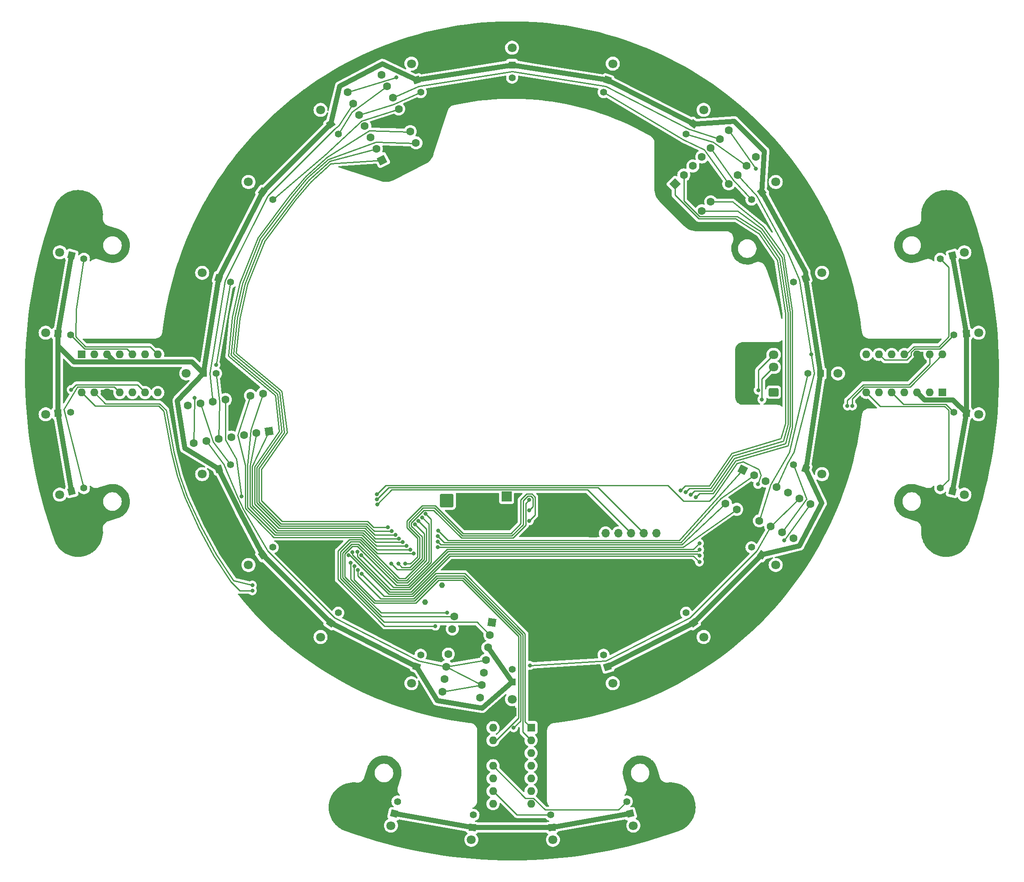
<source format=gbr>
%TF.GenerationSoftware,KiCad,Pcbnew,8.0.1*%
%TF.CreationDate,2024-08-22T21:09:10+09:00*%
%TF.ProjectId,Line-20240325,4c696e65-2d32-4303-9234-303332352e6b,rev?*%
%TF.SameCoordinates,Original*%
%TF.FileFunction,Copper,L1,Top*%
%TF.FilePolarity,Positive*%
%FSLAX46Y46*%
G04 Gerber Fmt 4.6, Leading zero omitted, Abs format (unit mm)*
G04 Created by KiCad (PCBNEW 8.0.1) date 2024-08-22 21:09:10*
%MOMM*%
%LPD*%
G01*
G04 APERTURE LIST*
G04 Aperture macros list*
%AMRoundRect*
0 Rectangle with rounded corners*
0 $1 Rounding radius*
0 $2 $3 $4 $5 $6 $7 $8 $9 X,Y pos of 4 corners*
0 Add a 4 corners polygon primitive as box body*
4,1,4,$2,$3,$4,$5,$6,$7,$8,$9,$2,$3,0*
0 Add four circle primitives for the rounded corners*
1,1,$1+$1,$2,$3*
1,1,$1+$1,$4,$5*
1,1,$1+$1,$6,$7*
1,1,$1+$1,$8,$9*
0 Add four rect primitives between the rounded corners*
20,1,$1+$1,$2,$3,$4,$5,0*
20,1,$1+$1,$4,$5,$6,$7,0*
20,1,$1+$1,$6,$7,$8,$9,0*
20,1,$1+$1,$8,$9,$2,$3,0*%
%AMHorizOval*
0 Thick line with rounded ends*
0 $1 width*
0 $2 $3 position (X,Y) of the first rounded end (center of the circle)*
0 $4 $5 position (X,Y) of the second rounded end (center of the circle)*
0 Add line between two ends*
20,1,$1,$2,$3,$4,$5,0*
0 Add two circle primitives to create the rounded ends*
1,1,$1,$2,$3*
1,1,$1,$4,$5*%
%AMRotRect*
0 Rectangle, with rotation*
0 The origin of the aperture is its center*
0 $1 length*
0 $2 width*
0 $3 Rotation angle, in degrees counterclockwise*
0 Add horizontal line*
21,1,$1,$2,0,0,$3*%
G04 Aperture macros list end*
%TA.AperFunction,ComponentPad*%
%ADD10RoundRect,0.250001X-1.099999X-1.099999X1.099999X-1.099999X1.099999X1.099999X-1.099999X1.099999X0*%
%TD*%
%TA.AperFunction,ComponentPad*%
%ADD11C,2.700000*%
%TD*%
%TA.AperFunction,ComponentPad*%
%ADD12R,2.000000X2.000000*%
%TD*%
%TA.AperFunction,ComponentPad*%
%ADD13C,2.000000*%
%TD*%
%TA.AperFunction,ComponentPad*%
%ADD14C,1.400000*%
%TD*%
%TA.AperFunction,ComponentPad*%
%ADD15RotRect,1.400000X1.400000X342.000000*%
%TD*%
%TA.AperFunction,ComponentPad*%
%ADD16RotRect,1.400000X1.400000X252.000000*%
%TD*%
%TA.AperFunction,ComponentPad*%
%ADD17RotRect,1.600000X1.600000X99.000000*%
%TD*%
%TA.AperFunction,ComponentPad*%
%ADD18HorizOval,1.600000X0.000000X0.000000X0.000000X0.000000X0*%
%TD*%
%TA.AperFunction,ComponentPad*%
%ADD19RotRect,1.400000X1.400000X195.000000*%
%TD*%
%TA.AperFunction,ComponentPad*%
%ADD20RotRect,1.400000X1.400000X72.000000*%
%TD*%
%TA.AperFunction,ComponentPad*%
%ADD21RotRect,1.400000X1.400000X324.000000*%
%TD*%
%TA.AperFunction,ComponentPad*%
%ADD22RotRect,1.400000X1.400000X185.000000*%
%TD*%
%TA.AperFunction,ComponentPad*%
%ADD23R,1.700000X1.700000*%
%TD*%
%TA.AperFunction,ComponentPad*%
%ADD24O,1.700000X1.700000*%
%TD*%
%TA.AperFunction,ComponentPad*%
%ADD25RotRect,1.800000X1.800000X36.000000*%
%TD*%
%TA.AperFunction,ComponentPad*%
%ADD26C,1.800000*%
%TD*%
%TA.AperFunction,ComponentPad*%
%ADD27R,1.800000X1.800000*%
%TD*%
%TA.AperFunction,ComponentPad*%
%ADD28RotRect,1.600000X1.600000X27.000000*%
%TD*%
%TA.AperFunction,ComponentPad*%
%ADD29HorizOval,1.600000X0.000000X0.000000X0.000000X0.000000X0*%
%TD*%
%TA.AperFunction,ComponentPad*%
%ADD30RotRect,1.400000X1.400000X162.000000*%
%TD*%
%TA.AperFunction,ComponentPad*%
%ADD31C,1.150000*%
%TD*%
%TA.AperFunction,ComponentPad*%
%ADD32RotRect,1.800000X1.800000X288.000000*%
%TD*%
%TA.AperFunction,ComponentPad*%
%ADD33RotRect,1.800000X1.800000X162.000000*%
%TD*%
%TA.AperFunction,ComponentPad*%
%ADD34R,1.400000X1.400000*%
%TD*%
%TA.AperFunction,ComponentPad*%
%ADD35R,1.600000X1.600000*%
%TD*%
%TA.AperFunction,ComponentPad*%
%ADD36O,1.600000X1.600000*%
%TD*%
%TA.AperFunction,ComponentPad*%
%ADD37RotRect,1.800000X1.800000X5.000000*%
%TD*%
%TA.AperFunction,ComponentPad*%
%ADD38RotRect,1.800000X1.800000X165.000000*%
%TD*%
%TA.AperFunction,ComponentPad*%
%ADD39RotRect,1.400000X1.400000X15.000000*%
%TD*%
%TA.AperFunction,ComponentPad*%
%ADD40RotRect,1.600000X1.600000X315.000000*%
%TD*%
%TA.AperFunction,ComponentPad*%
%ADD41HorizOval,1.600000X0.000000X0.000000X0.000000X0.000000X0*%
%TD*%
%TA.AperFunction,ComponentPad*%
%ADD42RotRect,1.400000X1.400000X265.000000*%
%TD*%
%TA.AperFunction,ComponentPad*%
%ADD43RotRect,1.800000X1.800000X85.000000*%
%TD*%
%TA.AperFunction,ComponentPad*%
%ADD44RotRect,1.800000X1.800000X72.000000*%
%TD*%
%TA.AperFunction,ComponentPad*%
%ADD45RotRect,1.800000X1.800000X15.000000*%
%TD*%
%TA.AperFunction,ComponentPad*%
%ADD46RoundRect,0.250000X0.725000X-0.600000X0.725000X0.600000X-0.725000X0.600000X-0.725000X-0.600000X0*%
%TD*%
%TA.AperFunction,ComponentPad*%
%ADD47O,1.950000X1.700000*%
%TD*%
%TA.AperFunction,ComponentPad*%
%ADD48RotRect,1.800000X1.800000X126.000000*%
%TD*%
%TA.AperFunction,ComponentPad*%
%ADD49RotRect,1.400000X1.400000X345.000000*%
%TD*%
%TA.AperFunction,ComponentPad*%
%ADD50RotRect,1.400000X1.400000X175.000000*%
%TD*%
%TA.AperFunction,ComponentPad*%
%ADD51RotRect,1.400000X1.400000X165.000000*%
%TD*%
%TA.AperFunction,ComponentPad*%
%ADD52RotRect,1.800000X1.800000X345.000000*%
%TD*%
%TA.AperFunction,ComponentPad*%
%ADD53RotRect,1.600000X1.600000X171.000000*%
%TD*%
%TA.AperFunction,ComponentPad*%
%ADD54HorizOval,1.600000X0.000000X0.000000X0.000000X0.000000X0*%
%TD*%
%TA.AperFunction,ComponentPad*%
%ADD55RotRect,1.800000X1.800000X185.000000*%
%TD*%
%TA.AperFunction,ComponentPad*%
%ADD56RotRect,1.800000X1.800000X342.000000*%
%TD*%
%TA.AperFunction,ComponentPad*%
%ADD57RotRect,1.400000X1.400000X216.000000*%
%TD*%
%TA.AperFunction,ComponentPad*%
%ADD58RotRect,1.800000X1.800000X355.000000*%
%TD*%
%TA.AperFunction,ComponentPad*%
%ADD59RotRect,1.800000X1.800000X18.000000*%
%TD*%
%TA.AperFunction,ComponentPad*%
%ADD60RotRect,1.800000X1.800000X216.000000*%
%TD*%
%TA.AperFunction,ComponentPad*%
%ADD61RotRect,1.800000X1.800000X252.000000*%
%TD*%
%TA.AperFunction,ComponentPad*%
%ADD62RotRect,1.400000X1.400000X234.000000*%
%TD*%
%TA.AperFunction,ComponentPad*%
%ADD63RotRect,1.800000X1.800000X144.000000*%
%TD*%
%TA.AperFunction,ComponentPad*%
%ADD64RotRect,1.800000X1.800000X54.000000*%
%TD*%
%TA.AperFunction,ComponentPad*%
%ADD65RotRect,1.400000X1.400000X144.000000*%
%TD*%
%TA.AperFunction,ComponentPad*%
%ADD66RotRect,1.800000X1.800000X95.000000*%
%TD*%
%TA.AperFunction,ComponentPad*%
%ADD67RotRect,1.800000X1.800000X195.000000*%
%TD*%
%TA.AperFunction,ComponentPad*%
%ADD68RotRect,1.400000X1.400000X255.000000*%
%TD*%
%TA.AperFunction,ComponentPad*%
%ADD69RotRect,1.800000X1.800000X198.000000*%
%TD*%
%TA.AperFunction,ComponentPad*%
%ADD70RotRect,1.800000X1.800000X175.000000*%
%TD*%
%TA.AperFunction,ComponentPad*%
%ADD71RotRect,1.400000X1.400000X36.000000*%
%TD*%
%TA.AperFunction,ComponentPad*%
%ADD72RotRect,1.400000X1.400000X285.000000*%
%TD*%
%TA.AperFunction,ComponentPad*%
%ADD73RotRect,1.400000X1.400000X198.000000*%
%TD*%
%TA.AperFunction,ComponentPad*%
%ADD74RotRect,1.800000X1.800000X306.000000*%
%TD*%
%TA.AperFunction,ComponentPad*%
%ADD75RotRect,1.400000X1.400000X18.000000*%
%TD*%
%TA.AperFunction,ComponentPad*%
%ADD76RotRect,1.800000X1.800000X108.000000*%
%TD*%
%TA.AperFunction,ComponentPad*%
%ADD77RotRect,1.400000X1.400000X288.000000*%
%TD*%
%TA.AperFunction,ComponentPad*%
%ADD78RotRect,1.400000X1.400000X108.000000*%
%TD*%
%TA.AperFunction,ComponentPad*%
%ADD79RotRect,1.400000X1.400000X54.000000*%
%TD*%
%TA.AperFunction,ComponentPad*%
%ADD80RotRect,1.400000X1.400000X275.000000*%
%TD*%
%TA.AperFunction,ComponentPad*%
%ADD81RotRect,1.400000X1.400000X306.000000*%
%TD*%
%TA.AperFunction,ComponentPad*%
%ADD82RotRect,1.800000X1.800000X75.000000*%
%TD*%
%TA.AperFunction,ComponentPad*%
%ADD83RotRect,1.400000X1.400000X355.000000*%
%TD*%
%TA.AperFunction,ComponentPad*%
%ADD84RotRect,1.800000X1.800000X105.000000*%
%TD*%
%TA.AperFunction,ComponentPad*%
%ADD85RotRect,1.800000X1.800000X234.000000*%
%TD*%
%TA.AperFunction,ComponentPad*%
%ADD86RotRect,1.800000X1.800000X324.000000*%
%TD*%
%TA.AperFunction,ComponentPad*%
%ADD87RotRect,1.400000X1.400000X126.000000*%
%TD*%
%TA.AperFunction,ComponentPad*%
%ADD88RotRect,1.400000X1.400000X5.000000*%
%TD*%
%TA.AperFunction,ComponentPad*%
%ADD89RotRect,1.600000X1.600000X243.000000*%
%TD*%
%TA.AperFunction,ComponentPad*%
%ADD90HorizOval,1.600000X0.000000X0.000000X0.000000X0.000000X0*%
%TD*%
%TA.AperFunction,ViaPad*%
%ADD91C,0.800000*%
%TD*%
%TA.AperFunction,Conductor*%
%ADD92C,0.250000*%
%TD*%
%TA.AperFunction,Conductor*%
%ADD93C,1.000000*%
%TD*%
G04 APERTURE END LIST*
D10*
%TO.P,J1,1,Pin_1*%
%TO.N,+5V*%
X-13085634Y-25436718D03*
D11*
%TO.P,J1,2,Pin_2*%
%TO.N,GND*%
X-9125636Y-25436718D03*
%TD*%
D12*
%TO.P,C1,1*%
%TO.N,+5V*%
X-1101000Y-24632423D03*
D13*
%TO.P,C1,2*%
%TO.N,GND*%
X-1101000Y-29632423D03*
%TD*%
D14*
%TO.P,U15,1,Emitter*%
%TO.N,Raw15*%
X56330427Y-18303160D03*
D15*
%TO.P,U15,2,Collector*%
%TO.N,+5V*%
X58746111Y-19088062D03*
%TD*%
D14*
%TO.P,U10,1,Emitter*%
%TO.N,Raw10*%
X-18303723Y-56331160D03*
D16*
%TO.P,U10,2,Collector*%
%TO.N,+5V*%
X-19088625Y-58746844D03*
%TD*%
D17*
%TO.P,Comp2,1,1OUT*%
%TO.N,Line05*%
X-48672091Y-11556250D03*
D18*
%TO.P,Comp2,2,2OUT*%
%TO.N,Line06*%
X-51180819Y-11953593D03*
%TO.P,Comp2,3,VCC*%
%TO.N,+5V*%
X-53689548Y-12350937D03*
%TO.P,Comp2,4,2IN-*%
%TO.N,LineThreshold*%
X-56198276Y-12748281D03*
%TO.P,Comp2,5,2IN+*%
%TO.N,Raw6*%
X-58707004Y-13145625D03*
%TO.P,Comp2,6,1IN-*%
%TO.N,LineThreshold*%
X-61215733Y-13542969D03*
%TO.P,Comp2,7,1IN+*%
%TO.N,Raw5*%
X-63724461Y-13940311D03*
%TO.P,Comp2,8,3IN-*%
%TO.N,LineThreshold*%
X-64916492Y-6414127D03*
%TO.P,Comp2,9,3IN+*%
%TO.N,Raw7*%
X-62407763Y-6016784D03*
%TO.P,Comp2,10,4IN-*%
%TO.N,LineThreshold*%
X-59899034Y-5619439D03*
%TO.P,Comp2,11,4IN+*%
%TO.N,Raw8*%
X-57390307Y-5222095D03*
%TO.P,Comp2,12,GND*%
%TO.N,GND*%
X-54881579Y-4824752D03*
%TO.P,Comp2,13,4OUT*%
%TO.N,Line08*%
X-52372850Y-4427408D03*
%TO.P,Comp2,14,3OUT*%
%TO.N,Line07*%
X-49864122Y-4030065D03*
%TD*%
D14*
%TO.P,U24,1,Emitter*%
%TO.N,Raw24*%
X-85707456Y-22965137D03*
D19*
%TO.P,U24,2,Collector*%
%TO.N,+5V*%
X-88160910Y-23622537D03*
%TD*%
D14*
%TO.P,U20,1,Emitter*%
%TO.N,Raw20*%
X18302428Y56330994D03*
D20*
%TO.P,U20,2,Collector*%
%TO.N,+5V*%
X19087330Y58746678D03*
%TD*%
D14*
%TO.P,U14,1,Emitter*%
%TO.N,Raw14*%
X47917430Y-34814601D03*
D21*
%TO.P,U14,2,Collector*%
%TO.N,+5V*%
X49972332Y-36307577D03*
%TD*%
D14*
%TO.P,U23,1,Emitter*%
%TO.N,Raw23*%
X-88393211Y-7733452D03*
D22*
%TO.P,U23,2,Collector*%
%TO.N,+5V*%
X-90923551Y-7954828D03*
%TD*%
D23*
%TO.P,J3,1,Pin_1*%
%TO.N,GND*%
X16174000Y-32000101D03*
D24*
%TO.P,J3,2,Pin_2*%
%TO.N,unconnected-(J3-Pin_2-Pad2)*%
X18714000Y-32000101D03*
%TO.P,J3,3,Pin_3*%
%TO.N,unconnected-(J3-Pin_3-Pad3)*%
X21253999Y-32000101D03*
%TO.P,J3,4,Pin_4*%
%TO.N,TX-USB*%
X23794000Y-32000101D03*
%TO.P,J3,5,Pin_5*%
%TO.N,RX-USB*%
X26334000Y-32000101D03*
%TO.P,J3,6,Pin_6*%
%TO.N,Net-(J3-Pin_6)*%
X28874000Y-32000101D03*
%TD*%
D25*
%TO.P,D8,1,K*%
%TO.N,GND*%
X-54827728Y-39834289D03*
D26*
%TO.P,D8,2,A*%
%TO.N,Net-(D8-A)*%
X-52772826Y-38341313D03*
%TD*%
D27*
%TO.P,D6,1,K*%
%TO.N,GND*%
X-67770649Y-83D03*
D26*
%TO.P,D6,2,A*%
%TO.N,Net-(D6-A)*%
X-65230647Y-83D03*
%TD*%
D28*
%TO.P,Comp1,1,1OUT*%
%TO.N,Line01*%
X-26031518Y42718159D03*
D29*
%TO.P,Comp1,2,2OUT*%
%TO.N,Line02*%
X-27184655Y44981316D03*
%TO.P,Comp1,3,VCC*%
%TO.N,+5V*%
X-28337790Y47244473D03*
%TO.P,Comp1,4,2IN-*%
%TO.N,LineThreshold*%
X-29490926Y49507629D03*
%TO.P,Comp1,5,2IN+*%
%TO.N,Raw2*%
X-30644063Y51770786D03*
%TO.P,Comp1,6,1IN-*%
%TO.N,LineThreshold*%
X-31797198Y54033942D03*
%TO.P,Comp1,7,1IN+*%
%TO.N,Raw1*%
X-32950333Y56297099D03*
%TO.P,Comp1,8,3IN-*%
%TO.N,LineThreshold*%
X-26160864Y59756506D03*
%TO.P,Comp1,9,3IN+*%
%TO.N,Raw3*%
X-25007728Y57493350D03*
%TO.P,Comp1,10,4IN-*%
%TO.N,LineThreshold*%
X-23854592Y55230193D03*
%TO.P,Comp1,11,4IN+*%
%TO.N,Raw4*%
X-22701456Y52967037D03*
%TO.P,Comp1,12,GND*%
%TO.N,GND*%
X-21548320Y50703881D03*
%TO.P,Comp1,13,4OUT*%
%TO.N,Line04*%
X-20395184Y48440724D03*
%TO.P,Comp1,14,3OUT*%
%TO.N,Line03*%
X-19242048Y46177567D03*
%TD*%
D14*
%TO.P,U5,1,Emitter*%
%TO.N,Raw5*%
X-56331724Y18302995D03*
D30*
%TO.P,U5,2,Collector*%
%TO.N,+5V*%
X-58747408Y19087897D03*
%TD*%
D31*
%TO.P,Y1,1,1*%
%TO.N,Net-(U33-XTAL2)*%
X-14046520Y-42372774D03*
%TO.P,Y1,2,2*%
%TO.N,Net-(U33-XTAL1)*%
X-17440632Y-45766886D03*
%TD*%
D32*
%TO.P,D2,1,K*%
%TO.N,GND*%
X-20942730Y64453018D03*
D26*
%TO.P,D2,2,A*%
%TO.N,Net-(D2-A)*%
X-20157828Y62037334D03*
%TD*%
D33*
%TO.P,D15,1,K*%
%TO.N,GND*%
X64452453Y-20942164D03*
D26*
%TO.P,D15,2,A*%
%TO.N,Net-(D15-A)*%
X62036769Y-20157262D03*
%TD*%
D14*
%TO.P,U16,1,Emitter*%
%TO.N,Raw16*%
X59229351Y-82D03*
D34*
%TO.P,U16,2,Collector*%
%TO.N,+5V*%
X61769353Y-82D03*
%TD*%
D35*
%TO.P,Comp8,1,1OUT*%
%TO.N,Line29*%
X86152692Y-3800122D03*
D36*
%TO.P,Comp8,2,2OUT*%
%TO.N,Line30*%
X83612692Y-3800122D03*
%TO.P,Comp8,3,VCC*%
%TO.N,+5V*%
X81072692Y-3800122D03*
%TO.P,Comp8,4,2IN-*%
%TO.N,LineThreshold*%
X78532692Y-3800122D03*
%TO.P,Comp8,5,2IN+*%
%TO.N,Raw30*%
X75992692Y-3800122D03*
%TO.P,Comp8,6,1IN-*%
%TO.N,LineThreshold*%
X73452692Y-3800122D03*
%TO.P,Comp8,7,1IN+*%
%TO.N,Raw29*%
X70912692Y-3800122D03*
%TO.P,Comp8,8,3IN-*%
%TO.N,LineThreshold*%
X70912692Y3819878D03*
%TO.P,Comp8,9,3IN+*%
%TO.N,Raw31*%
X73452692Y3819877D03*
%TO.P,Comp8,10,4IN-*%
%TO.N,LineThreshold*%
X75992692Y3819878D03*
%TO.P,Comp8,11,4IN+*%
%TO.N,Raw32*%
X78532692Y3819878D03*
%TO.P,Comp8,12,GND*%
%TO.N,GND*%
X81072692Y3819878D03*
%TO.P,Comp8,13,4OUT*%
%TO.N,Line32*%
X83612692Y3819877D03*
%TO.P,Comp8,14,3OUT*%
%TO.N,Line31*%
X86152692Y3819878D03*
%TD*%
D37*
%TO.P,D23,1,K*%
%TO.N,GND*%
X-95904523Y-8390607D03*
D26*
%TO.P,D23,2,A*%
%TO.N,Net-(D23-A)*%
X-93374183Y-8169231D03*
%TD*%
D14*
%TO.P,U1,1,Emitter*%
%TO.N,Raw1*%
X-649Y59229916D03*
D34*
%TO.P,U1,2,Collector*%
%TO.N,+5V*%
X-649Y61769918D03*
%TD*%
D38*
%TO.P,D29,1,K*%
%TO.N,GND*%
X92988822Y-24916632D03*
D26*
%TO.P,D29,2,A*%
%TO.N,Net-(D29-A)*%
X90535368Y-24259232D03*
%TD*%
D14*
%TO.P,U32,1,Emitter*%
%TO.N,Raw32*%
X85705738Y22964889D03*
D39*
%TO.P,U32,2,Collector*%
%TO.N,+5V*%
X88159194Y23622291D03*
%TD*%
D40*
%TO.P,Comp5,1,1OUT*%
%TO.N,Line17*%
X32582833Y37957409D03*
D41*
%TO.P,Comp5,2,2OUT*%
%TO.N,Line18*%
X34378884Y39753460D03*
%TO.P,Comp5,3,VCC*%
%TO.N,+5V*%
X36174935Y41549512D03*
%TO.P,Comp5,4,2IN-*%
%TO.N,LineThreshold*%
X37970986Y43345563D03*
%TO.P,Comp5,5,2IN+*%
%TO.N,Raw18*%
X39767037Y45141614D03*
%TO.P,Comp5,6,1IN-*%
%TO.N,LineThreshold*%
X41563089Y46937665D03*
%TO.P,Comp5,7,1IN+*%
%TO.N,Raw17*%
X43359140Y48733716D03*
%TO.P,Comp5,8,3IN-*%
%TO.N,LineThreshold*%
X48747294Y43345563D03*
%TO.P,Comp5,9,3IN+*%
%TO.N,Raw19*%
X46951243Y41549511D03*
%TO.P,Comp5,10,4IN-*%
%TO.N,LineThreshold*%
X45155191Y39753460D03*
%TO.P,Comp5,11,4IN+*%
%TO.N,Raw20*%
X43359140Y37957409D03*
%TO.P,Comp5,12,GND*%
%TO.N,GND*%
X41563088Y36161359D03*
%TO.P,Comp5,13,4OUT*%
%TO.N,Line20*%
X39767038Y34365307D03*
%TO.P,Comp5,14,3OUT*%
%TO.N,Line19*%
X37970986Y32569256D03*
%TD*%
D14*
%TO.P,U26,1,Emitter*%
%TO.N,Raw26*%
X-7734185Y-88392480D03*
D42*
%TO.P,U26,2,Collector*%
%TO.N,+5V*%
X-7955561Y-90922816D03*
%TD*%
D43*
%TO.P,D26,1,K*%
%TO.N,GND*%
X-8391341Y-95903787D03*
D26*
%TO.P,D26,2,A*%
%TO.N,Net-(D26-A)*%
X-8169965Y-93373451D03*
%TD*%
D44*
%TO.P,D10,1,K*%
%TO.N,GND*%
X-20942728Y-64453182D03*
D26*
%TO.P,D10,2,A*%
%TO.N,Net-(D10-A)*%
X-20157826Y-62037498D03*
%TD*%
D45*
%TO.P,D24,1,K*%
%TO.N,GND*%
X-92990540Y-24916632D03*
D26*
%TO.P,D24,2,A*%
%TO.N,Net-(D24-A)*%
X-90537086Y-24259232D03*
%TD*%
D46*
%TO.P,J2,1,Pin_1*%
%TO.N,+5V*%
X52349351Y-3750082D03*
D47*
%TO.P,J2,2,Pin_2*%
%TO.N,GND*%
X52349351Y-1250082D03*
%TO.P,J2,3,Pin_3*%
%TO.N,Line-MD-Main=TX_5V*%
X52349351Y1249918D03*
%TO.P,J2,4,Pin_4*%
%TO.N,Line-MD-Main=RX_5V*%
X52349351Y3749918D03*
%TD*%
D48*
%TO.P,D13,1,K*%
%TO.N,GND*%
X39833558Y-54827163D03*
D26*
%TO.P,D13,2,A*%
%TO.N,Net-(D13-A)*%
X38340582Y-52772261D03*
%TD*%
D14*
%TO.P,U29,1,Emitter*%
%TO.N,Raw29*%
X85705740Y-22965135D03*
D49*
%TO.P,U29,2,Collector*%
%TO.N,+5V*%
X88159192Y-23622537D03*
%TD*%
D14*
%TO.P,U22,1,Emitter*%
%TO.N,Raw22*%
X-88393214Y7733206D03*
D50*
%TO.P,U22,2,Collector*%
%TO.N,+5V*%
X-90923550Y7954582D03*
%TD*%
D14*
%TO.P,U21,1,Emitter*%
%TO.N,Raw21*%
X-85707456Y22964891D03*
D51*
%TO.P,U21,2,Collector*%
%TO.N,+5V*%
X-88160910Y23622291D03*
%TD*%
D52*
%TO.P,D21,1,K*%
%TO.N,GND*%
X-92990537Y24916387D03*
D26*
%TO.P,D21,2,A*%
%TO.N,Net-(D21-A)*%
X-90537085Y24258985D03*
%TD*%
D53*
%TO.P,Comp3,1,1OUT*%
%TO.N,Line09*%
X-4050385Y-49860426D03*
D54*
%TO.P,Comp3,2,2OUT*%
%TO.N,Line10*%
X-4447727Y-52369155D03*
%TO.P,Comp3,3,VCC*%
%TO.N,+5V*%
X-4845072Y-54877884D03*
%TO.P,Comp3,4,2IN-*%
%TO.N,LineThreshold*%
X-5242415Y-57386612D03*
%TO.P,Comp3,5,2IN+*%
%TO.N,Raw10*%
X-5639759Y-59895340D03*
%TO.P,Comp3,6,1IN-*%
%TO.N,LineThreshold*%
X-6037103Y-62404069D03*
%TO.P,Comp3,7,1IN+*%
%TO.N,Raw9*%
X-6434446Y-64912797D03*
%TO.P,Comp3,8,3IN-*%
%TO.N,LineThreshold*%
X-13960631Y-63720766D03*
%TO.P,Comp3,9,3IN+*%
%TO.N,Raw11*%
X-13563288Y-61212038D03*
%TO.P,Comp3,10,4IN-*%
%TO.N,LineThreshold*%
X-13165942Y-58703310D03*
%TO.P,Comp3,11,4IN+*%
%TO.N,Raw12*%
X-12768601Y-56194581D03*
%TO.P,Comp3,12,GND*%
%TO.N,GND*%
X-12371257Y-53685854D03*
%TO.P,Comp3,13,4OUT*%
%TO.N,Line12*%
X-11973916Y-51177124D03*
%TO.P,Comp3,14,3OUT*%
%TO.N,Line11*%
X-11576570Y-48668396D03*
%TD*%
D55*
%TO.P,D31,1,K*%
%TO.N,GND*%
X95902808Y8390359D03*
D26*
%TO.P,D31,2,A*%
%TO.N,Net-(D31-A)*%
X93372468Y8168983D03*
%TD*%
D56*
%TO.P,D5,1,K*%
%TO.N,GND*%
X-64453749Y20941999D03*
D26*
%TO.P,D5,2,A*%
%TO.N,Net-(D5-A)*%
X-62038065Y20157097D03*
%TD*%
D14*
%TO.P,U8,1,Emitter*%
%TO.N,Raw8*%
X-47918726Y-34814601D03*
D57*
%TO.P,U8,2,Collector*%
%TO.N,+5V*%
X-49973628Y-36307577D03*
%TD*%
D58*
%TO.P,D22,1,K*%
%TO.N,GND*%
X-95904523Y8390361D03*
D26*
%TO.P,D22,2,A*%
%TO.N,Net-(D22-A)*%
X-93374187Y8168985D03*
%TD*%
D59*
%TO.P,D7,1,K*%
%TO.N,GND*%
X-64453748Y-20942164D03*
D26*
%TO.P,D7,2,A*%
%TO.N,Net-(D7-A)*%
X-62038064Y-20157262D03*
%TD*%
D60*
%TO.P,D18,1,K*%
%TO.N,GND*%
X54826431Y39834125D03*
D26*
%TO.P,D18,2,A*%
%TO.N,Net-(D18-A)*%
X52771529Y38341149D03*
%TD*%
D27*
%TO.P,D16,1,K*%
%TO.N,GND*%
X67769353Y-82D03*
D26*
%TO.P,D16,2,A*%
%TO.N,Net-(D16-A)*%
X65229351Y-82D03*
%TD*%
D61*
%TO.P,D20,1,K*%
%TO.N,GND*%
X20941434Y64453018D03*
D26*
%TO.P,D20,2,A*%
%TO.N,Net-(D20-A)*%
X20156532Y62037334D03*
%TD*%
D14*
%TO.P,U9,1,Emitter*%
%TO.N,Raw9*%
X-34815167Y-47918160D03*
D62*
%TO.P,U9,2,Collector*%
%TO.N,+5V*%
X-36308143Y-49973062D03*
%TD*%
D14*
%TO.P,U6,1,Emitter*%
%TO.N,Raw6*%
X-59230646Y-82D03*
D34*
%TO.P,U6,2,Collector*%
%TO.N,+5V*%
X-61770648Y-82D03*
%TD*%
D63*
%TO.P,D14,1,K*%
%TO.N,GND*%
X54826432Y-39834289D03*
D26*
%TO.P,D14,2,A*%
%TO.N,Net-(D14-A)*%
X52771530Y-38341313D03*
%TD*%
D64*
%TO.P,D9,1,K*%
%TO.N,GND*%
X-39834854Y-54827163D03*
D26*
%TO.P,D9,2,A*%
%TO.N,Net-(D9-A)*%
X-38341878Y-52772261D03*
%TD*%
D14*
%TO.P,U4,1,Emitter*%
%TO.N,Raw4*%
X-47918725Y34814436D03*
D65*
%TO.P,U4,2,Collector*%
%TO.N,+5V*%
X-49973627Y36307412D03*
%TD*%
D66*
%TO.P,D27,1,K*%
%TO.N,GND*%
X8389628Y-95903792D03*
D26*
%TO.P,D27,2,A*%
%TO.N,Net-(D27-A)*%
X8168252Y-93373452D03*
%TD*%
D67*
%TO.P,D32,1,K*%
%TO.N,GND*%
X92988823Y24916385D03*
D26*
%TO.P,D32,2,A*%
%TO.N,Net-(D32-A)*%
X90535367Y24258983D03*
%TD*%
D14*
%TO.P,U25,1,Emitter*%
%TO.N,Raw25*%
X-22965870Y-85706719D03*
D68*
%TO.P,U25,2,Collector*%
%TO.N,+5V*%
X-23623270Y-88160173D03*
%TD*%
D69*
%TO.P,D17,1,K*%
%TO.N,GND*%
X64452453Y20941999D03*
D26*
%TO.P,D17,2,A*%
%TO.N,Net-(D17-A)*%
X62036769Y20157097D03*
%TD*%
D70*
%TO.P,D30,1,K*%
%TO.N,GND*%
X95902806Y-8390606D03*
D26*
%TO.P,D30,2,A*%
%TO.N,Net-(D30-A)*%
X93372470Y-8169230D03*
%TD*%
D14*
%TO.P,U18,1,Emitter*%
%TO.N,Raw18*%
X47917429Y34814436D03*
D71*
%TO.P,U18,2,Collector*%
%TO.N,+5V*%
X49972331Y36307412D03*
%TD*%
D27*
%TO.P,D1,1,K*%
%TO.N,GND*%
X-648Y67769918D03*
D26*
%TO.P,D1,2,A*%
%TO.N,Net-(D1-A)*%
X-648Y65229916D03*
%TD*%
D14*
%TO.P,U28,1,Emitter*%
%TO.N,Raw28*%
X22964157Y-85706720D03*
D72*
%TO.P,U28,2,Collector*%
%TO.N,+5V*%
X23621559Y-88160176D03*
%TD*%
D14*
%TO.P,U7,1,Emitter*%
%TO.N,Raw7*%
X-56331724Y-18303158D03*
D73*
%TO.P,U7,2,Collector*%
%TO.N,+5V*%
X-58747408Y-19088060D03*
%TD*%
D35*
%TO.P,Comp6,1,1OUT*%
%TO.N,Line21*%
X-86158562Y3799878D03*
D36*
%TO.P,Comp6,2,2OUT*%
%TO.N,Line22*%
X-83618562Y3799878D03*
%TO.P,Comp6,3,VCC*%
%TO.N,+5V*%
X-81078562Y3799878D03*
%TO.P,Comp6,4,2IN-*%
%TO.N,LineThreshold*%
X-78538562Y3799878D03*
%TO.P,Comp6,5,2IN+*%
%TO.N,Raw22*%
X-75998562Y3799878D03*
%TO.P,Comp6,6,1IN-*%
%TO.N,LineThreshold*%
X-73458562Y3799878D03*
%TO.P,Comp6,7,1IN+*%
%TO.N,Raw21*%
X-70918562Y3799878D03*
%TO.P,Comp6,8,3IN-*%
%TO.N,LineThreshold*%
X-70918562Y-3820122D03*
%TO.P,Comp6,9,3IN+*%
%TO.N,Raw23*%
X-73458562Y-3820121D03*
%TO.P,Comp6,10,4IN-*%
%TO.N,LineThreshold*%
X-75998562Y-3820122D03*
%TO.P,Comp6,11,4IN+*%
%TO.N,Raw24*%
X-78538562Y-3820122D03*
%TO.P,Comp6,12,GND*%
%TO.N,GND*%
X-81078562Y-3820122D03*
%TO.P,Comp6,13,4OUT*%
%TO.N,Line24*%
X-83618562Y-3820121D03*
%TO.P,Comp6,14,3OUT*%
%TO.N,Line23*%
X-86158562Y-3820122D03*
%TD*%
D74*
%TO.P,D3,1,K*%
%TO.N,GND*%
X-39834854Y54826997D03*
D26*
%TO.P,D3,2,A*%
%TO.N,Net-(D3-A)*%
X-38341878Y52772095D03*
%TD*%
D14*
%TO.P,U17,1,Emitter*%
%TO.N,Raw17*%
X56330430Y18302995D03*
D75*
%TO.P,U17,2,Collector*%
%TO.N,+5V*%
X58746114Y19087897D03*
%TD*%
D76*
%TO.P,D12,1,K*%
%TO.N,GND*%
X20941434Y-64453182D03*
D26*
%TO.P,D12,2,A*%
%TO.N,Net-(D12-A)*%
X20156532Y-62037498D03*
%TD*%
D14*
%TO.P,U12,1,Emitter*%
%TO.N,Raw12*%
X18302430Y-56331159D03*
D77*
%TO.P,U12,2,Collector*%
%TO.N,+5V*%
X19087332Y-58746843D03*
%TD*%
D14*
%TO.P,U2,1,Emitter*%
%TO.N,Raw2*%
X-18303725Y56330994D03*
D78*
%TO.P,U2,2,Collector*%
%TO.N,+5V*%
X-19088627Y58746678D03*
%TD*%
D14*
%TO.P,U19,1,Emitter*%
%TO.N,Raw19*%
X34813870Y47917995D03*
D79*
%TO.P,U19,2,Collector*%
%TO.N,+5V*%
X36306846Y49972897D03*
%TD*%
D14*
%TO.P,U27,1,Emitter*%
%TO.N,Raw27*%
X7732473Y-88392479D03*
D80*
%TO.P,U27,2,Collector*%
%TO.N,+5V*%
X7953847Y-90922813D03*
%TD*%
D14*
%TO.P,U13,1,Emitter*%
%TO.N,Raw13*%
X34813871Y-47918160D03*
D81*
%TO.P,U13,2,Collector*%
%TO.N,+5V*%
X36306847Y-49973062D03*
%TD*%
D35*
%TO.P,Comp7,1,1OUT*%
%TO.N,Line25*%
X3799141Y-70917800D03*
D36*
%TO.P,Comp7,2,2OUT*%
%TO.N,Line26*%
X3799141Y-73457800D03*
%TO.P,Comp7,3,VCC*%
%TO.N,+5V*%
X3799141Y-75997800D03*
%TO.P,Comp7,4,2IN-*%
%TO.N,LineThreshold*%
X3799141Y-78537800D03*
%TO.P,Comp7,5,2IN+*%
%TO.N,Raw26*%
X3799141Y-81077800D03*
%TO.P,Comp7,6,1IN-*%
%TO.N,LineThreshold*%
X3799141Y-83617800D03*
%TO.P,Comp7,7,1IN+*%
%TO.N,Raw25*%
X3799141Y-86157800D03*
%TO.P,Comp7,8,3IN-*%
%TO.N,LineThreshold*%
X-3820859Y-86157800D03*
%TO.P,Comp7,9,3IN+*%
%TO.N,Raw27*%
X-3820858Y-83617800D03*
%TO.P,Comp7,10,4IN-*%
%TO.N,LineThreshold*%
X-3820859Y-81077800D03*
%TO.P,Comp7,11,4IN+*%
%TO.N,Raw28*%
X-3820859Y-78537800D03*
%TO.P,Comp7,12,GND*%
%TO.N,GND*%
X-3820859Y-75997800D03*
%TO.P,Comp7,13,4OUT*%
%TO.N,Line28*%
X-3820858Y-73457800D03*
%TO.P,Comp7,14,3OUT*%
%TO.N,Line27*%
X-3820859Y-70917800D03*
%TD*%
D14*
%TO.P,U11,1,Emitter*%
%TO.N,Raw11*%
X-649Y-59230081D03*
D34*
%TO.P,U11,2,Collector*%
%TO.N,+5V*%
X-649Y-61770083D03*
%TD*%
D82*
%TO.P,D25,1,K*%
%TO.N,GND*%
X-24917369Y-92989802D03*
D26*
%TO.P,D25,2,A*%
%TO.N,Net-(D25-A)*%
X-24259967Y-90536350D03*
%TD*%
D27*
%TO.P,D11,1,K*%
%TO.N,GND*%
X-649Y-67770083D03*
D26*
%TO.P,D11,2,A*%
%TO.N,Net-(D11-A)*%
X-649Y-65230081D03*
%TD*%
D14*
%TO.P,U30,1,Emitter*%
%TO.N,Raw30*%
X88391497Y-7733452D03*
D83*
%TO.P,U30,2,Collector*%
%TO.N,+5V*%
X90921833Y-7954828D03*
%TD*%
D84*
%TO.P,D28,1,K*%
%TO.N,GND*%
X24915654Y-92989804D03*
D26*
%TO.P,D28,2,A*%
%TO.N,Net-(D28-A)*%
X24258252Y-90536348D03*
%TD*%
D85*
%TO.P,D19,1,K*%
%TO.N,GND*%
X39833559Y54826998D03*
D26*
%TO.P,D19,2,A*%
%TO.N,Net-(D19-A)*%
X38340583Y52772096D03*
%TD*%
D86*
%TO.P,D4,1,K*%
%TO.N,GND*%
X-54827729Y39834125D03*
D26*
%TO.P,D4,2,A*%
%TO.N,Net-(D4-A)*%
X-52772827Y38341149D03*
%TD*%
D14*
%TO.P,U3,1,Emitter*%
%TO.N,Raw3*%
X-34815166Y47917995D03*
D87*
%TO.P,U3,2,Collector*%
%TO.N,+5V*%
X-36308142Y49972897D03*
%TD*%
D14*
%TO.P,U31,1,Emitter*%
%TO.N,Raw31*%
X88391495Y7733204D03*
D88*
%TO.P,U31,2,Collector*%
%TO.N,+5V*%
X90921835Y7954580D03*
%TD*%
D89*
%TO.P,Comp4,1,1OUT*%
%TO.N,Line13*%
X46167921Y-19259304D03*
D90*
%TO.P,Comp4,2,2OUT*%
%TO.N,Line14*%
X48431077Y-20412440D03*
%TO.P,Comp4,3,VCC*%
%TO.N,+5V*%
X50694234Y-21565574D03*
%TO.P,Comp4,4,2IN-*%
%TO.N,LineThreshold*%
X52957391Y-22718711D03*
%TO.P,Comp4,5,2IN+*%
%TO.N,Raw14*%
X55220547Y-23871847D03*
%TO.P,Comp4,6,1IN-*%
%TO.N,LineThreshold*%
X57483704Y-25024982D03*
%TO.P,Comp4,7,1IN+*%
%TO.N,Raw13*%
X59746861Y-26178119D03*
%TO.P,Comp4,8,3IN-*%
%TO.N,LineThreshold*%
X56287453Y-32967589D03*
%TO.P,Comp4,9,3IN+*%
%TO.N,Raw15*%
X54024296Y-31814453D03*
%TO.P,Comp4,10,4IN-*%
%TO.N,LineThreshold*%
X51761139Y-30661317D03*
%TO.P,Comp4,11,4IN+*%
%TO.N,Raw16*%
X49497983Y-29508181D03*
%TO.P,Comp4,12,GND*%
%TO.N,GND*%
X47234827Y-28355044D03*
%TO.P,Comp4,13,4OUT*%
%TO.N,Line16*%
X44971670Y-27201909D03*
%TO.P,Comp4,14,3OUT*%
%TO.N,Line15*%
X42708514Y-26048773D03*
%TD*%
D91*
%TO.N,+5V*%
X-43490064Y-42791140D03*
%TO.N,GND*%
X-40750000Y-39250000D03*
X-44750000Y-37250000D03*
X-38750000Y-36250000D03*
X-4800000Y-38000000D03*
X-2800000Y-39000000D03*
X-39750000Y-36250000D03*
X-5800000Y-39000000D03*
X-4800000Y-41000000D03*
X-40750000Y-34250000D03*
X-40750000Y-41250000D03*
X-44750000Y-35250000D03*
X-45750000Y-34250000D03*
X-2800000Y-41000000D03*
X-4000000Y-89250000D03*
X-42750000Y-35250000D03*
X-39750000Y-38250000D03*
X-43750000Y-38250000D03*
X-4800000Y-39000000D03*
X-38750000Y-40250000D03*
X-38750000Y-34250000D03*
X-38750000Y-37250000D03*
X-44750000Y-34250000D03*
X-41750000Y-39250000D03*
X-41750000Y-34250000D03*
X-41750000Y-35250000D03*
X-41750000Y-38250000D03*
X-42750000Y-34250000D03*
X-39750000Y-34250000D03*
X-40750000Y-38250000D03*
X-38750000Y-38250000D03*
X-39750000Y-40250000D03*
X-40750000Y-35250000D03*
X-41750000Y-37250000D03*
X-3800000Y-41000000D03*
X-40750000Y-36250000D03*
X0Y-89250000D03*
X-43750000Y-35250000D03*
X-3000000Y-89250000D03*
X-2800000Y-40000000D03*
X-45750000Y-35250000D03*
X-45750000Y-36250000D03*
X-39750000Y-37250000D03*
X-43750000Y-36250000D03*
X-1000000Y-89250000D03*
X-44750000Y-36250000D03*
X-41750000Y-36250000D03*
X-2000000Y-89250000D03*
X-38750000Y-41250000D03*
X-43750000Y-34250000D03*
X-42750000Y-36250000D03*
X-38750000Y-35250000D03*
X-5800000Y-41000000D03*
X-3800000Y-40000000D03*
X-40750000Y-40250000D03*
X-5800000Y-40000000D03*
X-39750000Y-35250000D03*
X-5000000Y-89250000D03*
X-42750000Y-37250000D03*
X-5800000Y-38000000D03*
X-42750000Y-38250000D03*
X-4800000Y-40000000D03*
X-3800000Y-38000000D03*
X-3800000Y-39000000D03*
X-39750000Y-41250000D03*
X-42750000Y-39250000D03*
X-41750000Y-40250000D03*
X-39750000Y-39250000D03*
X-2800000Y-38000000D03*
X-43750000Y-37250000D03*
X-38750000Y-39250000D03*
X-40750000Y-37250000D03*
%TO.N,Line-MD-Main=RX_5V*%
X49280545Y-3350000D03*
%TO.N,LineThreshold*%
X49200000Y-22200000D03*
X-27112844Y-24234624D03*
X59887185Y3819878D03*
X3550000Y-58469218D03*
%TO.N,Line01*%
X-24865254Y-30829255D03*
%TO.N,Line02*%
X-24122793Y-31571717D03*
%TO.N,TX-USB*%
X-27012516Y-26232093D03*
%TO.N,Raw1*%
X-23200000Y59301909D03*
%TO.N,Line04*%
X-22637868Y-33056641D03*
%TO.N,Line-MD-Main=TX_5V*%
X50005545Y-5200000D03*
%TO.N,Line03*%
X-23380330Y-32314178D03*
%TO.N,Line05*%
X-21895406Y-33799103D03*
%TO.N,Line06*%
X-21152944Y-34541565D03*
%TO.N,RX-USB*%
X-27058451Y-25233146D03*
%TO.N,Raw8*%
X-54150000Y-24599791D03*
%TO.N,Line07*%
X-20410483Y-35284027D03*
%TO.N,Raw5*%
X-63549101Y-4917800D03*
X-59284760Y1750000D03*
%TO.N,Line08*%
X-19668020Y-36026489D03*
%TO.N,Line09*%
X-15373916Y-50577124D03*
X-19455888Y-30228214D03*
%TO.N,Line11*%
X-18041674Y-28814000D03*
%TO.N,Line10*%
X-18748782Y-29521107D03*
%TO.N,Line12*%
X-13000000Y-47943396D03*
X-17334567Y-28106893D03*
%TO.N,Line14*%
X-14908903Y-32549873D03*
%TO.N,Line13*%
X-14808903Y-31449873D03*
%TO.N,Line15*%
X-14908903Y-33649873D03*
%TO.N,Raw13*%
X54450900Y-33417800D03*
%TO.N,Line16*%
X-14908903Y-34749873D03*
%TO.N,Line19*%
X35750000Y-24250000D03*
%TO.N,Raw17*%
X48748800Y40999809D03*
%TO.N,Line18*%
X34750000Y-23750000D03*
%TO.N,Line20*%
X36750000Y-24750000D03*
%TO.N,Line17*%
X33750000Y-23400000D03*
%TO.N,Line23*%
X-52001001Y-43498246D03*
%TO.N,Line24*%
X-52001000Y-42400100D03*
%TO.N,Raw23*%
X-88262163Y-3242282D03*
%TO.N,Line27*%
X313470Y-70931271D03*
X-31594516Y-38608610D03*
%TO.N,Line25*%
X-30158092Y-40100000D03*
%TO.N,Line26*%
X-30883092Y-39321182D03*
%TO.N,Line28*%
X-32319516Y-37883547D03*
%TO.N,Line31*%
X68100000Y-6500000D03*
X-30994516Y-35749790D03*
X37512653Y-35250000D03*
%TO.N,Line32*%
X67099997Y-6500000D03*
X-30194516Y-36414652D03*
X37500000Y-34000000D03*
%TO.N,Line30*%
X37500000Y-36500000D03*
X-32007169Y-35762444D03*
%TO.N,Line29*%
X37500000Y-37750000D03*
X-32770433Y-36408534D03*
%TO.N,Net-(U33-PL2{slash}D47)*%
X3424999Y-25300000D03*
X-24193504Y-38094777D03*
%TO.N,Net-(U33-PL1{slash}D48)*%
X-22779290Y-38094777D03*
X3425000Y-27400000D03*
%TO.N,Net-(U33-PL0{slash}D49)*%
X3425000Y-29500000D03*
X-21365077Y-38094777D03*
%TD*%
D92*
%TO.N,Line01*%
X-36299998Y42000027D02*
X-26031519Y42718159D01*
X-40299998Y38400027D02*
X-36299998Y42000027D01*
X-49499998Y26500027D02*
X-43315136Y34815164D01*
X-43315136Y34815164D02*
X-40299998Y38400027D01*
X-52999998Y17900027D02*
X-49499998Y26500027D01*
X-54499999Y11000027D02*
X-52999998Y17900027D01*
X-46099998Y-3499973D02*
X-55299998Y4100027D01*
X-55299998Y4100027D02*
X-54499999Y11000027D01*
X-44999999Y-11799973D02*
X-46099998Y-3499973D01*
X-45168625Y-11968599D02*
X-44999999Y-11799973D01*
X-50225000Y-25491053D02*
X-50225000Y-19178614D01*
X-50225000Y-19178614D02*
X-45168625Y-11968599D01*
X-46066081Y-29649972D02*
X-50225000Y-25491053D01*
X-28898396Y-29649973D02*
X-46066081Y-29649972D01*
X-27719114Y-30829255D02*
X-28898396Y-29649973D01*
X-24865254Y-30829255D02*
X-27719114Y-30829255D01*
%TO.N,Line02*%
X-36499997Y42500028D02*
X-27184656Y44981315D01*
X-40699997Y38700025D02*
X-36499997Y42500028D01*
X-43699997Y35100027D02*
X-40699997Y38700025D01*
X-53499998Y17900027D02*
X-49999999Y26700027D01*
X-54999999Y11100027D02*
X-53499998Y17900027D01*
X-55799998Y3900027D02*
X-54999999Y11100027D01*
X-50675000Y-25677449D02*
X-50675000Y-19025000D01*
X-29084792Y-30099973D02*
X-46252477Y-30099972D01*
X-49999999Y26700027D02*
X-43699997Y35100027D01*
X-46531791Y-3799973D02*
X-55799998Y3900027D01*
X-46252477Y-30099972D02*
X-50675000Y-25677449D01*
X-27613048Y-31571717D02*
X-29084792Y-30099973D01*
X-50675000Y-19025000D02*
X-45599998Y-11799973D01*
X-24122793Y-31571717D02*
X-27613048Y-31571717D01*
X-45599998Y-11799973D02*
X-46531791Y-3799973D01*
%TO.N,Line03*%
X-27199997Y46300027D02*
X-19300142Y46119473D01*
X-36799997Y42900025D02*
X-27199997Y46300027D01*
X-40999997Y39100027D02*
X-36799997Y42900025D01*
X-50399998Y27000026D02*
X-44199998Y35300027D01*
X-53999998Y18000027D02*
X-50399998Y27000026D01*
X-44199998Y35300027D02*
X-40999997Y39100027D01*
X-55499998Y11200027D02*
X-53999998Y18000027D01*
X-56299998Y3700026D02*
X-55499998Y11200027D01*
X-46981793Y-4099973D02*
X-56299998Y3700026D01*
X-46099999Y-11699973D02*
X-46981793Y-4099973D01*
X-51125000Y-25900000D02*
X-51125000Y-18875000D01*
X-27506982Y-32314179D02*
X-29271188Y-30549973D01*
X-51125000Y-18875000D02*
X-46099999Y-11699973D01*
X-29271188Y-30549973D02*
X-46475028Y-30549972D01*
X-23380330Y-32314178D02*
X-27506982Y-32314179D01*
X-46475028Y-30549972D02*
X-51125000Y-25900000D01*
%TO.N,Line28*%
X-32319516Y-41223701D02*
X-32319516Y-37883547D01*
X-19323080Y-45976332D02*
X-27566885Y-45976332D01*
X-10001000Y-41400100D02*
X-14746849Y-41400100D01*
X1250899Y-52652000D02*
X-10001000Y-41400100D01*
X1250900Y-68968535D02*
X1250899Y-52652000D01*
X-14746849Y-41400100D02*
X-19323080Y-45976332D01*
X-3238365Y-73457800D02*
X1250900Y-68968535D01*
X-27566885Y-45976332D02*
X-32319516Y-41223701D01*
X-3820857Y-73457800D02*
X-3238365Y-73457800D01*
%TO.N,Line27*%
X-31608092Y-41298729D02*
X-31608092Y-38622186D01*
X-27380489Y-45526332D02*
X-31608092Y-41298729D01*
X-14933243Y-40950100D02*
X-19509476Y-45526332D01*
X1700899Y-52465604D02*
X-9814604Y-40950100D01*
X1700899Y-69543842D02*
X1700899Y-52465604D01*
X-31608092Y-38622186D02*
X-31594516Y-38608610D01*
X-9814604Y-40950100D02*
X-14933243Y-40950100D01*
X-19509476Y-45526332D02*
X-27380489Y-45526332D01*
X313470Y-70931271D02*
X1700899Y-69543842D01*
%TO.N,Line25*%
X2600900Y-52092812D02*
X2600899Y-69719558D01*
X-15306036Y-40050101D02*
X-9441812Y-40050100D01*
X2600899Y-69719558D02*
X3799142Y-70917801D01*
X-19882268Y-44626332D02*
X-15306036Y-40050101D01*
X-25631760Y-44626332D02*
X-19882268Y-44626332D01*
X-30158092Y-40100000D02*
X-25631760Y-44626332D01*
X-9441812Y-40050100D02*
X2600900Y-52092812D01*
%TO.N,Line26*%
X-19695872Y-45076332D02*
X-26323668Y-45076332D01*
X-15119640Y-40500101D02*
X-19695872Y-45076332D01*
X2150900Y-52279208D02*
X-9628209Y-40500100D01*
X-9628209Y-40500100D02*
X-15119640Y-40500101D01*
X2150900Y-71809558D02*
X2150900Y-52279208D01*
X3799142Y-73457800D02*
X2150900Y-71809558D01*
X-26323668Y-45076332D02*
X-30883092Y-40516908D01*
X-30883092Y-40516908D02*
X-30883092Y-39321182D01*
%TO.N,Line29*%
X-24730934Y-44176333D02*
X-20068664Y-44176332D01*
X-32498733Y-36408534D02*
X-24730934Y-44176333D01*
X-20068664Y-44176332D02*
X-12442205Y-36549873D01*
X-12442205Y-36549873D02*
X36299873Y-36549873D01*
X-32770433Y-36408534D02*
X-32498733Y-36408534D01*
X36299873Y-36549873D02*
X37500000Y-37750000D01*
%TO.N,Line30*%
X-12628601Y-36099873D02*
X37099873Y-36099873D01*
X-20255060Y-43726332D02*
X-12628601Y-36099873D01*
X-24544538Y-43726333D02*
X-20255060Y-43726332D01*
X-32007169Y-36263702D02*
X-24544538Y-43726333D01*
X37099873Y-36099873D02*
X37500000Y-36500000D01*
X-32007169Y-35762444D02*
X-32007169Y-36263702D01*
%TO.N,Line10*%
X-7023486Y-49793396D02*
X-4447727Y-52369155D01*
X-34395433Y-35735437D02*
X-34395433Y-41056971D01*
X-34395433Y-41056971D02*
X-25659009Y-49793396D01*
X-25659009Y-49793396D02*
X-7023486Y-49793396D01*
D93*
%TO.N,+5V*%
X-23623270Y-88160173D02*
X-7955562Y-90922815D01*
X-58747408Y-19088060D02*
X-54600000Y-27500000D01*
X7953847Y-90922813D02*
X23621560Y-88160176D01*
X-90923550Y-7954828D02*
X-90923550Y-7077431D01*
X88267127Y-5300122D02*
X90921833Y-7954828D01*
X-36308143Y49972897D02*
X-34500859Y57499878D01*
X-90923548Y5550000D02*
X-90923548Y7954582D01*
X-79578562Y2299878D02*
X-81078562Y3799878D01*
X-50000858Y36334643D02*
X-49973628Y36307412D01*
X-648Y-61770083D02*
X-4845072Y-54877884D01*
X58746114Y20252907D02*
X49972332Y36307412D01*
X-79578562Y2299878D02*
X-87658562Y2299878D01*
X36306847Y-49973062D02*
X49972331Y-36307577D01*
X-34500859Y57499878D02*
X-26000857Y61999877D01*
X58746113Y19087897D02*
X61769353Y-82D01*
X-7955562Y-90922815D02*
X-6578166Y-90922815D01*
X50499141Y44499878D02*
X49972332Y36307412D01*
X-6578166Y-90922815D02*
X7953847Y-90922813D01*
X-61770648Y-82D02*
X-64070608Y2299879D01*
X82572692Y-5300122D02*
X88267127Y-5300122D01*
X-58747407Y19087895D02*
X-61770647Y-84D01*
X-88160910Y-23622537D02*
X-90923550Y-7954828D01*
X-36308142Y-49973062D02*
X-19088626Y-58746843D01*
X81072692Y-3800122D02*
X82572692Y-5300122D01*
X57499142Y-34500122D02*
X49972331Y-36307577D01*
X36999142Y49999878D02*
X44499143Y50499878D01*
X-65500858Y-15000122D02*
X-67000858Y-5500122D01*
X58746112Y-19088061D02*
X58999143Y-18000121D01*
X58746113Y19087897D02*
X58746114Y20252907D01*
X58746112Y-19088061D02*
X61999142Y-26000121D01*
X61999142Y-26000121D02*
X57499142Y-34500122D01*
X-26000857Y61999877D02*
X-19088626Y58746678D01*
X-6000858Y-67000122D02*
X-648Y-61770083D01*
X-648Y61769917D02*
X-19088626Y58746678D01*
X-19088626Y-58746843D02*
X-15000858Y-65500122D01*
X36306847Y49972897D02*
X19087331Y58746678D01*
X58999143Y-18000121D02*
X61769353Y-82D01*
X44499143Y50499878D02*
X50499141Y44499878D01*
X-67000858Y-5500122D02*
X-61770647Y-84D01*
X90921833Y-7954829D02*
X90921833Y7954581D01*
X-54600000Y-27500000D02*
X-49973628Y-36307577D01*
X-58747407Y-19088060D02*
X-65500858Y-15000122D01*
X-90923548Y7954582D02*
X-88160910Y23622291D01*
X90921833Y7954581D02*
X88159195Y23622292D01*
X90921833Y-7954829D02*
X88159193Y-23622536D01*
X-87658562Y2299878D02*
X-90908684Y5550000D01*
X-49973628Y36307412D02*
X-58747407Y19087895D01*
X-90923550Y-7077431D02*
X-90923548Y5550000D01*
X-15000858Y-65500122D02*
X-6000858Y-67000122D01*
X19087331Y-58746843D02*
X36306847Y-49973062D01*
X36306847Y49972897D02*
X36999142Y49999878D01*
X-49973627Y-36307577D02*
X-36308142Y-49973062D01*
X-49973628Y36307412D02*
X-36308143Y49972897D01*
X-64070608Y2299879D02*
X-79578562Y2299878D01*
X19087331Y58746678D02*
X-648Y61769917D01*
D92*
%TO.N,Line-MD-Main=RX_5V*%
X49280545Y-3350000D02*
X49280545Y681112D01*
X49280545Y681112D02*
X52349351Y3749918D01*
%TO.N,LineThreshold*%
X18700000Y57500000D02*
X0Y60500000D01*
X-48950000Y-35550000D02*
X-53850000Y-27150000D01*
X18700000Y-57550000D02*
X35550000Y-48950000D01*
X-57700000Y-18200000D02*
X-61215733Y-13542969D01*
X-53850000Y-27150000D02*
X-54900000Y-24800000D01*
X34300000Y-25550000D02*
X39450000Y-25550000D01*
X51761140Y-30661317D02*
X57483705Y-25024982D01*
X57500000Y18700000D02*
X55200000Y24050000D01*
X39450000Y-25550000D02*
X40500000Y-24500000D01*
X-60500000Y0D02*
X-57500000Y18600000D01*
X-35550000Y-48950000D02*
X-48950000Y-35550000D01*
X48950000Y35550000D02*
X45155191Y39753460D01*
X35500000Y48900000D02*
X18700000Y57500000D01*
X-13165942Y-58703310D02*
X-18700000Y-57550000D01*
X-48950000Y35550000D02*
X-35500000Y48950000D01*
X-59899034Y-5619439D02*
X-60500000Y0D01*
X3550000Y-58469218D02*
X18675000Y-57550000D01*
X46250000Y-17650000D02*
X49400000Y-19200000D01*
X-34700000Y49650000D02*
X-31797198Y54033942D01*
X60500000Y0D02*
X57500000Y18700000D01*
X35550000Y-48950000D02*
X35575000Y-48950000D01*
X49400000Y-19200000D02*
X49800000Y-20400000D01*
X-18700000Y-57550000D02*
X-35550000Y-48950000D01*
X31150000Y-22400000D02*
X34300000Y-25550000D01*
X-27112844Y-24234624D02*
X-25278220Y-22400000D01*
X-18700000Y57500000D02*
X-23854592Y55230193D01*
X48950000Y-35550000D02*
X51761139Y-30661317D01*
X-57500000Y18600000D02*
X-48950000Y35550000D01*
X-13960631Y-63720766D02*
X-6037103Y-62404069D01*
X49800000Y-20400000D02*
X49200000Y-22200000D01*
X35600000Y48900000D02*
X35500000Y48900000D01*
X-54900000Y-24800000D02*
X-57700000Y-18200000D01*
X-25278220Y-22400000D02*
X31150000Y-22400000D01*
X0Y60500000D02*
X-18700000Y57500000D01*
X18675000Y-57550000D02*
X18700000Y-57550000D01*
X40500000Y-24500000D02*
X45000000Y-18000000D01*
X35575000Y-48950000D02*
X48950000Y-35550000D01*
X52957391Y-22718711D02*
X55100000Y-17900000D01*
X41563089Y46937665D02*
X35600000Y48900000D01*
X-6037103Y-62404069D02*
X-13165942Y-58703310D01*
X56400000Y-15700000D02*
X60500000Y0D01*
X45000000Y-18000000D02*
X46250000Y-17650000D01*
X55100000Y-17900000D02*
X56400000Y-15700000D01*
X-13165942Y-58703310D02*
X-5242416Y-57386612D01*
X-35500000Y48950000D02*
X-34700000Y49650000D01*
X55200000Y24050000D02*
X48950000Y35550000D01*
%TO.N,Raw2*%
X-30644063Y51770786D02*
X-23799100Y53832199D01*
X-23799100Y53832199D02*
X-18303724Y56330994D01*
%TO.N,TX-USB*%
X-27012516Y-26232093D02*
X-27012516Y-26212516D01*
X-24100000Y-23300000D02*
X15093899Y-23300000D01*
X-27012516Y-26212516D02*
X-24100000Y-23300000D01*
X15093899Y-23300000D02*
X23794000Y-32000101D01*
%TO.N,Raw1*%
X-23200000Y59301909D02*
X-32950333Y56297099D01*
%TO.N,Line04*%
X-46704414Y-30999972D02*
X-29457584Y-30999973D01*
X-55999998Y11300027D02*
X-56799998Y3500027D01*
X-47431792Y-4399973D02*
X-46599997Y-11599975D01*
X-54499997Y18100027D02*
X-55999998Y11300027D01*
X-46599997Y-11599975D02*
X-51575000Y-18725000D01*
X-56799998Y3500027D02*
X-47431792Y-4399973D01*
X-27400916Y-33056641D02*
X-22637868Y-33056641D01*
X-50899999Y27200027D02*
X-54499997Y18100027D01*
X-51575000Y-26125000D02*
X-46704414Y-30999972D01*
X-37099999Y43300027D02*
X-41299998Y39500027D01*
X-51575000Y-18725000D02*
X-51575000Y-26125000D01*
X-28599999Y48600028D02*
X-37099999Y43300027D01*
X-20453279Y48382629D02*
X-28599999Y48600028D01*
X-41299998Y39500027D02*
X-44599998Y35600027D01*
X-29457584Y-30999973D02*
X-27400916Y-33056641D01*
X-44599998Y35600027D02*
X-50899999Y27200027D01*
%TO.N,Line-MD-Main=TX_5V*%
X50005545Y-5200000D02*
X50005545Y-1093888D01*
X50005545Y-1093888D02*
X52349351Y1249918D01*
%TO.N,Raw3*%
X-32049100Y52332200D02*
X-25007729Y57493350D01*
X-34815165Y47917995D02*
X-32049100Y52332200D01*
%TO.N,Raw4*%
X-47918725Y34814436D02*
X-37401016Y43799906D01*
X-30085381Y50599905D02*
X-22701456Y52967037D01*
X-37401016Y43799906D02*
X-30085381Y50599905D01*
%TO.N,Line05*%
X-46949999Y-31449973D02*
X-52050000Y-26375000D01*
X-21895406Y-33799103D02*
X-27294850Y-33799103D01*
X-52050000Y-26375000D02*
X-52050000Y-18575000D01*
X-29643980Y-31449973D02*
X-46949999Y-31449973D01*
X-52050000Y-18575000D02*
X-48672089Y-11556250D01*
X-27294850Y-33799103D02*
X-29643980Y-31449973D01*
%TO.N,Raw7*%
X-59843156Y-13726582D02*
X-56331723Y-18303160D01*
X-62407763Y-6016784D02*
X-59843156Y-13726582D01*
%TO.N,Line06*%
X-47199998Y-31899973D02*
X-29830377Y-31899973D01*
X-29830377Y-31899973D02*
X-27188785Y-34541565D01*
X-51180818Y-12193392D02*
X-52500000Y-18525000D01*
X-52500000Y-26575000D02*
X-47199998Y-31899973D01*
X-52500000Y-18525000D02*
X-52500000Y-26575000D01*
X-27188785Y-34541565D02*
X-21152944Y-34541565D01*
%TO.N,Raw6*%
X-58707003Y-13145625D02*
X-58565621Y-5671388D01*
X-58565621Y-5671388D02*
X-59230646Y-82D01*
%TO.N,RX-USB*%
X-24675305Y-22850000D02*
X17183899Y-22850000D01*
X17183899Y-22850000D02*
X26334000Y-32000101D01*
X-27058451Y-25233146D02*
X-24675305Y-22850000D01*
%TO.N,Raw8*%
X-55199100Y-17199791D02*
X-57401015Y-13300094D01*
X-54150000Y-24599791D02*
X-55199100Y-17199791D01*
X-57401015Y-13300094D02*
X-57390307Y-5222095D01*
%TO.N,Line07*%
X-30016773Y-32349973D02*
X-47449998Y-32349973D01*
X-52950000Y-26800000D02*
X-52950000Y-18475000D01*
X-52950000Y-18475000D02*
X-52301015Y-11300094D01*
X-20410483Y-35284027D02*
X-27082719Y-35284027D01*
X-47449998Y-32349973D02*
X-52950000Y-26800000D01*
X-27082719Y-35284027D02*
X-30016773Y-32349973D01*
X-52301015Y-11300094D02*
X-49864120Y-4030065D01*
%TO.N,Raw5*%
X-63549101Y-4917800D02*
X-63724460Y-13940311D01*
X-56331724Y18302995D02*
X-59284760Y1750000D01*
%TO.N,Line08*%
X-47699997Y-32799973D02*
X-53400000Y-27000000D01*
X-53400000Y-18475000D02*
X-54899998Y-12299974D01*
X-30203168Y-32799974D02*
X-47699997Y-32799973D01*
X-53400000Y-27000000D02*
X-53400000Y-18475000D01*
X-19668020Y-36026489D02*
X-26976653Y-36026489D01*
X-54899998Y-12299974D02*
X-52372849Y-4427408D01*
X-26976653Y-36026489D02*
X-30203168Y-32799974D01*
%TO.N,Line09*%
X-17593019Y-32091083D02*
X-19455888Y-30228214D01*
X-15373916Y-50577124D02*
X-25511677Y-50577124D01*
X-34845434Y-41243366D02*
X-34845433Y-35549041D01*
X-17593019Y-37245914D02*
X-17593019Y-32091083D01*
X-25511677Y-50577124D02*
X-34845434Y-41243366D01*
X-32546365Y-33249973D02*
X-30389564Y-33249973D01*
X-21373436Y-41026331D02*
X-17593019Y-37245914D01*
X-30389564Y-33249973D02*
X-22613206Y-41026332D01*
X-22613206Y-41026332D02*
X-21373436Y-41026331D01*
X-34845433Y-35549041D02*
X-32546365Y-33249973D01*
%TO.N,Line11*%
X-21000644Y-41926332D02*
X-22985997Y-41926331D01*
X-30762356Y-34149973D02*
X-32173573Y-34149973D01*
X-22985997Y-41926331D02*
X-30762356Y-34149973D01*
X-16693019Y-37618707D02*
X-21000644Y-41926332D01*
X-16693019Y-30162655D02*
X-16693019Y-37618707D01*
X-18041674Y-28814000D02*
X-16693019Y-30162655D01*
X-33945433Y-35921833D02*
X-33945433Y-40870575D01*
X-33945433Y-40870575D02*
X-26147612Y-48668396D01*
X-26147612Y-48668396D02*
X-11576570Y-48668396D01*
X-32173573Y-34149973D02*
X-33945433Y-35921833D01*
%TO.N,Line10*%
X-17143020Y-31126869D02*
X-18748782Y-29521107D01*
X-34395433Y-35735437D02*
X-32359969Y-33699973D01*
X-22799601Y-41476331D02*
X-21187041Y-41476332D01*
X-21187041Y-41476332D02*
X-17143019Y-37432311D01*
X-30575960Y-33699973D02*
X-22799601Y-41476331D01*
X-32359969Y-33699973D02*
X-30575960Y-33699973D01*
X-17143019Y-37432311D02*
X-17143020Y-31126869D01*
%TO.N,Line12*%
X-33495433Y-40684179D02*
X-33495433Y-36108229D01*
X-13000000Y-47943396D02*
X-26236216Y-47943396D01*
X-16243019Y-29198441D02*
X-17334567Y-28106893D01*
X-16243019Y-37805103D02*
X-16243019Y-29198441D01*
X-20814248Y-42376332D02*
X-16243019Y-37805103D01*
X-23172393Y-42376332D02*
X-20814248Y-42376332D01*
X-33495433Y-36108229D02*
X-31987177Y-34599973D01*
X-30948752Y-34599973D02*
X-23172393Y-42376332D01*
X-31987177Y-34599973D02*
X-30948752Y-34599973D01*
X-26236216Y-47943396D02*
X-33495433Y-40684179D01*
%TO.N,Line14*%
X33787214Y-33849873D02*
X41750899Y-24999791D01*
X41750899Y-24999791D02*
X48431078Y-20412440D01*
X-14908903Y-32549873D02*
X-13608903Y-33849873D01*
X-13608903Y-33849873D02*
X33787214Y-33849873D01*
%TO.N,Raw16*%
X49497983Y-29508181D02*
X51750000Y-22250000D01*
X51750000Y-22250000D02*
X55500000Y-15800000D01*
X55500000Y-15800000D02*
X59229352Y-82D01*
%TO.N,Line13*%
X33500900Y-33399872D02*
X46167922Y-19259304D01*
X-12858904Y-33399872D02*
X33500900Y-33399872D01*
X-14808903Y-31449873D02*
X-12858904Y-33399872D01*
%TO.N,Line15*%
X-14258903Y-34299873D02*
X34000900Y-34299873D01*
X-14908903Y-33649873D02*
X-14258903Y-34299873D01*
X34000900Y-34299873D02*
X42708514Y-26048774D01*
%TO.N,Raw13*%
X54450900Y-33417800D02*
X59746861Y-26178119D01*
%TO.N,Line16*%
X34187296Y-34749873D02*
X-14908903Y-34749873D01*
X34250900Y-34749791D02*
X34219139Y-34718030D01*
X44971671Y-27201909D02*
X34250900Y-34749791D01*
X34219139Y-34718030D02*
X34187296Y-34749873D01*
%TO.N,Raw15*%
X56330428Y-18303160D02*
X58950900Y-25167800D01*
X58950900Y-25167800D02*
X54024296Y-31814453D01*
%TO.N,Line19*%
X36500000Y-23500000D02*
X40000000Y-23500000D01*
X54750000Y-14000000D02*
X55650000Y-10500000D01*
X40000000Y-23500000D02*
X44500000Y-17000000D01*
X54000000Y23250000D02*
X50000000Y29000000D01*
X35750000Y-24250000D02*
X36500000Y-23500000D01*
X50000000Y29000000D02*
X45151332Y32569256D01*
X45151332Y32569256D02*
X37970986Y32569256D01*
X44500000Y-17000000D02*
X54750000Y-14000000D01*
X55650000Y12250000D02*
X54000000Y23250000D01*
X55650000Y-10500000D02*
X55650000Y12250000D01*
%TO.N,Raw18*%
X47917430Y34814436D02*
X44200900Y38832200D01*
X44200900Y38832200D02*
X39767037Y45141615D01*
%TO.N,Raw17*%
X43359140Y48733716D02*
X48748800Y40999809D01*
%TO.N,Line18*%
X54323077Y-13500000D02*
X55200000Y-10250000D01*
X55200000Y-10250000D02*
X55200000Y12000000D01*
X55200000Y12000000D02*
X53500000Y23000000D01*
X34378884Y34570367D02*
X34378884Y39753460D01*
X53500000Y23000000D02*
X49750000Y28500000D01*
X37504995Y31444256D02*
X34378884Y34570367D01*
X49750000Y28500000D02*
X45055744Y31444256D01*
X45055744Y31444256D02*
X37504995Y31444256D01*
X39750000Y-23000000D02*
X44250000Y-16500000D01*
X35500000Y-23000000D02*
X39750000Y-23000000D01*
X44250000Y-16500000D02*
X54323077Y-13500000D01*
X34750000Y-23750000D02*
X35500000Y-23000000D01*
%TO.N,Raw19*%
X34813870Y47917994D02*
X40200899Y46332200D01*
X40200899Y46332200D02*
X46951243Y41549511D01*
%TO.N,Raw20*%
X38450900Y44832200D02*
X34200899Y46832200D01*
X43359140Y37957409D02*
X38450900Y44832200D01*
X34200899Y46832200D02*
X18302429Y56330994D01*
%TO.N,Line20*%
X56100000Y-10750000D02*
X56100000Y12500000D01*
X44123329Y34365307D02*
X39767038Y34365307D01*
X55250000Y-14500000D02*
X56100000Y-10750000D01*
X37500000Y-24000000D02*
X40250000Y-24000000D01*
X36750000Y-24750000D02*
X37500000Y-24000000D01*
X56100000Y12500000D02*
X54400000Y23750000D01*
X40250000Y-24000000D02*
X44750000Y-17500000D01*
X54400000Y23750000D02*
X50250000Y29500000D01*
X44750000Y-17500000D02*
X55250000Y-14500000D01*
X50250000Y29500000D02*
X44123329Y34365307D01*
%TO.N,Line17*%
X53750000Y-13000000D02*
X44000000Y-16000000D01*
X34650000Y-22500000D02*
X33750000Y-23400000D01*
X54750000Y-10000000D02*
X53750000Y-13000000D01*
X49500000Y28000000D02*
X53098520Y22651480D01*
X44755744Y30994256D02*
X49500000Y28000000D01*
X39500000Y-22500000D02*
X34650000Y-22500000D01*
X32582833Y37957409D02*
X32582833Y35730022D01*
X53098520Y22651480D02*
X54750000Y11965437D01*
X37318599Y30994256D02*
X44755744Y30994256D01*
X54750000Y11965437D02*
X54750000Y-10000000D01*
X44000000Y-16000000D02*
X39500000Y-22500000D01*
X32582833Y35730022D02*
X37318599Y30994256D01*
%TO.N,Raw24*%
X-79663562Y-2695122D02*
X-78538562Y-3820122D01*
X-86999100Y-2695122D02*
X-79663562Y-2695122D01*
X-85707456Y-22965137D02*
X-89701016Y-7200094D01*
X-89701016Y-7200094D02*
X-86999100Y-2695122D01*
%TO.N,Raw22*%
X-85584884Y4924878D02*
X-77123562Y4924878D01*
X-88393213Y7733207D02*
X-85584884Y4924878D01*
X-77123562Y4924878D02*
X-75998562Y3799878D01*
%TO.N,Raw21*%
X-72493562Y5374878D02*
X-85375987Y5374878D01*
X-85375987Y5374878D02*
X-87368212Y7367103D01*
X-70918562Y3799878D02*
X-72493562Y5374878D01*
X-87368212Y7367103D02*
X-87301016Y12799906D01*
X-87301016Y12799906D02*
X-85707456Y22964891D01*
%TO.N,Line23*%
X-59749100Y-36499791D02*
X-62749101Y-30999791D01*
X-56249101Y-41749791D02*
X-59749100Y-36499791D01*
X-54500646Y-43498246D02*
X-56249101Y-41749791D01*
X-66999101Y-20499791D02*
X-68249100Y-15749791D01*
X-68249100Y-15749791D02*
X-69749100Y-7499791D01*
X-69749100Y-7499791D02*
X-70749100Y-6499791D01*
X-70749100Y-6499791D02*
X-83478893Y-6499791D01*
X-52001001Y-43498246D02*
X-54500646Y-43498246D01*
X-65499100Y-24749791D02*
X-66999101Y-20499791D01*
X-83478893Y-6499791D02*
X-86158562Y-3820122D01*
X-62749101Y-30999791D02*
X-65499100Y-24749791D01*
%TO.N,Line24*%
X-70562704Y-6049791D02*
X-69249100Y-7363395D01*
X-81388892Y-6049791D02*
X-70562704Y-6049791D01*
X-59249100Y-36249791D02*
X-55749101Y-41499791D01*
X-55749101Y-41499791D02*
X-52001000Y-42400100D01*
X-83618563Y-3820121D02*
X-81388892Y-6049791D01*
X-62249101Y-30749791D02*
X-59249100Y-36249791D01*
X-67749100Y-15749791D02*
X-66499100Y-20499791D01*
X-64999100Y-24749791D02*
X-62249101Y-30749791D01*
X-69249100Y-7363395D02*
X-67749100Y-15749791D01*
X-66499100Y-20499791D02*
X-64999100Y-24749791D01*
%TO.N,Raw23*%
X-75033561Y-2245122D02*
X-73458562Y-3820121D01*
X-87265003Y-2245122D02*
X-75033561Y-2245122D01*
X-88262163Y-3242282D02*
X-87265003Y-2245122D01*
%TO.N,Raw27*%
X-3820858Y-83617800D02*
X953821Y-88392479D01*
X953821Y-88392479D02*
X7732473Y-88392479D01*
%TO.N,Raw28*%
X21303398Y-87367479D02*
X6599811Y-87367479D01*
X2674315Y-85032974D02*
X-3820859Y-78537800D01*
X22964157Y-85706720D02*
X21303398Y-87367479D01*
X4265306Y-85032974D02*
X2674315Y-85032974D01*
X6599811Y-87367479D02*
X4265306Y-85032974D01*
%TO.N,Line31*%
X37112780Y-35649873D02*
X-12814997Y-35649873D01*
X-30994516Y-36639959D02*
X-30994516Y-35749790D01*
X68100000Y-6500000D02*
X68100000Y-5021823D01*
X-20441456Y-43276332D02*
X-24358142Y-43276333D01*
X-24358142Y-43276333D02*
X-30994516Y-36639959D01*
X-12814997Y-35649873D02*
X-20441456Y-43276332D01*
X70446701Y-2675122D02*
X79657692Y-2675122D01*
X37512653Y-35250000D02*
X37112780Y-35649873D01*
X79657692Y-2675122D02*
X86152692Y3819878D01*
X68100000Y-5021823D02*
X70446701Y-2675122D01*
%TO.N,Line32*%
X37500000Y-34000000D02*
X36300127Y-35199873D01*
X-13001393Y-35199873D02*
X-20627852Y-42826332D01*
X67099997Y-6500000D02*
X67099997Y-5385430D01*
X36300127Y-35199873D02*
X-13001393Y-35199873D01*
X79471296Y-2225122D02*
X83612692Y1916274D01*
X67099997Y-5385430D02*
X70260305Y-2225122D01*
X83612692Y1916274D02*
X83612692Y3819877D01*
X-20627852Y-42826332D02*
X-23782836Y-42826332D01*
X-23782836Y-42826332D02*
X-30194516Y-36414652D01*
X70260305Y-2225122D02*
X79471296Y-2225122D01*
%TO.N,Raw30*%
X75992692Y-3800122D02*
X78317692Y-6125122D01*
X78317692Y-6125122D02*
X86783167Y-6125122D01*
X86783167Y-6125122D02*
X88391497Y-7733452D01*
%TO.N,Raw31*%
X79900000Y3596195D02*
X79900000Y4238177D01*
X80606701Y4944878D02*
X85603169Y4944878D01*
X74577691Y2694878D02*
X78998683Y2694878D01*
X78998683Y2694878D02*
X79900000Y3596195D01*
X79900000Y4238177D02*
X80606701Y4944878D01*
X85603169Y4944878D02*
X88391495Y7733204D01*
X73452692Y3819877D02*
X74577691Y2694878D01*
%TO.N,Raw29*%
X86575122Y-6575122D02*
X87366497Y-7366497D01*
X73687692Y-6575122D02*
X86575122Y-6575122D01*
X70912692Y-3800122D02*
X73687692Y-6575122D01*
X87366497Y-21304378D02*
X85705740Y-22965135D01*
X87366497Y-7366497D02*
X87366497Y-21304378D01*
%TO.N,Raw32*%
X78532692Y3819878D02*
X78845305Y3819878D01*
X78845305Y3819878D02*
X80420305Y5394878D01*
X87366495Y21304132D02*
X85705738Y22964889D01*
X80420305Y5394878D02*
X85416773Y5394878D01*
X87366495Y7344600D02*
X87366495Y21304132D01*
X85416773Y5394878D02*
X87366495Y7344600D01*
%TO.N,Net-(U33-PL2{slash}D47)*%
X-20253278Y-39269777D02*
X-23018504Y-39269777D01*
X-20180888Y-29927909D02*
X-20180888Y-30528519D01*
X-15719207Y-27381893D02*
X-17634872Y-27381893D01*
X2700000Y-26024999D02*
X2700000Y-30399100D01*
X3424999Y-25300000D02*
X2700000Y-26024999D01*
X-10151227Y-32949873D02*
X-15719207Y-27381893D01*
X2700000Y-30399100D02*
X149227Y-32949873D01*
X-17634872Y-27381893D02*
X-20180888Y-29927909D01*
X149227Y-32949873D02*
X-10151227Y-32949873D01*
X-20180888Y-30528519D02*
X-18043019Y-32666388D01*
X-18043019Y-32666388D02*
X-18043020Y-37059519D01*
X-23018504Y-39269777D02*
X-24193504Y-38094777D01*
X-18043020Y-37059519D02*
X-20253278Y-39269777D01*
%TO.N,Net-(U33-PL1{slash}D48)*%
X4149999Y-24949999D02*
X3775000Y-24575000D01*
X-22054290Y-38819777D02*
X-22779290Y-38094777D01*
X-15532811Y-26931893D02*
X-17821268Y-26931893D01*
X-37169Y-32499873D02*
X-9964831Y-32499873D01*
X-18493020Y-32852784D02*
X-18493020Y-36873123D01*
X2199000Y-30263704D02*
X-37169Y-32499873D01*
X-20630888Y-30714915D02*
X-18493020Y-32852784D01*
X4149999Y-26675001D02*
X4149999Y-24949999D01*
X3775000Y-24575000D02*
X3124694Y-24575000D01*
X-17821268Y-26931893D02*
X-20630888Y-29741513D01*
X-20630888Y-29741513D02*
X-20630888Y-30714915D01*
X-9964831Y-32499873D02*
X-15532811Y-26931893D01*
X3124694Y-24575000D02*
X2199000Y-25500694D01*
X-18493020Y-36873123D02*
X-20439674Y-38819777D01*
X-20439674Y-38819777D02*
X-22054290Y-38819777D01*
X2199000Y-25500694D02*
X2199000Y-30263704D01*
X3425000Y-27400000D02*
X4149999Y-26675001D01*
%TO.N,Net-(U33-PL0{slash}D49)*%
X1749000Y-25314298D02*
X1749000Y-30077308D01*
X-223565Y-32049873D02*
X-9778435Y-32049873D01*
X4599999Y-24763603D02*
X3961396Y-24125000D01*
X-15346415Y-26481893D02*
X-18007664Y-26481893D01*
X-20351070Y-38094777D02*
X-21365077Y-38094777D01*
X4599999Y-28325001D02*
X4599999Y-24763603D01*
X3961396Y-24125000D02*
X2938298Y-24125000D01*
X-21080888Y-30901311D02*
X-18943020Y-33039180D01*
X-18007664Y-26481893D02*
X-21080888Y-29555117D01*
X2938298Y-24125000D02*
X1749000Y-25314298D01*
X-18943020Y-33039180D02*
X-18943020Y-36686727D01*
X-21080888Y-29555117D02*
X-21080888Y-30901311D01*
X-9778435Y-32049873D02*
X-15346415Y-26481893D01*
X-18943020Y-36686727D02*
X-20351070Y-38094777D01*
X3425000Y-29500000D02*
X4599999Y-28325001D01*
X1749000Y-30077308D02*
X-223565Y-32049873D01*
%TD*%
%TA.AperFunction,Conductor*%
%TO.N,GND*%
G36*
X-25318566Y-76504343D02*
G01*
X-25305222Y-76505593D01*
X-24943310Y-76559420D01*
X-24930176Y-76562107D01*
X-24576217Y-76654750D01*
X-24563466Y-76658837D01*
X-24221580Y-76789218D01*
X-24209343Y-76794661D01*
X-23883562Y-76961246D01*
X-23871988Y-76967979D01*
X-23566129Y-77168816D01*
X-23555353Y-77176759D01*
X-23273016Y-77409483D01*
X-23263153Y-77418553D01*
X-23007640Y-77680438D01*
X-22998809Y-77690528D01*
X-22773117Y-77978502D01*
X-22765428Y-77989489D01*
X-22572186Y-78300200D01*
X-22565737Y-78311945D01*
X-22407242Y-78641695D01*
X-22402091Y-78654085D01*
X-22280177Y-78999057D01*
X-22276397Y-79011933D01*
X-22234323Y-79190532D01*
X-22192504Y-79368049D01*
X-22190137Y-79381262D01*
X-22145245Y-79744364D01*
X-22144321Y-79757750D01*
X-22138954Y-80123600D01*
X-22139484Y-80136999D01*
X-22166549Y-80425067D01*
X-22173707Y-80501260D01*
X-22175684Y-80514539D01*
X-22249256Y-80873754D01*
X-22252170Y-80885187D01*
X-22305767Y-81060117D01*
X-22306233Y-81061606D01*
X-22872090Y-82825878D01*
X-22907130Y-82943035D01*
X-22907130Y-82943038D01*
X-22907131Y-82943040D01*
X-22907190Y-82943437D01*
X-22943049Y-83184903D01*
X-22939263Y-83429395D01*
X-22895873Y-83670036D01*
X-22814027Y-83900453D01*
X-22695893Y-84114544D01*
X-22544600Y-84306640D01*
X-22544596Y-84306643D01*
X-22544595Y-84306645D01*
X-22508671Y-84339496D01*
X-22472481Y-84399263D01*
X-22474350Y-84469108D01*
X-22513682Y-84526855D01*
X-22577991Y-84554170D01*
X-22630095Y-84547533D01*
X-22630419Y-84548670D01*
X-22635924Y-84547103D01*
X-22635930Y-84547101D01*
X-22854627Y-84506219D01*
X-23077113Y-84506219D01*
X-23295810Y-84547101D01*
X-23503268Y-84627471D01*
X-23503274Y-84627473D01*
X-23692430Y-84744593D01*
X-23692432Y-84744595D01*
X-23856849Y-84894480D01*
X-23990926Y-85072027D01*
X-23990931Y-85072035D01*
X-24033614Y-85157754D01*
X-24090099Y-85271191D01*
X-24135769Y-85431707D01*
X-24150984Y-85485181D01*
X-24150985Y-85485183D01*
X-24165804Y-85645113D01*
X-24171513Y-85706719D01*
X-24150985Y-85928255D01*
X-24090099Y-86142247D01*
X-23990928Y-86341408D01*
X-23856851Y-86518955D01*
X-23711765Y-86651217D01*
X-23675486Y-86710927D01*
X-23677246Y-86780774D01*
X-23716489Y-86838582D01*
X-23780756Y-86865996D01*
X-23827398Y-86862628D01*
X-24034946Y-86807016D01*
X-24094185Y-86797778D01*
X-24237457Y-86811458D01*
X-24371067Y-86864948D01*
X-24484195Y-86953911D01*
X-24484196Y-86953913D01*
X-24484199Y-86953915D01*
X-24567681Y-87071151D01*
X-24589300Y-87127071D01*
X-24976427Y-88571850D01*
X-24985665Y-88631088D01*
X-24971985Y-88774359D01*
X-24918494Y-88907971D01*
X-24829528Y-89021102D01*
X-24807207Y-89036996D01*
X-24764017Y-89091915D01*
X-24757374Y-89161468D01*
X-24789389Y-89223571D01*
X-24820116Y-89247058D01*
X-25028595Y-89359881D01*
X-25028601Y-89359885D01*
X-25211744Y-89502431D01*
X-25211745Y-89502432D01*
X-25211751Y-89502437D01*
X-25368946Y-89673197D01*
X-25368947Y-89673199D01*
X-25368950Y-89673202D01*
X-25495891Y-89867501D01*
X-25589124Y-90080049D01*
X-25646100Y-90305041D01*
X-25646102Y-90305052D01*
X-25665267Y-90536343D01*
X-25665267Y-90536348D01*
X-25665267Y-90536350D01*
X-25646101Y-90767655D01*
X-25589124Y-90992650D01*
X-25495891Y-91205199D01*
X-25368946Y-91399503D01*
X-25211751Y-91570263D01*
X-25090096Y-91664950D01*
X-25028604Y-91712812D01*
X-25028593Y-91712820D01*
X-24824470Y-91823286D01*
X-24604948Y-91898648D01*
X-24376016Y-91936850D01*
X-24376015Y-91936850D01*
X-24143919Y-91936850D01*
X-24143918Y-91936850D01*
X-23914986Y-91898648D01*
X-23914984Y-91898647D01*
X-23914982Y-91898647D01*
X-23809454Y-91862418D01*
X-23695464Y-91823286D01*
X-23491341Y-91712820D01*
X-23491338Y-91712818D01*
X-23491332Y-91712814D01*
X-23308189Y-91570268D01*
X-23308186Y-91570265D01*
X-23308183Y-91570263D01*
X-23150988Y-91399503D01*
X-23150986Y-91399501D01*
X-23150983Y-91399497D01*
X-23024042Y-91205198D01*
X-22930809Y-90992650D01*
X-22873833Y-90767658D01*
X-22873831Y-90767647D01*
X-22854667Y-90536356D01*
X-22854667Y-90536343D01*
X-22873831Y-90305052D01*
X-22873833Y-90305041D01*
X-22930809Y-90080049D01*
X-23024042Y-89867501D01*
X-23131484Y-89703048D01*
X-23151672Y-89636158D01*
X-23132491Y-89568973D01*
X-23080032Y-89522823D01*
X-23039462Y-89511788D01*
X-23009084Y-89508888D01*
X-22875472Y-89455397D01*
X-22870675Y-89451625D01*
X-22765911Y-89369239D01*
X-22701046Y-89343271D01*
X-22667734Y-89344593D01*
X-9258573Y-91708993D01*
X-9195970Y-91740020D01*
X-9174741Y-91765729D01*
X-9101254Y-91884167D01*
X-8993995Y-91980130D01*
X-8993989Y-91980132D01*
X-8993989Y-91980133D01*
X-8968201Y-91992408D01*
X-8916128Y-92038993D01*
X-8897508Y-92106336D01*
X-8918251Y-92173055D01*
X-8945330Y-92202225D01*
X-9121742Y-92339532D01*
X-9121743Y-92339533D01*
X-9121749Y-92339538D01*
X-9278944Y-92510298D01*
X-9278945Y-92510300D01*
X-9278948Y-92510303D01*
X-9405889Y-92704602D01*
X-9499122Y-92917150D01*
X-9556098Y-93142142D01*
X-9556100Y-93142153D01*
X-9575265Y-93373444D01*
X-9575265Y-93373457D01*
X-9556100Y-93604748D01*
X-9556099Y-93604756D01*
X-9499122Y-93829751D01*
X-9405889Y-94042300D01*
X-9278944Y-94236604D01*
X-9121749Y-94407364D01*
X-8938591Y-94549921D01*
X-8734468Y-94660387D01*
X-8514946Y-94735749D01*
X-8286014Y-94773951D01*
X-8286013Y-94773951D01*
X-8053917Y-94773951D01*
X-8053916Y-94773951D01*
X-7824984Y-94735749D01*
X-7824982Y-94735748D01*
X-7824980Y-94735748D01*
X-7719452Y-94699519D01*
X-7605462Y-94660387D01*
X-7401339Y-94549921D01*
X-7401336Y-94549919D01*
X-7401330Y-94549915D01*
X-7218187Y-94407369D01*
X-7218184Y-94407366D01*
X-7218181Y-94407364D01*
X-7060986Y-94236604D01*
X-7060984Y-94236602D01*
X-7060981Y-94236598D01*
X-6934040Y-94042299D01*
X-6840807Y-93829751D01*
X-6783831Y-93604759D01*
X-6783829Y-93604748D01*
X-6764665Y-93373457D01*
X-6764665Y-93373444D01*
X-6783829Y-93142153D01*
X-6783831Y-93142142D01*
X-6840807Y-92917150D01*
X-6934040Y-92704602D01*
X-7060984Y-92510300D01*
X-7203231Y-92355777D01*
X-7234153Y-92293123D01*
X-7226292Y-92223697D01*
X-7182145Y-92169541D01*
X-7145046Y-92152279D01*
X-7116504Y-92144389D01*
X-6994210Y-92068509D01*
X-6994207Y-92068506D01*
X-6901275Y-91964635D01*
X-6841905Y-91927798D01*
X-6808863Y-91923315D01*
X-6455189Y-91923315D01*
X-6455072Y-91923313D01*
X6807150Y-91923313D01*
X6874189Y-91942998D01*
X6899562Y-91964633D01*
X6989529Y-92065190D01*
X6992496Y-92068506D01*
X7114790Y-92144386D01*
X7143334Y-92152277D01*
X7202703Y-92189112D01*
X7232733Y-92252199D01*
X7223889Y-92321507D01*
X7201521Y-92355775D01*
X7059270Y-92510301D01*
X6932327Y-92704603D01*
X6839094Y-92917151D01*
X6782118Y-93142143D01*
X6782116Y-93142154D01*
X6762952Y-93373445D01*
X6762952Y-93373458D01*
X6782116Y-93604749D01*
X6782118Y-93604760D01*
X6839094Y-93829752D01*
X6932327Y-94042300D01*
X7059268Y-94236599D01*
X7059271Y-94236603D01*
X7059273Y-94236605D01*
X7216468Y-94407365D01*
X7216471Y-94407367D01*
X7216474Y-94407370D01*
X7399617Y-94549916D01*
X7399623Y-94549920D01*
X7399626Y-94549922D01*
X7603749Y-94660388D01*
X7717739Y-94699520D01*
X7823267Y-94735749D01*
X7823269Y-94735749D01*
X7823271Y-94735750D01*
X8052203Y-94773952D01*
X8052204Y-94773952D01*
X8284300Y-94773952D01*
X8284301Y-94773952D01*
X8513233Y-94735750D01*
X8732755Y-94660388D01*
X8936878Y-94549922D01*
X9120036Y-94407365D01*
X9277231Y-94236605D01*
X9404176Y-94042301D01*
X9497409Y-93829752D01*
X9554386Y-93604757D01*
X9573552Y-93373452D01*
X9573552Y-93373451D01*
X9573552Y-93373445D01*
X9554387Y-93142154D01*
X9554385Y-93142143D01*
X9497409Y-92917151D01*
X9404176Y-92704603D01*
X9277235Y-92510304D01*
X9277232Y-92510301D01*
X9277231Y-92510299D01*
X9120036Y-92339539D01*
X9120031Y-92339535D01*
X9120029Y-92339533D01*
X8943613Y-92202223D01*
X8902800Y-92145513D01*
X8899125Y-92075740D01*
X8933757Y-92015057D01*
X8966481Y-91992407D01*
X8992281Y-91980127D01*
X9099540Y-91884164D01*
X9173024Y-91765730D01*
X9225096Y-91719144D01*
X9256857Y-91708991D01*
X22666020Y-89344597D01*
X22735456Y-89352341D01*
X22764200Y-89369242D01*
X22868961Y-89451625D01*
X22873761Y-89455400D01*
X23007373Y-89508891D01*
X23037743Y-89511790D01*
X23102606Y-89537756D01*
X23143136Y-89594669D01*
X23146462Y-89664460D01*
X23129766Y-89703050D01*
X23022327Y-89867499D01*
X22929094Y-90080047D01*
X22872118Y-90305039D01*
X22872116Y-90305050D01*
X22852952Y-90536341D01*
X22852952Y-90536354D01*
X22872116Y-90767645D01*
X22872118Y-90767656D01*
X22929094Y-90992648D01*
X23022327Y-91205196D01*
X23149268Y-91399495D01*
X23149270Y-91399497D01*
X23149273Y-91399501D01*
X23306468Y-91570261D01*
X23306471Y-91570263D01*
X23306474Y-91570266D01*
X23489617Y-91712812D01*
X23489623Y-91712816D01*
X23489626Y-91712818D01*
X23693749Y-91823284D01*
X23807739Y-91862416D01*
X23913267Y-91898645D01*
X23913269Y-91898645D01*
X23913271Y-91898646D01*
X24142203Y-91936848D01*
X24142204Y-91936848D01*
X24374300Y-91936848D01*
X24374301Y-91936848D01*
X24603233Y-91898646D01*
X24822755Y-91823284D01*
X25026878Y-91712818D01*
X25031793Y-91708993D01*
X25192736Y-91583726D01*
X25210036Y-91570261D01*
X25367231Y-91399501D01*
X25494176Y-91205197D01*
X25587409Y-90992648D01*
X25644386Y-90767653D01*
X25644386Y-90767648D01*
X25644387Y-90767645D01*
X25663552Y-90536354D01*
X25663552Y-90536341D01*
X25644387Y-90305050D01*
X25644385Y-90305039D01*
X25587409Y-90080047D01*
X25494176Y-89867499D01*
X25367235Y-89673200D01*
X25367232Y-89673197D01*
X25367231Y-89673195D01*
X25210036Y-89502435D01*
X25210031Y-89502431D01*
X25210029Y-89502429D01*
X25026886Y-89359883D01*
X25026880Y-89359879D01*
X24818407Y-89247059D01*
X24768817Y-89197839D01*
X24753709Y-89129623D01*
X24777879Y-89064067D01*
X24805493Y-89037000D01*
X24827817Y-89021105D01*
X24916783Y-88907974D01*
X24970274Y-88774362D01*
X24983954Y-88631091D01*
X24974717Y-88571854D01*
X24587588Y-87127075D01*
X24565970Y-87071154D01*
X24482488Y-86953918D01*
X24482486Y-86953916D01*
X24482485Y-86953915D01*
X24482484Y-86953914D01*
X24369356Y-86864951D01*
X24235746Y-86811461D01*
X24092476Y-86797781D01*
X24092475Y-86797781D01*
X24092474Y-86797781D01*
X24033250Y-86807016D01*
X24033237Y-86807018D01*
X23825682Y-86862632D01*
X23755832Y-86860969D01*
X23697970Y-86821806D01*
X23670466Y-86757578D01*
X23682053Y-86688676D01*
X23710049Y-86651221D01*
X23830969Y-86540989D01*
X23855136Y-86518958D01*
X23855139Y-86518955D01*
X23989215Y-86341409D01*
X24088386Y-86142248D01*
X24149272Y-85928256D01*
X24169800Y-85706720D01*
X24149272Y-85485184D01*
X24088386Y-85271192D01*
X24088381Y-85271181D01*
X23989218Y-85072036D01*
X23989213Y-85072028D01*
X23855136Y-84894481D01*
X23690719Y-84744596D01*
X23690717Y-84744594D01*
X23501561Y-84627474D01*
X23501555Y-84627472D01*
X23294097Y-84547102D01*
X23075400Y-84506220D01*
X22852914Y-84506220D01*
X22634217Y-84547102D01*
X22634211Y-84547104D01*
X22628706Y-84548671D01*
X22628285Y-84547193D01*
X22565934Y-84552432D01*
X22504199Y-84519712D01*
X22469955Y-84458810D01*
X22474073Y-84389061D01*
X22507109Y-84339436D01*
X22542917Y-84306694D01*
X22694215Y-84114603D01*
X22812350Y-83900513D01*
X22894192Y-83670097D01*
X22937575Y-83429456D01*
X22941349Y-83184965D01*
X22905414Y-82943101D01*
X22870403Y-82825935D01*
X22304511Y-81061551D01*
X22304062Y-81060117D01*
X22250469Y-80885197D01*
X22247552Y-80873754D01*
X22173980Y-80514540D01*
X22172002Y-80501259D01*
X22164844Y-80425067D01*
X22137779Y-80136999D01*
X22137249Y-80123600D01*
X22137401Y-80113263D01*
X23786578Y-80113263D01*
X23803086Y-80238661D01*
X23818240Y-80353764D01*
X23837346Y-80425067D01*
X23881025Y-80588079D01*
X23973851Y-80812180D01*
X23973854Y-80812187D01*
X24095142Y-81022264D01*
X24095144Y-81022267D01*
X24095145Y-81022268D01*
X24242811Y-81214711D01*
X24242817Y-81214718D01*
X24414334Y-81386235D01*
X24414340Y-81386240D01*
X24606789Y-81533911D01*
X24816866Y-81655199D01*
X25040978Y-81748029D01*
X25275289Y-81810813D01*
X25455664Y-81834559D01*
X25515789Y-81842475D01*
X25515790Y-81842475D01*
X25758367Y-81842475D01*
X25806466Y-81836142D01*
X25998867Y-81810813D01*
X26233178Y-81748029D01*
X26457290Y-81655199D01*
X26667367Y-81533911D01*
X26859816Y-81386240D01*
X27031343Y-81214713D01*
X27179014Y-81022264D01*
X27300302Y-80812187D01*
X27393132Y-80588075D01*
X27455916Y-80353764D01*
X27487578Y-80113263D01*
X27487578Y-79870687D01*
X27455916Y-79630186D01*
X27393132Y-79395875D01*
X27300302Y-79171763D01*
X27179014Y-78961686D01*
X27031343Y-78769237D01*
X27031338Y-78769231D01*
X26859821Y-78597714D01*
X26859814Y-78597708D01*
X26667371Y-78450042D01*
X26667370Y-78450041D01*
X26667367Y-78450039D01*
X26457290Y-78328751D01*
X26416748Y-78311958D01*
X26233182Y-78235922D01*
X25998863Y-78173136D01*
X25758367Y-78141475D01*
X25758366Y-78141475D01*
X25515790Y-78141475D01*
X25515789Y-78141475D01*
X25275292Y-78173136D01*
X25040973Y-78235922D01*
X24816872Y-78328748D01*
X24816863Y-78328752D01*
X24606784Y-78450042D01*
X24414341Y-78597708D01*
X24414334Y-78597714D01*
X24242817Y-78769231D01*
X24242811Y-78769238D01*
X24095145Y-78961681D01*
X23973855Y-79171760D01*
X23973851Y-79171769D01*
X23881025Y-79395870D01*
X23818239Y-79630189D01*
X23786578Y-79870686D01*
X23786578Y-80113263D01*
X22137401Y-80113263D01*
X22142617Y-79757752D01*
X22143541Y-79744364D01*
X22143542Y-79744362D01*
X22188434Y-79381264D01*
X22190801Y-79368050D01*
X22274693Y-79011934D01*
X22278470Y-78999065D01*
X22400387Y-78654086D01*
X22405533Y-78641704D01*
X22564033Y-78311946D01*
X22570482Y-78300201D01*
X22763723Y-77989491D01*
X22771405Y-77978514D01*
X22997105Y-77690530D01*
X23005936Y-77680440D01*
X23261449Y-77418555D01*
X23271312Y-77409485D01*
X23553649Y-77176761D01*
X23564425Y-77168818D01*
X23870283Y-76967981D01*
X23881857Y-76961248D01*
X24207642Y-76794661D01*
X24219870Y-76789223D01*
X24561762Y-76658838D01*
X24574511Y-76654753D01*
X24928470Y-76562110D01*
X24941605Y-76559423D01*
X25303516Y-76505596D01*
X25316860Y-76504346D01*
X25682450Y-76489970D01*
X25695861Y-76490168D01*
X26060880Y-76515411D01*
X26074187Y-76517059D01*
X26434326Y-76581623D01*
X26447370Y-76584699D01*
X26798410Y-76687825D01*
X26811056Y-76692296D01*
X27148896Y-76832779D01*
X27160983Y-76838592D01*
X27481644Y-77014780D01*
X27493023Y-77021860D01*
X27749758Y-77201591D01*
X27792753Y-77231690D01*
X27803317Y-77239972D01*
X28001811Y-77413753D01*
X28078597Y-77480979D01*
X28088201Y-77490354D01*
X28262928Y-77680433D01*
X28335796Y-77759703D01*
X28344335Y-77770067D01*
X28561359Y-78064620D01*
X28568724Y-78075840D01*
X28706009Y-78311958D01*
X28752617Y-78392118D01*
X28758729Y-78404076D01*
X28907680Y-78739144D01*
X28911958Y-78750153D01*
X28970031Y-78923638D01*
X28970535Y-78925177D01*
X29208565Y-79668367D01*
X29599690Y-80889558D01*
X29641809Y-81010501D01*
X29761288Y-81237003D01*
X29917480Y-81439935D01*
X29917482Y-81439936D01*
X30105856Y-81613410D01*
X30320944Y-81752390D01*
X30556502Y-81852843D01*
X30805693Y-81911852D01*
X30805698Y-81911852D01*
X30805703Y-81911853D01*
X30908347Y-81918218D01*
X31061285Y-81927704D01*
X31188852Y-81916395D01*
X31409521Y-81894803D01*
X31419309Y-81894237D01*
X31861962Y-81886215D01*
X31873160Y-81886520D01*
X32313991Y-81918542D01*
X32325143Y-81919861D01*
X32761286Y-81991652D01*
X32772246Y-81993970D01*
X33121853Y-82084646D01*
X33200097Y-82104940D01*
X33210833Y-82108251D01*
X33489943Y-82208367D01*
X33626809Y-82257461D01*
X33626860Y-82257479D01*
X33637249Y-82261746D01*
X33676388Y-82279935D01*
X34038066Y-82448016D01*
X34048030Y-82453207D01*
X34331679Y-82617754D01*
X34430343Y-82674989D01*
X34439794Y-82681060D01*
X34644354Y-82825955D01*
X34800468Y-82936535D01*
X34809332Y-82943437D01*
X35145402Y-83230506D01*
X35153605Y-83238182D01*
X35462292Y-83554467D01*
X35462319Y-83554494D01*
X35469789Y-83562877D01*
X35575159Y-83692484D01*
X35748603Y-83905825D01*
X35755288Y-83914854D01*
X36001921Y-84281634D01*
X36007761Y-84291231D01*
X36220188Y-84678830D01*
X36225135Y-84688917D01*
X36401600Y-85094129D01*
X36405615Y-85104621D01*
X36544691Y-85524169D01*
X36547739Y-85534982D01*
X36648269Y-85965380D01*
X36650326Y-85976425D01*
X36711489Y-86414160D01*
X36712538Y-86425344D01*
X36733834Y-86866820D01*
X36733866Y-86878055D01*
X36715117Y-87319634D01*
X36714133Y-87330825D01*
X36655495Y-87768906D01*
X36653502Y-87779962D01*
X36555454Y-88210943D01*
X36552468Y-88221773D01*
X36415819Y-88642102D01*
X36411865Y-88652618D01*
X36237736Y-89058852D01*
X36232847Y-89068967D01*
X36022657Y-89457788D01*
X36016872Y-89467418D01*
X35772364Y-89835606D01*
X35765731Y-89844674D01*
X35488904Y-90189218D01*
X35481479Y-90197648D01*
X35174589Y-90515742D01*
X35166430Y-90523465D01*
X34832025Y-90812464D01*
X34823201Y-90819417D01*
X34464010Y-91076967D01*
X34454593Y-91083093D01*
X34073567Y-91307075D01*
X34063634Y-91312324D01*
X33663262Y-91501202D01*
X33654200Y-91505045D01*
X33447604Y-91583138D01*
X33446007Y-91583729D01*
X32530749Y-91915404D01*
X32528702Y-91916126D01*
X30685318Y-92547851D01*
X30682963Y-92548632D01*
X28827427Y-93143311D01*
X28825056Y-93144044D01*
X26958079Y-93701453D01*
X26955695Y-93702139D01*
X25077926Y-94222083D01*
X25075528Y-94222722D01*
X23187664Y-94705011D01*
X23185254Y-94705601D01*
X21288128Y-95150018D01*
X21285707Y-95150559D01*
X19380117Y-95556918D01*
X19377685Y-95557411D01*
X17464367Y-95925559D01*
X17461926Y-95926004D01*
X15541534Y-96255810D01*
X15539085Y-96256205D01*
X13612578Y-96547508D01*
X13610121Y-96547855D01*
X11678087Y-96800564D01*
X11675624Y-96800861D01*
X9738969Y-97014858D01*
X9736500Y-97015106D01*
X7795913Y-97190316D01*
X7793440Y-97190514D01*
X5849785Y-97326857D01*
X5847308Y-97327006D01*
X3901271Y-97424435D01*
X3898792Y-97424534D01*
X1951244Y-97483006D01*
X1948764Y-97483056D01*
X388Y-97502549D01*
X-2094Y-97502549D01*
X-1950470Y-97483056D01*
X-1952950Y-97483006D01*
X-3900498Y-97424534D01*
X-3902977Y-97424435D01*
X-5849014Y-97327006D01*
X-5851491Y-97326857D01*
X-7795146Y-97190514D01*
X-7797619Y-97190316D01*
X-9738206Y-97015106D01*
X-9740675Y-97014858D01*
X-11677330Y-96800861D01*
X-11679793Y-96800564D01*
X-13611827Y-96547855D01*
X-13614284Y-96547508D01*
X-15540791Y-96256205D01*
X-15543240Y-96255810D01*
X-17463632Y-95926004D01*
X-17466073Y-95925559D01*
X-19379391Y-95557411D01*
X-19381823Y-95556918D01*
X-21287413Y-95150559D01*
X-21289834Y-95150018D01*
X-23186960Y-94705601D01*
X-23189370Y-94705011D01*
X-25077234Y-94222722D01*
X-25079632Y-94222083D01*
X-26957401Y-93702139D01*
X-26959785Y-93701453D01*
X-28826762Y-93144044D01*
X-28829133Y-93143311D01*
X-30684669Y-92548632D01*
X-30687024Y-92547851D01*
X-32530408Y-91916126D01*
X-32532455Y-91915404D01*
X-33447722Y-91583726D01*
X-33449317Y-91583136D01*
X-33655913Y-91505048D01*
X-33664976Y-91501204D01*
X-34065339Y-91312334D01*
X-34075272Y-91307086D01*
X-34456311Y-91083100D01*
X-34465728Y-91076974D01*
X-34824924Y-90819427D01*
X-34833749Y-90812474D01*
X-34833761Y-90812464D01*
X-34972368Y-90692678D01*
X-35168164Y-90523470D01*
X-35176322Y-90515746D01*
X-35483205Y-90197665D01*
X-35490631Y-90189235D01*
X-35767462Y-89844688D01*
X-35774095Y-89835621D01*
X-36018619Y-89467414D01*
X-36024403Y-89457783D01*
X-36234584Y-89068983D01*
X-36239474Y-89058869D01*
X-36413609Y-88652629D01*
X-36417563Y-88642112D01*
X-36554219Y-88221763D01*
X-36557204Y-88210934D01*
X-36655249Y-87779975D01*
X-36657243Y-87768918D01*
X-36715884Y-87330824D01*
X-36716868Y-87319633D01*
X-36735617Y-86878051D01*
X-36735585Y-86866817D01*
X-36714290Y-86425338D01*
X-36713241Y-86414153D01*
X-36652078Y-85976418D01*
X-36650021Y-85965373D01*
X-36549490Y-85534970D01*
X-36546442Y-85524157D01*
X-36407366Y-85104611D01*
X-36403351Y-85094118D01*
X-36226881Y-84688896D01*
X-36221934Y-84678810D01*
X-36009507Y-84291212D01*
X-36003667Y-84281615D01*
X-35857536Y-84064297D01*
X-35757027Y-83914827D01*
X-35750352Y-83905812D01*
X-35471527Y-83562852D01*
X-35464054Y-83554467D01*
X-35342041Y-83429452D01*
X-35155336Y-83238153D01*
X-35147147Y-83230491D01*
X-34811063Y-82943413D01*
X-34802220Y-82936526D01*
X-34441515Y-82681031D01*
X-34432083Y-82674973D01*
X-34049748Y-82453182D01*
X-34039801Y-82447999D01*
X-33638975Y-82261727D01*
X-33628595Y-82257463D01*
X-33212533Y-82108227D01*
X-33201818Y-82104923D01*
X-32773977Y-81993961D01*
X-32762986Y-81991636D01*
X-32326857Y-81919851D01*
X-32315704Y-81918531D01*
X-31874868Y-81886513D01*
X-31863674Y-81886208D01*
X-31421018Y-81894235D01*
X-31411227Y-81894801D01*
X-31190557Y-81916395D01*
X-31062543Y-81927718D01*
X-30806069Y-81911681D01*
X-30556077Y-81852185D01*
X-30556070Y-81852182D01*
X-30556069Y-81852182D01*
X-30319883Y-81750972D01*
X-30319882Y-81750971D01*
X-30319876Y-81750969D01*
X-30104371Y-81610993D01*
X-30104368Y-81610990D01*
X-30104366Y-81610989D01*
X-29915864Y-81436351D01*
X-29915863Y-81436350D01*
X-29759862Y-81232144D01*
X-29640932Y-81004347D01*
X-29640929Y-81004340D01*
X-29599228Y-80882791D01*
X-29352762Y-80113263D01*
X-27489282Y-80113263D01*
X-27457620Y-80353764D01*
X-27394836Y-80588075D01*
X-27302006Y-80812187D01*
X-27180718Y-81022264D01*
X-27033047Y-81214713D01*
X-26861520Y-81386240D01*
X-26669071Y-81533911D01*
X-26458994Y-81655199D01*
X-26234882Y-81748029D01*
X-26000571Y-81810813D01*
X-25808170Y-81836142D01*
X-25760071Y-81842475D01*
X-25760070Y-81842475D01*
X-25517493Y-81842475D01*
X-25457368Y-81834559D01*
X-25276993Y-81810813D01*
X-25042682Y-81748029D01*
X-24818570Y-81655199D01*
X-24608493Y-81533911D01*
X-24416044Y-81386240D01*
X-24416038Y-81386235D01*
X-24244521Y-81214718D01*
X-24244515Y-81214711D01*
X-24096849Y-81022268D01*
X-24096848Y-81022267D01*
X-24096846Y-81022264D01*
X-23975558Y-80812187D01*
X-23975555Y-80812180D01*
X-23882729Y-80588079D01*
X-23839050Y-80425067D01*
X-23819944Y-80353764D01*
X-23804790Y-80238661D01*
X-23788282Y-80113263D01*
X-23788282Y-79870686D01*
X-23819943Y-79630189D01*
X-23882729Y-79395870D01*
X-23975555Y-79171769D01*
X-23975559Y-79171760D01*
X-24096849Y-78961681D01*
X-24244515Y-78769238D01*
X-24244521Y-78769231D01*
X-24416038Y-78597714D01*
X-24416045Y-78597708D01*
X-24608488Y-78450042D01*
X-24818567Y-78328752D01*
X-24818576Y-78328748D01*
X-25042677Y-78235922D01*
X-25276996Y-78173136D01*
X-25517493Y-78141475D01*
X-25517494Y-78141475D01*
X-25760070Y-78141475D01*
X-25760071Y-78141475D01*
X-26000567Y-78173136D01*
X-26234886Y-78235922D01*
X-26418452Y-78311958D01*
X-26458994Y-78328751D01*
X-26669071Y-78450039D01*
X-26669074Y-78450041D01*
X-26669075Y-78450042D01*
X-26861518Y-78597708D01*
X-26861525Y-78597714D01*
X-27033042Y-78769231D01*
X-27033047Y-78769237D01*
X-27180718Y-78961686D01*
X-27302006Y-79171763D01*
X-27394836Y-79395875D01*
X-27457620Y-79630186D01*
X-27489282Y-79870687D01*
X-27489282Y-80113263D01*
X-29352762Y-80113263D01*
X-28972241Y-78925179D01*
X-28971737Y-78923640D01*
X-28913664Y-78750155D01*
X-28909386Y-78739146D01*
X-28760438Y-78404085D01*
X-28754327Y-78392128D01*
X-28627000Y-78173136D01*
X-28570426Y-78075835D01*
X-28563061Y-78064613D01*
X-28507719Y-77989502D01*
X-28346041Y-77770067D01*
X-28337506Y-77759709D01*
X-28089907Y-77490354D01*
X-28080298Y-77480974D01*
X-27996066Y-77407229D01*
X-27805024Y-77239972D01*
X-27794460Y-77231690D01*
X-27751465Y-77201591D01*
X-27494730Y-77021860D01*
X-27483351Y-77014780D01*
X-27238162Y-76880060D01*
X-27162691Y-76838593D01*
X-27150590Y-76832774D01*
X-27045827Y-76789210D01*
X-26812766Y-76692296D01*
X-26800123Y-76687825D01*
X-26449076Y-76584698D01*
X-26436032Y-76581622D01*
X-26075893Y-76517058D01*
X-26062586Y-76515410D01*
X-25697566Y-76490166D01*
X-25684155Y-76489968D01*
X-25318566Y-76504343D01*
G37*
%TD.AperFunction*%
%TA.AperFunction,Conductor*%
G36*
X-89717845Y2943793D02*
G01*
X-89711367Y2937761D01*
X-88296346Y1522740D01*
X-88296342Y1522737D01*
X-88132482Y1413249D01*
X-88132473Y1413244D01*
X-87950397Y1337826D01*
X-87950389Y1337824D01*
X-87757106Y1299377D01*
X-87757102Y1299377D01*
X-87553907Y1299377D01*
X-87553887Y1299378D01*
X-79677103Y1299378D01*
X-79480022Y1299378D01*
X-79480021Y1299378D01*
X-79480020Y1299378D01*
X-66202454Y1299378D01*
X-66135415Y1279693D01*
X-66089660Y1226889D01*
X-66079716Y1157731D01*
X-66108741Y1094175D01*
X-66126288Y1077527D01*
X-66182431Y1033830D01*
X-66339626Y863070D01*
X-66466571Y668766D01*
X-66559804Y456217D01*
X-66616780Y231223D01*
X-66616782Y231214D01*
X-66635947Y-76D01*
X-66635947Y-89D01*
X-66616782Y-231379D01*
X-66616781Y-231388D01*
X-66559804Y-456383D01*
X-66466571Y-668932D01*
X-66339626Y-863236D01*
X-66182431Y-1033996D01*
X-65999273Y-1176553D01*
X-65795150Y-1287019D01*
X-65575628Y-1362381D01*
X-65346696Y-1400583D01*
X-65346695Y-1400583D01*
X-65114599Y-1400583D01*
X-65114598Y-1400583D01*
X-64885666Y-1362381D01*
X-64885664Y-1362380D01*
X-64885662Y-1362380D01*
X-64713442Y-1303257D01*
X-64643643Y-1300107D01*
X-64583222Y-1335193D01*
X-64551361Y-1397376D01*
X-64558177Y-1466912D01*
X-64583319Y-1505984D01*
X-67672230Y-4754251D01*
X-67700734Y-4784226D01*
X-67706462Y-4789871D01*
X-67752040Y-4831963D01*
X-67766461Y-4851792D01*
X-67776885Y-4864306D01*
X-67793783Y-4882075D01*
X-67793784Y-4882077D01*
X-67793785Y-4882078D01*
X-67826954Y-4934529D01*
X-67831457Y-4941162D01*
X-67864573Y-4986697D01*
X-67867958Y-4991351D01*
X-67878232Y-5013610D01*
X-67886014Y-5027919D01*
X-67899123Y-5048646D01*
X-67921419Y-5106551D01*
X-67924553Y-5113963D01*
X-67946095Y-5160632D01*
X-67950553Y-5170289D01*
X-67953352Y-5181925D01*
X-67956287Y-5194125D01*
X-67961130Y-5209681D01*
X-67969942Y-5232563D01*
X-67979517Y-5287941D01*
X-67980513Y-5293704D01*
X-67982136Y-5301565D01*
X-67996652Y-5361902D01*
X-67997300Y-5378221D01*
X-67997625Y-5386394D01*
X-67999341Y-5402602D01*
X-68003518Y-5426755D01*
X-68003518Y-5426758D01*
X-68003519Y-5426764D01*
X-68001959Y-5488788D01*
X-68002017Y-5496829D01*
X-68004484Y-5558827D01*
X-68000658Y-5583050D01*
X-67999181Y-5599260D01*
X-67998565Y-5623782D01*
X-67984930Y-5684327D01*
X-67983426Y-5692192D01*
X-66498933Y-15093975D01*
X-66497541Y-15107757D01*
X-66495951Y-15143305D01*
X-66483764Y-15192868D01*
X-66481701Y-15203109D01*
X-66473746Y-15253498D01*
X-66461449Y-15286878D01*
X-66457392Y-15300129D01*
X-66448897Y-15334686D01*
X-66430328Y-15374392D01*
X-66427285Y-15380898D01*
X-66423252Y-15390566D01*
X-66405621Y-15438430D01*
X-66387041Y-15468780D01*
X-66380486Y-15480972D01*
X-66365410Y-15513212D01*
X-66335187Y-15554333D01*
X-66329360Y-15563008D01*
X-66302727Y-15606518D01*
X-66278578Y-15632665D01*
X-66269776Y-15643336D01*
X-66248699Y-15672018D01*
X-66211043Y-15706446D01*
X-66203632Y-15713820D01*
X-66169017Y-15751304D01*
X-66140233Y-15772236D01*
X-66129519Y-15780984D01*
X-66103250Y-15805004D01*
X-66059588Y-15831432D01*
X-66050883Y-15837218D01*
X-66009631Y-15867221D01*
X-65977322Y-15882134D01*
X-65965093Y-15888631D01*
X-61459458Y-18615940D01*
X-61412303Y-18667493D01*
X-61400504Y-18736359D01*
X-61427810Y-18800672D01*
X-61485552Y-18840013D01*
X-61555396Y-18841891D01*
X-61563934Y-18839300D01*
X-61693083Y-18794963D01*
X-61889277Y-18762225D01*
X-61922015Y-18756762D01*
X-62154113Y-18756762D01*
X-62211346Y-18766312D01*
X-62383048Y-18794964D01*
X-62602559Y-18870323D01*
X-62602568Y-18870326D01*
X-62806692Y-18980793D01*
X-62806698Y-18980797D01*
X-62989841Y-19123343D01*
X-62989843Y-19123345D01*
X-62989848Y-19123349D01*
X-63147043Y-19294109D01*
X-63147044Y-19294111D01*
X-63147047Y-19294114D01*
X-63273988Y-19488413D01*
X-63367221Y-19700961D01*
X-63424197Y-19925953D01*
X-63424199Y-19925964D01*
X-63443364Y-20157255D01*
X-63443364Y-20157268D01*
X-63429831Y-20320590D01*
X-63424198Y-20388567D01*
X-63367221Y-20613562D01*
X-63273988Y-20826111D01*
X-63147043Y-21020415D01*
X-62989848Y-21191175D01*
X-62806690Y-21333732D01*
X-62602567Y-21444198D01*
X-62383045Y-21519560D01*
X-62154113Y-21557762D01*
X-62154112Y-21557762D01*
X-61922016Y-21557762D01*
X-61922015Y-21557762D01*
X-61693083Y-21519560D01*
X-61693081Y-21519559D01*
X-61693079Y-21519559D01*
X-61587551Y-21483330D01*
X-61473561Y-21444198D01*
X-61269438Y-21333732D01*
X-61269435Y-21333730D01*
X-61269429Y-21333726D01*
X-61086286Y-21191180D01*
X-61086283Y-21191177D01*
X-61086280Y-21191175D01*
X-60929085Y-21020415D01*
X-60929083Y-21020413D01*
X-60929080Y-21020409D01*
X-60802139Y-20826110D01*
X-60708906Y-20613562D01*
X-60651930Y-20388570D01*
X-60651928Y-20388559D01*
X-60632764Y-20157268D01*
X-60632764Y-20157255D01*
X-60651928Y-19925964D01*
X-60651930Y-19925953D01*
X-60708906Y-19700961D01*
X-60802139Y-19488413D01*
X-60929083Y-19294111D01*
X-61080805Y-19129295D01*
X-61111727Y-19066641D01*
X-61103866Y-18997214D01*
X-61059719Y-18943059D01*
X-60993301Y-18921369D01*
X-60925700Y-18939030D01*
X-59885158Y-19568881D01*
X-59838003Y-19620434D01*
X-59831445Y-19636630D01*
X-59658045Y-20170303D01*
X-59633530Y-20225016D01*
X-59544026Y-20337722D01*
X-59426394Y-20420646D01*
X-59384259Y-20435005D01*
X-59290171Y-20467070D01*
X-59290167Y-20467070D01*
X-59290166Y-20467071D01*
X-59275725Y-20467689D01*
X-59254098Y-20468617D01*
X-59187963Y-20491153D01*
X-59148190Y-20537666D01*
X-55539911Y-27856126D01*
X-55532213Y-27875821D01*
X-55531565Y-27878017D01*
X-55492420Y-27952537D01*
X-55491042Y-27955243D01*
X-55453784Y-28030815D01*
X-55452384Y-28032638D01*
X-55440988Y-28050454D01*
X-51381381Y-35779036D01*
X-51367634Y-35847539D01*
X-51387810Y-35905217D01*
X-51408296Y-35936115D01*
X-51450811Y-36073614D01*
X-51452867Y-36217522D01*
X-51414295Y-36356179D01*
X-51384442Y-36408171D01*
X-50505264Y-37618254D01*
X-50505257Y-37618261D01*
X-50505256Y-37618263D01*
X-50465042Y-37662713D01*
X-50465041Y-37662714D01*
X-50345090Y-37742245D01*
X-50207591Y-37784760D01*
X-50117648Y-37786045D01*
X-50063686Y-37786816D01*
X-50063685Y-37786815D01*
X-50063683Y-37786816D01*
X-50012638Y-37772616D01*
X-49942778Y-37773612D01*
X-49891726Y-37804396D01*
X-37804962Y-49891160D01*
X-37771479Y-49952481D01*
X-37773181Y-50012072D01*
X-37787382Y-50063117D01*
X-37785326Y-50207025D01*
X-37742811Y-50344524D01*
X-37693500Y-50418896D01*
X-37664630Y-50462440D01*
X-37663280Y-50464475D01*
X-37618821Y-50504698D01*
X-36408737Y-51383874D01*
X-36356745Y-51413729D01*
X-36218088Y-51452301D01*
X-36218084Y-51452300D01*
X-36218084Y-51452301D01*
X-36146134Y-51451273D01*
X-36074180Y-51450245D01*
X-35936681Y-51407730D01*
X-35892519Y-51378449D01*
X-35825772Y-51357811D01*
X-35767709Y-51371311D01*
X-20537492Y-59131495D01*
X-20486699Y-59179468D01*
X-20469904Y-59236666D01*
X-20467636Y-59289602D01*
X-20421211Y-59425830D01*
X-20338287Y-59543462D01*
X-20225581Y-59632966D01*
X-20170869Y-59657482D01*
X-19637212Y-59830876D01*
X-19579540Y-59870312D01*
X-19569458Y-59884588D01*
X-18978415Y-60861033D01*
X-18930175Y-60940729D01*
X-18912300Y-61008273D01*
X-18933780Y-61074759D01*
X-18987795Y-61119078D01*
X-19057196Y-61127158D01*
X-19119948Y-61096435D01*
X-19127473Y-61088933D01*
X-19206042Y-61003585D01*
X-19206042Y-61003584D01*
X-19206045Y-61003582D01*
X-19206048Y-61003579D01*
X-19389191Y-60861033D01*
X-19389197Y-60861029D01*
X-19593321Y-60750562D01*
X-19593330Y-60750559D01*
X-19812841Y-60675200D01*
X-20014834Y-60641494D01*
X-20041777Y-60636998D01*
X-20273875Y-60636998D01*
X-20309843Y-60643000D01*
X-20502810Y-60675200D01*
X-20722321Y-60750559D01*
X-20722330Y-60750562D01*
X-20926454Y-60861029D01*
X-20926460Y-60861033D01*
X-21109603Y-61003579D01*
X-21109605Y-61003581D01*
X-21109610Y-61003585D01*
X-21266805Y-61174345D01*
X-21266806Y-61174347D01*
X-21266809Y-61174350D01*
X-21393750Y-61368649D01*
X-21486983Y-61581197D01*
X-21543959Y-61806189D01*
X-21543961Y-61806200D01*
X-21563126Y-62037491D01*
X-21563126Y-62037504D01*
X-21543961Y-62268795D01*
X-21543960Y-62268803D01*
X-21486983Y-62493798D01*
X-21393750Y-62706347D01*
X-21266805Y-62900651D01*
X-21109610Y-63071411D01*
X-20926452Y-63213968D01*
X-20722329Y-63324434D01*
X-20502807Y-63399796D01*
X-20273875Y-63437998D01*
X-20273874Y-63437998D01*
X-20041778Y-63437998D01*
X-20041777Y-63437998D01*
X-19812845Y-63399796D01*
X-19812843Y-63399795D01*
X-19812841Y-63399795D01*
X-19707313Y-63363566D01*
X-19593323Y-63324434D01*
X-19389200Y-63213968D01*
X-19389197Y-63213966D01*
X-19389191Y-63213962D01*
X-19206048Y-63071416D01*
X-19206045Y-63071413D01*
X-19206042Y-63071411D01*
X-19048847Y-62900651D01*
X-19048845Y-62900649D01*
X-19048842Y-62900645D01*
X-18921901Y-62706346D01*
X-18828668Y-62493798D01*
X-18771692Y-62268806D01*
X-18771690Y-62268795D01*
X-18752526Y-62037504D01*
X-18752526Y-62037491D01*
X-18771690Y-61806200D01*
X-18771692Y-61806189D01*
X-18829928Y-61576226D01*
X-18828423Y-61575844D01*
X-18831257Y-61513032D01*
X-18796169Y-61452612D01*
X-18733986Y-61420752D01*
X-18664450Y-61427569D01*
X-18609638Y-61470898D01*
X-18604757Y-61478341D01*
X-15891863Y-65960231D01*
X-15884930Y-65973417D01*
X-15872274Y-66001465D01*
X-15839814Y-66046906D01*
X-15834657Y-66054738D01*
X-15805744Y-66102508D01*
X-15784976Y-66125220D01*
X-15775604Y-66136801D01*
X-15757723Y-66161836D01*
X-15717026Y-66200068D01*
X-15710438Y-66206746D01*
X-15672759Y-66247958D01*
X-15647970Y-66266175D01*
X-15636514Y-66275706D01*
X-15614085Y-66296779D01*
X-15566709Y-66326338D01*
X-15558960Y-66331592D01*
X-15513954Y-66364670D01*
X-15486074Y-66377708D01*
X-15472988Y-66384816D01*
X-15446882Y-66401106D01*
X-15394663Y-66420850D01*
X-15386020Y-66424498D01*
X-15335429Y-66448159D01*
X-15305543Y-66455506D01*
X-15291309Y-66459930D01*
X-15262539Y-66470809D01*
X-15262534Y-66470809D01*
X-15262534Y-66470810D01*
X-15240216Y-66474529D01*
X-15207481Y-66479984D01*
X-15198283Y-66481878D01*
X-15144048Y-66495214D01*
X-15113304Y-66496590D01*
X-15098486Y-66498150D01*
X-6220664Y-67977787D01*
X-6208612Y-67980418D01*
X-6167621Y-67991536D01*
X-6123559Y-67994557D01*
X-6111685Y-67995951D01*
X-6068139Y-68003209D01*
X-6025689Y-68001883D01*
X-6013370Y-68002113D01*
X-5971002Y-68005020D01*
X-5927197Y-67999387D01*
X-5915282Y-67998438D01*
X-5871154Y-67997061D01*
X-5860332Y-67994555D01*
X-5829789Y-67987483D01*
X-5817643Y-67985301D01*
X-5775529Y-67979886D01*
X-5775526Y-67979885D01*
X-5775525Y-67979885D01*
X-5733684Y-67965822D01*
X-5722147Y-67962556D01*
X-5679156Y-67952602D01*
X-5679154Y-67952601D01*
X-5679153Y-67952601D01*
X-5640457Y-67935139D01*
X-5628960Y-67930625D01*
X-5588717Y-67917101D01*
X-5550422Y-67895145D01*
X-5539751Y-67889695D01*
X-5499514Y-67871538D01*
X-5464962Y-67846858D01*
X-5454561Y-67840186D01*
X-5417746Y-67819079D01*
X-5417741Y-67819076D01*
X-5384466Y-67790072D01*
X-5375076Y-67782653D01*
X-5339143Y-67756987D01*
X-5310072Y-67726042D01*
X-5301176Y-67717471D01*
X-4368545Y-66904550D01*
X-1324975Y-64251645D01*
X-1261506Y-64222435D01*
X-1192319Y-64232176D01*
X-1139381Y-64277776D01*
X-1119501Y-64344758D01*
X-1138989Y-64411855D01*
X-1139691Y-64412942D01*
X-1236573Y-64561232D01*
X-1329806Y-64773780D01*
X-1386782Y-64998772D01*
X-1386784Y-64998783D01*
X-1405949Y-65230074D01*
X-1405949Y-65230087D01*
X-1386784Y-65461378D01*
X-1386783Y-65461386D01*
X-1329806Y-65686381D01*
X-1236573Y-65898930D01*
X-1109628Y-66093234D01*
X-952433Y-66263994D01*
X-869145Y-66328819D01*
X-797188Y-66384826D01*
X-769275Y-66406551D01*
X-565152Y-66517017D01*
X-345630Y-66592379D01*
X-116698Y-66630581D01*
X-116697Y-66630581D01*
X115399Y-66630581D01*
X115400Y-66630581D01*
X344332Y-66592379D01*
X461136Y-66552279D01*
X530934Y-66549130D01*
X591356Y-66584216D01*
X623216Y-66646398D01*
X625399Y-66669561D01*
X625399Y-68658082D01*
X605714Y-68725121D01*
X589080Y-68745763D01*
X-332397Y-69667241D01*
X-2128642Y-71463487D01*
X-2991188Y-72326033D01*
X-3052511Y-72359518D01*
X-3122203Y-72354534D01*
X-3149991Y-72339928D01*
X-3168121Y-72327233D01*
X-3226135Y-72300180D01*
X-3278573Y-72254007D01*
X-3297724Y-72186813D01*
X-3277507Y-72119932D01*
X-3226132Y-72075417D01*
X-3168125Y-72048368D01*
X-2981720Y-71917847D01*
X-2981717Y-71917845D01*
X-2820813Y-71756941D01*
X-2690291Y-71570534D01*
X-2690290Y-71570532D01*
X-2594120Y-71364297D01*
X-2594117Y-71364288D01*
X-2535225Y-71144497D01*
X-2535223Y-71144486D01*
X-2515391Y-70917801D01*
X-2515391Y-70917798D01*
X-2535223Y-70691113D01*
X-2535225Y-70691102D01*
X-2594117Y-70471311D01*
X-2594120Y-70471302D01*
X-2690290Y-70265067D01*
X-2690291Y-70265065D01*
X-2820813Y-70078658D01*
X-2981717Y-69917754D01*
X-3168124Y-69787232D01*
X-3168126Y-69787231D01*
X-3374361Y-69691061D01*
X-3374370Y-69691058D01*
X-3594161Y-69632166D01*
X-3594172Y-69632164D01*
X-3820857Y-69612332D01*
X-3820861Y-69612332D01*
X-4047545Y-69632164D01*
X-4047550Y-69632164D01*
X-4047551Y-69632165D01*
X-4047552Y-69632165D01*
X-4047556Y-69632166D01*
X-4267347Y-69691058D01*
X-4267356Y-69691061D01*
X-4473591Y-69787231D01*
X-4473593Y-69787232D01*
X-4660000Y-69917754D01*
X-4820904Y-70078658D01*
X-4820906Y-70078661D01*
X-4951427Y-70265066D01*
X-5047598Y-70471304D01*
X-5106494Y-70691108D01*
X-5126327Y-70917800D01*
X-5106494Y-71144492D01*
X-5047598Y-71364296D01*
X-4951427Y-71570534D01*
X-4820906Y-71756939D01*
X-4659998Y-71917847D01*
X-4473593Y-72048368D01*
X-4415584Y-72075418D01*
X-4363144Y-72121590D01*
X-4343992Y-72188783D01*
X-4364207Y-72255665D01*
X-4415583Y-72300182D01*
X-4473590Y-72327231D01*
X-4473592Y-72327232D01*
X-4659999Y-72457754D01*
X-4820903Y-72618658D01*
X-4820905Y-72618661D01*
X-4951426Y-72805066D01*
X-5047597Y-73011304D01*
X-5106493Y-73231108D01*
X-5126326Y-73457800D01*
X-5106493Y-73684492D01*
X-5047597Y-73904296D01*
X-4951426Y-74110534D01*
X-4820905Y-74296939D01*
X-4659997Y-74457847D01*
X-4473592Y-74588368D01*
X-4267354Y-74684539D01*
X-4047550Y-74743435D01*
X-3877531Y-74758309D01*
X-3820860Y-74763268D01*
X-3820858Y-74763268D01*
X-3820856Y-74763268D01*
X-3756088Y-74757601D01*
X-3594166Y-74743435D01*
X-3374362Y-74684539D01*
X-3168124Y-74588368D01*
X-2981719Y-74457847D01*
X-2981716Y-74457845D01*
X-2820812Y-74296941D01*
X-2690290Y-74110534D01*
X-2690289Y-74110532D01*
X-2594119Y-73904297D01*
X-2594116Y-73904288D01*
X-2535224Y-73684497D01*
X-2535221Y-73684479D01*
X-2534817Y-73679861D01*
X-2509360Y-73614794D01*
X-2498971Y-73602996D01*
X-483220Y-71587246D01*
X-421897Y-71553761D01*
X-352205Y-71558745D01*
X-303388Y-71591955D01*
X-292401Y-71604159D01*
X-139260Y-71715422D01*
X-46012Y-71756939D01*
X33662Y-71792413D01*
X33667Y-71792415D01*
X218824Y-71831771D01*
X218825Y-71831771D01*
X408114Y-71831771D01*
X408116Y-71831771D01*
X593273Y-71792415D01*
X766200Y-71715422D01*
X919341Y-71604159D01*
X1046003Y-71463487D01*
X1140649Y-71299555D01*
X1199144Y-71119527D01*
X1216791Y-70951617D01*
X1243375Y-70887004D01*
X1252431Y-70876899D01*
X1313719Y-70815611D01*
X1375042Y-70782126D01*
X1444734Y-70787110D01*
X1500667Y-70828982D01*
X1525084Y-70894446D01*
X1525400Y-70903292D01*
X1525400Y-71871169D01*
X1549435Y-71992002D01*
X1549440Y-71992019D01*
X1596585Y-72105839D01*
X1596588Y-72105844D01*
X1622442Y-72144536D01*
X1622443Y-72144539D01*
X1622444Y-72144539D01*
X1665041Y-72208290D01*
X1665044Y-72208294D01*
X1756486Y-72299736D01*
X1756508Y-72299756D01*
X2499728Y-73042976D01*
X2533213Y-73104299D01*
X2531822Y-73162750D01*
X2513507Y-73231102D01*
X2513505Y-73231113D01*
X2493673Y-73457798D01*
X2493673Y-73457801D01*
X2513505Y-73684486D01*
X2513507Y-73684497D01*
X2572399Y-73904288D01*
X2572402Y-73904297D01*
X2668572Y-74110532D01*
X2668573Y-74110534D01*
X2799095Y-74296941D01*
X2959999Y-74457845D01*
X2960002Y-74457847D01*
X3146407Y-74588368D01*
X3204416Y-74615418D01*
X3256855Y-74661591D01*
X3276007Y-74728784D01*
X3255791Y-74795665D01*
X3204416Y-74840182D01*
X3146408Y-74867231D01*
X3146406Y-74867232D01*
X2959999Y-74997754D01*
X2799095Y-75158658D01*
X2668573Y-75345065D01*
X2668572Y-75345067D01*
X2572402Y-75551302D01*
X2572399Y-75551311D01*
X2513507Y-75771102D01*
X2513505Y-75771113D01*
X2493673Y-75997798D01*
X2493673Y-75997801D01*
X2513505Y-76224486D01*
X2513507Y-76224497D01*
X2572399Y-76444288D01*
X2572402Y-76444297D01*
X2668572Y-76650532D01*
X2668573Y-76650534D01*
X2799095Y-76836941D01*
X2959999Y-76997845D01*
X2960002Y-76997847D01*
X3146407Y-77128368D01*
X3204416Y-77155418D01*
X3256855Y-77201591D01*
X3276007Y-77268784D01*
X3255791Y-77335665D01*
X3204416Y-77380182D01*
X3146408Y-77407231D01*
X3146406Y-77407232D01*
X2959999Y-77537754D01*
X2799095Y-77698658D01*
X2668573Y-77885065D01*
X2668572Y-77885067D01*
X2572402Y-78091302D01*
X2572399Y-78091311D01*
X2513507Y-78311102D01*
X2513505Y-78311113D01*
X2493673Y-78537798D01*
X2493673Y-78537801D01*
X2513505Y-78764486D01*
X2513507Y-78764497D01*
X2572399Y-78984288D01*
X2572402Y-78984297D01*
X2668572Y-79190532D01*
X2668573Y-79190534D01*
X2799095Y-79376941D01*
X2959999Y-79537845D01*
X2960002Y-79537847D01*
X3146407Y-79668368D01*
X3204416Y-79695418D01*
X3256855Y-79741591D01*
X3276007Y-79808784D01*
X3255791Y-79875665D01*
X3204416Y-79920182D01*
X3146408Y-79947231D01*
X3146406Y-79947232D01*
X2959999Y-80077754D01*
X2799095Y-80238658D01*
X2668573Y-80425065D01*
X2668572Y-80425067D01*
X2572402Y-80631302D01*
X2572399Y-80631311D01*
X2513507Y-80851102D01*
X2513505Y-80851113D01*
X2493673Y-81077798D01*
X2493673Y-81077801D01*
X2513505Y-81304486D01*
X2513507Y-81304497D01*
X2572399Y-81524288D01*
X2572402Y-81524297D01*
X2668572Y-81730532D01*
X2668573Y-81730534D01*
X2799095Y-81916941D01*
X2959999Y-82077845D01*
X2960002Y-82077847D01*
X3146407Y-82208368D01*
X3204416Y-82235418D01*
X3256855Y-82281591D01*
X3276007Y-82348784D01*
X3255791Y-82415665D01*
X3204416Y-82460182D01*
X3146408Y-82487231D01*
X3146406Y-82487232D01*
X2959999Y-82617754D01*
X2799095Y-82778658D01*
X2668573Y-82965065D01*
X2668572Y-82965067D01*
X2572402Y-83171302D01*
X2572399Y-83171311D01*
X2513507Y-83391102D01*
X2513505Y-83391113D01*
X2493673Y-83617798D01*
X2493673Y-83617803D01*
X2497531Y-83661904D01*
X2483764Y-83730403D01*
X2435148Y-83780586D01*
X2367120Y-83796519D01*
X2301276Y-83773143D01*
X2286322Y-83760391D01*
X-2521445Y-78952622D01*
X-2554930Y-78891299D01*
X-2553539Y-78832849D01*
X-2535226Y-78764499D01*
X-2535224Y-78764492D01*
X-2533969Y-78750155D01*
X-2515391Y-78537800D01*
X-2515391Y-78537798D01*
X-2535223Y-78311113D01*
X-2535225Y-78311102D01*
X-2594117Y-78091311D01*
X-2594120Y-78091302D01*
X-2690290Y-77885067D01*
X-2690291Y-77885065D01*
X-2820813Y-77698658D01*
X-2981717Y-77537754D01*
X-3168124Y-77407232D01*
X-3168126Y-77407231D01*
X-3374361Y-77311061D01*
X-3374370Y-77311058D01*
X-3594161Y-77252166D01*
X-3594172Y-77252164D01*
X-3820857Y-77232332D01*
X-3820861Y-77232332D01*
X-4047545Y-77252164D01*
X-4047550Y-77252164D01*
X-4047551Y-77252165D01*
X-4047552Y-77252165D01*
X-4047556Y-77252166D01*
X-4267347Y-77311058D01*
X-4267356Y-77311061D01*
X-4473591Y-77407231D01*
X-4473593Y-77407232D01*
X-4660000Y-77537754D01*
X-4820904Y-77698658D01*
X-4820906Y-77698661D01*
X-4951427Y-77885066D01*
X-5047598Y-78091304D01*
X-5106494Y-78311108D01*
X-5126327Y-78537800D01*
X-5106494Y-78764492D01*
X-5047598Y-78984296D01*
X-4951427Y-79190534D01*
X-4820906Y-79376939D01*
X-4659998Y-79537847D01*
X-4473593Y-79668368D01*
X-4415584Y-79695418D01*
X-4363144Y-79741590D01*
X-4343992Y-79808783D01*
X-4364207Y-79875665D01*
X-4415584Y-79920182D01*
X-4473587Y-79947229D01*
X-4473593Y-79947232D01*
X-4660000Y-80077754D01*
X-4820904Y-80238658D01*
X-4820906Y-80238661D01*
X-4951427Y-80425066D01*
X-5047598Y-80631304D01*
X-5106494Y-80851108D01*
X-5109476Y-80885197D01*
X-5124905Y-81061551D01*
X-5126327Y-81077800D01*
X-5106494Y-81304492D01*
X-5047598Y-81524296D01*
X-4951427Y-81730534D01*
X-4820906Y-81916939D01*
X-4659998Y-82077847D01*
X-4473593Y-82208368D01*
X-4415584Y-82235418D01*
X-4363144Y-82281590D01*
X-4343992Y-82348783D01*
X-4364207Y-82415665D01*
X-4415583Y-82460182D01*
X-4473590Y-82487231D01*
X-4473592Y-82487232D01*
X-4659999Y-82617754D01*
X-4820903Y-82778658D01*
X-4820905Y-82778661D01*
X-4936264Y-82943413D01*
X-4951425Y-82965065D01*
X-4951426Y-82965067D01*
X-5047596Y-83171302D01*
X-5047599Y-83171311D01*
X-5061774Y-83224215D01*
X-5106493Y-83391108D01*
X-5126326Y-83617800D01*
X-5106493Y-83844492D01*
X-5047597Y-84064296D01*
X-4951426Y-84270534D01*
X-4820905Y-84456939D01*
X-4659997Y-84617847D01*
X-4473592Y-84748368D01*
X-4415579Y-84775419D01*
X-4363145Y-84821588D01*
X-4343992Y-84888782D01*
X-4364207Y-84955663D01*
X-4415581Y-85000180D01*
X-4473593Y-85027232D01*
X-4473594Y-85027233D01*
X-4660000Y-85157754D01*
X-4820904Y-85318658D01*
X-4820906Y-85318661D01*
X-4951427Y-85505066D01*
X-5047598Y-85711304D01*
X-5106494Y-85931108D01*
X-5116110Y-86041021D01*
X-5124966Y-86142248D01*
X-5126327Y-86157800D01*
X-5106494Y-86384492D01*
X-5047598Y-86604296D01*
X-4951427Y-86810534D01*
X-4820906Y-86996939D01*
X-4659998Y-87157847D01*
X-4473593Y-87288368D01*
X-4267355Y-87384539D01*
X-4047551Y-87443435D01*
X-3877532Y-87458309D01*
X-3820861Y-87463268D01*
X-3820859Y-87463268D01*
X-3820857Y-87463268D01*
X-3756089Y-87457601D01*
X-3594167Y-87443435D01*
X-3374363Y-87384539D01*
X-3168125Y-87288368D01*
X-2981720Y-87157847D01*
X-2981717Y-87157845D01*
X-2820813Y-86996941D01*
X-2690291Y-86810534D01*
X-2690290Y-86810532D01*
X-2594120Y-86604297D01*
X-2594117Y-86604288D01*
X-2535225Y-86384497D01*
X-2535223Y-86384486D01*
X-2515391Y-86157801D01*
X-2515391Y-86157796D01*
X-2519249Y-86113693D01*
X-2505482Y-86045193D01*
X-2456866Y-85995011D01*
X-2388837Y-85979078D01*
X-2322994Y-86002454D01*
X-2308047Y-86015199D01*
X-188622Y-88134626D01*
X464837Y-88788085D01*
X464866Y-88788116D01*
X555085Y-88878335D01*
X555088Y-88878337D01*
X599443Y-88907974D01*
X657536Y-88946791D01*
X705155Y-88966515D01*
X771369Y-88993942D01*
X831792Y-89005960D01*
X892214Y-89017979D01*
X892215Y-89017979D01*
X6638731Y-89017979D01*
X6705770Y-89037664D01*
X6737685Y-89067252D01*
X6841493Y-89204717D01*
X7005910Y-89354602D01*
X7005912Y-89354604D01*
X7195068Y-89471724D01*
X7195070Y-89471725D01*
X7195072Y-89471726D01*
X7355542Y-89533892D01*
X7410942Y-89576464D01*
X7434533Y-89642230D01*
X7418822Y-89710311D01*
X7368799Y-89759090D01*
X7321555Y-89773046D01*
X7104197Y-89792063D01*
X7104180Y-89792065D01*
X7045367Y-89803642D01*
X6915413Y-89865498D01*
X6915412Y-89865499D01*
X6887214Y-89890727D01*
X6824126Y-89920756D01*
X6804536Y-89922313D01*
X-6676707Y-89922315D01*
X-6806252Y-89922315D01*
X-6873291Y-89902630D01*
X-6888931Y-89890728D01*
X-6917126Y-89865502D01*
X-6917127Y-89865501D01*
X-7047077Y-89803646D01*
X-7047084Y-89803644D01*
X-7105909Y-89792064D01*
X-7323270Y-89773048D01*
X-7388338Y-89747595D01*
X-7429317Y-89691005D01*
X-7433195Y-89621243D01*
X-7398741Y-89560458D01*
X-7357258Y-89533895D01*
X-7196784Y-89471727D01*
X-7196782Y-89471726D01*
X-7196780Y-89471725D01*
X-7007624Y-89354605D01*
X-7007622Y-89354603D01*
X-6843205Y-89204718D01*
X-6709128Y-89027171D01*
X-6709123Y-89027163D01*
X-6609960Y-88828018D01*
X-6609954Y-88828003D01*
X-6549070Y-88614017D01*
X-6549069Y-88614015D01*
X-6528542Y-88392480D01*
X-6528542Y-88392479D01*
X-6549069Y-88170944D01*
X-6549070Y-88170942D01*
X-6609954Y-87956956D01*
X-6609960Y-87956941D01*
X-6709123Y-87757796D01*
X-6709128Y-87757788D01*
X-6843205Y-87580241D01*
X-7007622Y-87430356D01*
X-7007624Y-87430354D01*
X-7196780Y-87313234D01*
X-7196786Y-87313232D01*
X-7260968Y-87288368D01*
X-7404245Y-87232862D01*
X-7622942Y-87191980D01*
X-7845428Y-87191980D01*
X-7845433Y-87191980D01*
X-7849430Y-87192350D01*
X-7917999Y-87178929D01*
X-7968427Y-87130568D01*
X-7984703Y-87062620D01*
X-7961660Y-86996660D01*
X-7909372Y-86954762D01*
X-7799704Y-86908144D01*
X-7690919Y-86838582D01*
X-7588557Y-86773128D01*
X-7588554Y-86773125D01*
X-7588555Y-86773125D01*
X-7588552Y-86773124D01*
X-7402777Y-86604887D01*
X-7402775Y-86604885D01*
X-7247554Y-86408120D01*
X-7247544Y-86408105D01*
X-7127184Y-86188277D01*
X-7127182Y-86188274D01*
X-7045032Y-85951495D01*
X-7045029Y-85951482D01*
X-7003377Y-85704356D01*
X-7003376Y-85704342D01*
X-7000853Y-85579027D01*
X-7000852Y-71496554D01*
X-7003173Y-71375454D01*
X-7042099Y-71136377D01*
X-7042101Y-71136372D01*
X-7118938Y-70906652D01*
X-7118939Y-70906651D01*
X-7231684Y-70692272D01*
X-7231690Y-70692262D01*
X-7377420Y-70498780D01*
X-7377420Y-70498779D01*
X-7552344Y-70331229D01*
X-7552348Y-70331225D01*
X-7751921Y-70193959D01*
X-7751932Y-70193953D01*
X-7970968Y-70090537D01*
X-8203768Y-70023661D01*
X-8203776Y-70023659D01*
X-8203778Y-70023659D01*
X-8323771Y-70007056D01*
X-8559667Y-69978302D01*
X-9156132Y-69905597D01*
X-9158696Y-69905257D01*
X-10818582Y-69667694D01*
X-10821501Y-69667241D01*
X-12475122Y-69390225D01*
X-12478029Y-69389702D01*
X-14124563Y-69073378D01*
X-14127458Y-69072786D01*
X-15765959Y-68717334D01*
X-15768838Y-68716674D01*
X-17398454Y-68322280D01*
X-17401317Y-68321551D01*
X-19021066Y-67888452D01*
X-19023910Y-67887655D01*
X-20632883Y-67416093D01*
X-20635708Y-67415228D01*
X-22232987Y-66905473D01*
X-22235790Y-66904541D01*
X-23820435Y-66356894D01*
X-23823216Y-66355896D01*
X-25394420Y-65770637D01*
X-25397160Y-65769579D01*
X-26423208Y-65359294D01*
X-26953941Y-65147070D01*
X-26956670Y-65145941D01*
X-28498209Y-64486512D01*
X-28500911Y-64485318D01*
X-30026284Y-63789364D01*
X-30028957Y-63788106D01*
X-31537351Y-63055996D01*
X-31539993Y-63054674D01*
X-33030468Y-62286866D01*
X-33033078Y-62285482D01*
X-34504875Y-61482367D01*
X-34507451Y-61480921D01*
X-35959653Y-60643000D01*
X-35962194Y-60641494D01*
X-37394091Y-59769175D01*
X-37396595Y-59767608D01*
X-38807265Y-58861454D01*
X-38809731Y-58859828D01*
X-40198433Y-57920315D01*
X-40200860Y-57918630D01*
X-41566742Y-56946333D01*
X-41569128Y-56944592D01*
X-42911508Y-55939999D01*
X-42913852Y-55938201D01*
X-44231935Y-54901904D01*
X-44234235Y-54900050D01*
X-45527180Y-53832712D01*
X-45529436Y-53830805D01*
X-46751232Y-52772267D01*
X-39747178Y-52772267D01*
X-39735675Y-52911089D01*
X-39728012Y-53003566D01*
X-39671035Y-53228561D01*
X-39577802Y-53441110D01*
X-39450857Y-53635414D01*
X-39293662Y-53806174D01*
X-39110504Y-53948731D01*
X-38906381Y-54059197D01*
X-38686859Y-54134559D01*
X-38457927Y-54172761D01*
X-38457926Y-54172761D01*
X-38225830Y-54172761D01*
X-38225829Y-54172761D01*
X-37996897Y-54134559D01*
X-37996895Y-54134558D01*
X-37996893Y-54134558D01*
X-37891365Y-54098329D01*
X-37777375Y-54059197D01*
X-37573252Y-53948731D01*
X-37573249Y-53948729D01*
X-37573243Y-53948725D01*
X-37390100Y-53806179D01*
X-37390097Y-53806176D01*
X-37390094Y-53806174D01*
X-37232899Y-53635414D01*
X-37232897Y-53635412D01*
X-37232894Y-53635408D01*
X-37105953Y-53441109D01*
X-37012720Y-53228561D01*
X-36955744Y-53003569D01*
X-36955742Y-53003558D01*
X-36936578Y-52772267D01*
X-36936578Y-52772254D01*
X-36955742Y-52540963D01*
X-36955744Y-52540952D01*
X-37012720Y-52315960D01*
X-37105953Y-52103412D01*
X-37232894Y-51909113D01*
X-37390097Y-51738345D01*
X-37390100Y-51738342D01*
X-37573243Y-51595796D01*
X-37573249Y-51595792D01*
X-37777373Y-51485325D01*
X-37777382Y-51485322D01*
X-37996893Y-51409963D01*
X-38185738Y-51378451D01*
X-38225829Y-51371761D01*
X-38457927Y-51371761D01*
X-38498018Y-51378451D01*
X-38686862Y-51409963D01*
X-38906373Y-51485322D01*
X-38906382Y-51485325D01*
X-39110506Y-51595792D01*
X-39110512Y-51595796D01*
X-39293655Y-51738342D01*
X-39293657Y-51738344D01*
X-39293662Y-51738348D01*
X-39450857Y-51909108D01*
X-39450858Y-51909110D01*
X-39450861Y-51909113D01*
X-39577802Y-52103412D01*
X-39671035Y-52315960D01*
X-39728011Y-52540952D01*
X-39728013Y-52540963D01*
X-39747178Y-52772254D01*
X-39747178Y-52772267D01*
X-46751232Y-52772267D01*
X-46796676Y-52732895D01*
X-46798885Y-52730934D01*
X-48039544Y-51603209D01*
X-48041707Y-51601196D01*
X-49255209Y-50444179D01*
X-49257322Y-50442115D01*
X-50442856Y-49256581D01*
X-50444920Y-49254468D01*
X-51601918Y-48040986D01*
X-51603931Y-48038824D01*
X-52731694Y-46798125D01*
X-52733655Y-46795915D01*
X-53831547Y-45528697D01*
X-53833454Y-45526441D01*
X-54864656Y-44277271D01*
X-54892154Y-44213040D01*
X-54880561Y-44144139D01*
X-54833558Y-44092444D01*
X-54766067Y-44074366D01*
X-54721577Y-44083770D01*
X-54683098Y-44099709D01*
X-54622675Y-44111727D01*
X-54562253Y-44123746D01*
X-54562252Y-44123746D01*
X-52704749Y-44123746D01*
X-52637710Y-44143431D01*
X-52612601Y-44164772D01*
X-52609789Y-44167893D01*
X-52606872Y-44171134D01*
X-52453731Y-44282397D01*
X-52280804Y-44359390D01*
X-52095647Y-44398746D01*
X-52095645Y-44398746D01*
X-51906356Y-44398746D01*
X-51906355Y-44398746D01*
X-51721198Y-44359390D01*
X-51721193Y-44359388D01*
X-51548271Y-44282397D01*
X-51548266Y-44282394D01*
X-51395130Y-44171134D01*
X-51341640Y-44111727D01*
X-51268468Y-44030462D01*
X-51173822Y-43866530D01*
X-51173819Y-43866523D01*
X-51115328Y-43686505D01*
X-51115327Y-43686502D01*
X-51095541Y-43498246D01*
X-51115327Y-43309990D01*
X-51139784Y-43234719D01*
X-51173819Y-43129968D01*
X-51173822Y-43129961D01*
X-51242404Y-43011174D01*
X-51258877Y-42943273D01*
X-51242404Y-42887174D01*
X-51173821Y-42768384D01*
X-51173818Y-42768377D01*
X-51115327Y-42588359D01*
X-51115326Y-42588356D01*
X-51095540Y-42400100D01*
X-51115326Y-42211844D01*
X-51115327Y-42211840D01*
X-51173818Y-42031822D01*
X-51173821Y-42031815D01*
X-51268466Y-41867885D01*
X-51395129Y-41727211D01*
X-51548265Y-41615951D01*
X-51548270Y-41615948D01*
X-51721192Y-41538957D01*
X-51721197Y-41538955D01*
X-51873897Y-41506498D01*
X-51906354Y-41499600D01*
X-52095646Y-41499600D01*
X-52135001Y-41507965D01*
X-52280802Y-41538955D01*
X-52280807Y-41538957D01*
X-52459666Y-41618592D01*
X-52460627Y-41616433D01*
X-52518096Y-41630356D01*
X-52541118Y-41627068D01*
X-55317383Y-40960198D01*
X-55377970Y-40925401D01*
X-55391595Y-40908411D01*
X-57102989Y-38341319D01*
X-54178126Y-38341319D01*
X-54158961Y-38572610D01*
X-54158960Y-38572618D01*
X-54101983Y-38797613D01*
X-54008750Y-39010162D01*
X-53881805Y-39204466D01*
X-53724610Y-39375226D01*
X-53541452Y-39517783D01*
X-53337329Y-39628249D01*
X-53117807Y-39703611D01*
X-52888875Y-39741813D01*
X-52888874Y-39741813D01*
X-52656778Y-39741813D01*
X-52656777Y-39741813D01*
X-52427845Y-39703611D01*
X-52427843Y-39703610D01*
X-52427841Y-39703610D01*
X-52322313Y-39667381D01*
X-52208323Y-39628249D01*
X-52004200Y-39517783D01*
X-52004197Y-39517781D01*
X-52004191Y-39517777D01*
X-51821048Y-39375231D01*
X-51821045Y-39375228D01*
X-51821042Y-39375226D01*
X-51663847Y-39204466D01*
X-51663845Y-39204464D01*
X-51663842Y-39204460D01*
X-51536901Y-39010161D01*
X-51443668Y-38797613D01*
X-51386692Y-38572621D01*
X-51386690Y-38572610D01*
X-51367526Y-38341319D01*
X-51367526Y-38341306D01*
X-51386690Y-38110015D01*
X-51386692Y-38110004D01*
X-51443668Y-37885012D01*
X-51536901Y-37672464D01*
X-51663842Y-37478165D01*
X-51762093Y-37371435D01*
X-51821042Y-37307400D01*
X-51821042Y-37307399D01*
X-51821045Y-37307397D01*
X-51821048Y-37307394D01*
X-52004191Y-37164848D01*
X-52004197Y-37164844D01*
X-52208321Y-37054377D01*
X-52208330Y-37054374D01*
X-52427841Y-36979015D01*
X-52610990Y-36948453D01*
X-52656777Y-36940813D01*
X-52888875Y-36940813D01*
X-52946108Y-36950363D01*
X-53117810Y-36979015D01*
X-53337321Y-37054374D01*
X-53337330Y-37054377D01*
X-53541454Y-37164844D01*
X-53541460Y-37164848D01*
X-53724603Y-37307394D01*
X-53724605Y-37307396D01*
X-53724610Y-37307400D01*
X-53881805Y-37478160D01*
X-53881806Y-37478162D01*
X-53881809Y-37478165D01*
X-54008750Y-37672464D01*
X-54101983Y-37885012D01*
X-54158959Y-38110004D01*
X-54158961Y-38110015D01*
X-54178126Y-38341306D01*
X-54178126Y-38341319D01*
X-57102989Y-38341319D01*
X-58710210Y-35930487D01*
X-58715895Y-35921082D01*
X-61687480Y-30473179D01*
X-61691345Y-30465466D01*
X-64416343Y-24520014D01*
X-64420550Y-24509619D01*
X-65899030Y-20320590D01*
X-65902016Y-20310877D01*
X-67136528Y-15619732D01*
X-67138674Y-15610007D01*
X-68621662Y-7318730D01*
X-68622630Y-7307814D01*
X-68623002Y-7307851D01*
X-68623599Y-7301785D01*
X-68634207Y-7248447D01*
X-68634651Y-7246097D01*
X-68644216Y-7192629D01*
X-68645871Y-7186768D01*
X-68645869Y-7186767D01*
X-68647635Y-7180947D01*
X-68668440Y-7130718D01*
X-68669336Y-7128496D01*
X-68689159Y-7077891D01*
X-68691921Y-7072474D01*
X-68691979Y-7072365D01*
X-68691717Y-7072365D01*
X-68691597Y-7072304D01*
X-68691598Y-7072301D01*
X-68691717Y-7072365D01*
X-68691979Y-7072365D01*
X-68694788Y-7067108D01*
X-68724991Y-7021907D01*
X-68726303Y-7019902D01*
X-68755616Y-6974140D01*
X-68759386Y-6969361D01*
X-68759385Y-6969360D01*
X-68759495Y-6969226D01*
X-68759215Y-6969226D01*
X-68759097Y-6969133D01*
X-68759099Y-6969131D01*
X-68759215Y-6969226D01*
X-68759495Y-6969226D01*
X-68763245Y-6964656D01*
X-68801683Y-6926219D01*
X-68803362Y-6924508D01*
X-68841041Y-6885341D01*
X-68845670Y-6881390D01*
X-68845430Y-6881109D01*
X-68853825Y-6874077D01*
X-70076844Y-5651060D01*
X-70076846Y-5651058D01*
X-70136793Y-5591111D01*
X-70163972Y-5563931D01*
X-70224245Y-5523659D01*
X-70234862Y-5516564D01*
X-70266418Y-5495478D01*
X-70266422Y-5495476D01*
X-70346911Y-5462138D01*
X-70375370Y-5450349D01*
X-70380254Y-5448327D01*
X-70402963Y-5443810D01*
X-70440675Y-5436309D01*
X-70501093Y-5424291D01*
X-70501097Y-5424291D01*
X-70501098Y-5424291D01*
X-81078439Y-5424291D01*
X-81145478Y-5404606D01*
X-81166120Y-5387972D01*
X-82319149Y-4234943D01*
X-82352634Y-4173620D01*
X-82351243Y-4115169D01*
X-82332928Y-4046817D01*
X-82332926Y-4046807D01*
X-82313094Y-3820122D01*
X-82313094Y-3820119D01*
X-82332926Y-3593434D01*
X-82332928Y-3593423D01*
X-82364200Y-3476715D01*
X-82362537Y-3406865D01*
X-82323374Y-3349003D01*
X-82259146Y-3321499D01*
X-82244425Y-3320622D01*
X-79974015Y-3320622D01*
X-79906976Y-3340307D01*
X-79886335Y-3356940D01*
X-79837976Y-3405298D01*
X-79804490Y-3466621D01*
X-79805880Y-3525072D01*
X-79824197Y-3593430D01*
X-79844030Y-3820122D01*
X-79824197Y-4046814D01*
X-79765301Y-4266618D01*
X-79669130Y-4472856D01*
X-79538609Y-4659261D01*
X-79377701Y-4820169D01*
X-79191296Y-4950690D01*
X-78985058Y-5046861D01*
X-78765254Y-5105757D01*
X-78595235Y-5120631D01*
X-78538564Y-5125590D01*
X-78538562Y-5125590D01*
X-78538560Y-5125590D01*
X-78469330Y-5119533D01*
X-78311870Y-5105757D01*
X-78144977Y-5061038D01*
X-78092073Y-5046863D01*
X-78092071Y-5046862D01*
X-78092066Y-5046861D01*
X-77885828Y-4950690D01*
X-77716267Y-4831963D01*
X-77699420Y-4820167D01*
X-77538516Y-4659263D01*
X-77407994Y-4472856D01*
X-77407991Y-4472850D01*
X-77384372Y-4422198D01*
X-77380943Y-4414846D01*
X-77334772Y-4362407D01*
X-77267579Y-4343255D01*
X-77200697Y-4363470D01*
X-77156180Y-4414846D01*
X-77129130Y-4472856D01*
X-76998609Y-4659261D01*
X-76837701Y-4820169D01*
X-76651296Y-4950690D01*
X-76445058Y-5046861D01*
X-76225254Y-5105757D01*
X-76055235Y-5120631D01*
X-75998564Y-5125590D01*
X-75998562Y-5125590D01*
X-75998560Y-5125590D01*
X-75929330Y-5119533D01*
X-75771870Y-5105757D01*
X-75604977Y-5061038D01*
X-75552073Y-5046863D01*
X-75552071Y-5046862D01*
X-75552066Y-5046861D01*
X-75345828Y-4950690D01*
X-75176267Y-4831963D01*
X-75159420Y-4820167D01*
X-74998516Y-4659263D01*
X-74870589Y-4476562D01*
X-74867994Y-4472856D01*
X-74840942Y-4414844D01*
X-74794770Y-4362406D01*
X-74727576Y-4343255D01*
X-74660695Y-4363471D01*
X-74616181Y-4414842D01*
X-74589130Y-4472855D01*
X-74458609Y-4659260D01*
X-74297701Y-4820168D01*
X-74111296Y-4950689D01*
X-73905058Y-5046860D01*
X-73685254Y-5105756D01*
X-73522570Y-5119989D01*
X-73458564Y-5125589D01*
X-73458562Y-5125589D01*
X-73458560Y-5125589D01*
X-73389342Y-5119533D01*
X-73231870Y-5105756D01*
X-73012066Y-5046860D01*
X-72805828Y-4950689D01*
X-72642244Y-4836147D01*
X-72619420Y-4820166D01*
X-72458516Y-4659262D01*
X-72327994Y-4472855D01*
X-72327993Y-4472853D01*
X-72300944Y-4414846D01*
X-72254771Y-4362407D01*
X-72187578Y-4343255D01*
X-72120697Y-4363471D01*
X-72076180Y-4414846D01*
X-72049130Y-4472856D01*
X-71918609Y-4659261D01*
X-71757701Y-4820169D01*
X-71571296Y-4950690D01*
X-71365058Y-5046861D01*
X-71145254Y-5105757D01*
X-70975235Y-5120631D01*
X-70918564Y-5125590D01*
X-70918562Y-5125590D01*
X-70918560Y-5125590D01*
X-70849330Y-5119533D01*
X-70691870Y-5105757D01*
X-70524977Y-5061038D01*
X-70472073Y-5046863D01*
X-70472071Y-5046862D01*
X-70472066Y-5046861D01*
X-70265828Y-4950690D01*
X-70096267Y-4831963D01*
X-70079420Y-4820167D01*
X-69918516Y-4659263D01*
X-69787994Y-4472856D01*
X-69787993Y-4472854D01*
X-69691823Y-4266619D01*
X-69691820Y-4266610D01*
X-69632928Y-4046819D01*
X-69632926Y-4046808D01*
X-69613094Y-3820123D01*
X-69613094Y-3820120D01*
X-69632926Y-3593435D01*
X-69632928Y-3593424D01*
X-69691820Y-3373633D01*
X-69691823Y-3373624D01*
X-69787993Y-3167389D01*
X-69787994Y-3167387D01*
X-69918516Y-2980980D01*
X-70079420Y-2820076D01*
X-70265827Y-2689554D01*
X-70265829Y-2689553D01*
X-70472064Y-2593383D01*
X-70472073Y-2593380D01*
X-70691864Y-2534488D01*
X-70691875Y-2534486D01*
X-70918560Y-2514654D01*
X-70918564Y-2514654D01*
X-71145248Y-2534486D01*
X-71145253Y-2534486D01*
X-71145254Y-2534487D01*
X-71145255Y-2534487D01*
X-71145259Y-2534488D01*
X-71365050Y-2593380D01*
X-71365059Y-2593383D01*
X-71571294Y-2689553D01*
X-71571296Y-2689554D01*
X-71757703Y-2820076D01*
X-71918607Y-2980980D01*
X-71921831Y-2985584D01*
X-72049130Y-3167388D01*
X-72060106Y-3190926D01*
X-72076179Y-3225395D01*
X-72122351Y-3277835D01*
X-72189544Y-3296987D01*
X-72256426Y-3276772D01*
X-72300942Y-3225398D01*
X-72327992Y-3167389D01*
X-72327994Y-3167386D01*
X-72458516Y-2980979D01*
X-72619420Y-2820075D01*
X-72805827Y-2689553D01*
X-72805829Y-2689552D01*
X-73012064Y-2593382D01*
X-73012073Y-2593379D01*
X-73231864Y-2534487D01*
X-73231875Y-2534485D01*
X-73458560Y-2514653D01*
X-73458563Y-2514653D01*
X-73685248Y-2534485D01*
X-73685251Y-2534485D01*
X-73685254Y-2534486D01*
X-73685261Y-2534488D01*
X-73753611Y-2552801D01*
X-73823461Y-2551137D01*
X-73873384Y-2520707D01*
X-74547700Y-1846392D01*
X-74634825Y-1759266D01*
X-74634833Y-1759260D01*
X-74737266Y-1690814D01*
X-74737280Y-1690806D01*
X-74817768Y-1657469D01*
X-74851109Y-1643659D01*
X-74851108Y-1643659D01*
X-74851111Y-1643658D01*
X-74873820Y-1639141D01*
X-74911532Y-1631640D01*
X-74971950Y-1619622D01*
X-74971954Y-1619622D01*
X-74971955Y-1619622D01*
X-87203396Y-1619622D01*
X-87326610Y-1619622D01*
X-87326613Y-1619622D01*
X-87387032Y-1631640D01*
X-87437430Y-1641665D01*
X-87447456Y-1643659D01*
X-87561286Y-1690809D01*
X-87561295Y-1690814D01*
X-87663735Y-1759263D01*
X-87663739Y-1759266D01*
X-87755181Y-1850708D01*
X-87755201Y-1850730D01*
X-88209934Y-2305463D01*
X-88271257Y-2338948D01*
X-88297615Y-2341782D01*
X-88356809Y-2341782D01*
X-88396164Y-2350147D01*
X-88541965Y-2381137D01*
X-88541970Y-2381139D01*
X-88714892Y-2458130D01*
X-88714897Y-2458133D01*
X-88868033Y-2569393D01*
X-88868034Y-2569394D01*
X-88994696Y-2710066D01*
X-89089342Y-2873998D01*
X-89147837Y-3054026D01*
X-89167623Y-3242282D01*
X-89147837Y-3430538D01*
X-89089342Y-3610566D01*
X-88994696Y-3774498D01*
X-88868034Y-3915170D01*
X-88714893Y-4026433D01*
X-88694494Y-4035514D01*
X-88641258Y-4080761D01*
X-88620933Y-4147609D01*
X-88638586Y-4212572D01*
X-89692709Y-5970138D01*
X-89744070Y-6017504D01*
X-89812888Y-6029583D01*
X-89877312Y-6002539D01*
X-89916887Y-5944958D01*
X-89923048Y-5906358D01*
X-89923048Y2850080D01*
X-89903363Y2917119D01*
X-89850559Y2962874D01*
X-89781401Y2972818D01*
X-89717845Y2943793D01*
G37*
%TD.AperFunction*%
%TA.AperFunction,Conductor*%
G36*
X839956Y70497361D02*
G01*
X2515245Y70457462D01*
X2518196Y70457356D01*
X4191982Y70377588D01*
X4194929Y70377413D01*
X5866428Y70257809D01*
X5869370Y70257563D01*
X7537510Y70098201D01*
X7540446Y70097885D01*
X9204290Y69898856D01*
X9207217Y69898471D01*
X10865898Y69659877D01*
X10868815Y69659422D01*
X12521350Y69381404D01*
X12524256Y69380879D01*
X14169645Y69063607D01*
X14172537Y69063014D01*
X15809995Y68706638D01*
X15812872Y68705975D01*
X17441271Y68310741D01*
X17444132Y68310011D01*
X19062728Y67876100D01*
X19065570Y67875302D01*
X20673378Y67402978D01*
X20676201Y67402112D01*
X22272303Y66891643D01*
X22275104Y66890710D01*
X23858562Y66342398D01*
X23861341Y66341399D01*
X25431350Y65755522D01*
X25434103Y65754457D01*
X26989703Y65131372D01*
X26992431Y65130241D01*
X28532728Y64470309D01*
X28535428Y64469114D01*
X30059608Y63772680D01*
X30062278Y63771421D01*
X31569412Y63038913D01*
X31572052Y63037591D01*
X33061317Y62269409D01*
X33063925Y62268025D01*
X34534545Y61464566D01*
X34537119Y61463119D01*
X35988117Y60624918D01*
X35990656Y60623411D01*
X37421323Y59750881D01*
X37423825Y59749314D01*
X38833331Y58842955D01*
X38835795Y58841328D01*
X40223254Y57901715D01*
X40225679Y57900031D01*
X41590441Y56927602D01*
X41592825Y56925860D01*
X42934012Y55921240D01*
X42936354Y55919442D01*
X44253259Y54883163D01*
X44255557Y54881310D01*
X45547415Y53813972D01*
X45549668Y53812064D01*
X46815738Y52714280D01*
X46817946Y52712320D01*
X48057542Y51584682D01*
X48059702Y51582669D01*
X49272054Y50425883D01*
X49274166Y50423820D01*
X50458695Y49238435D01*
X50460757Y49236321D01*
X51616667Y48023132D01*
X51618678Y48020971D01*
X52745418Y46780561D01*
X52747377Y46778352D01*
X53844247Y45511487D01*
X53846153Y45509232D01*
X54912575Y44216582D01*
X54914398Y44214317D01*
X55317098Y43701805D01*
X55949716Y42896675D01*
X55951512Y42894332D01*
X56955182Y41552391D01*
X56956922Y41550006D01*
X57928345Y40184569D01*
X57930028Y40182143D01*
X58868690Y38793928D01*
X58870314Y38791462D01*
X59775602Y37381380D01*
X59777168Y37378877D01*
X60648684Y35947550D01*
X60650189Y35945010D01*
X61487357Y34493374D01*
X61488801Y34490799D01*
X62291153Y33019680D01*
X62292536Y33017071D01*
X63059667Y31527200D01*
X63060987Y31524560D01*
X63792413Y30016881D01*
X63793670Y30014209D01*
X64488993Y28489543D01*
X64490186Y28486842D01*
X65149000Y26946083D01*
X65150129Y26943355D01*
X65772095Y25387289D01*
X65773158Y25384535D01*
X66357894Y23814117D01*
X66358891Y23811338D01*
X66906063Y22227470D01*
X66906994Y22224668D01*
X67416308Y20628198D01*
X67417172Y20625374D01*
X67888334Y19017227D01*
X67889130Y19014384D01*
X68321857Y17395523D01*
X68322586Y17392662D01*
X68716664Y15763890D01*
X68717324Y15761012D01*
X69072506Y14123345D01*
X69073097Y14120453D01*
X69389188Y12474794D01*
X69389710Y12471888D01*
X69666527Y10819186D01*
X69666980Y10816268D01*
X69904394Y9157276D01*
X69904734Y9154713D01*
X70006133Y8322795D01*
X70022742Y8202799D01*
X70022742Y8202798D01*
X70089627Y7969996D01*
X70089629Y7969990D01*
X70193051Y7750953D01*
X70193058Y7750942D01*
X70330317Y7551381D01*
X70330322Y7551376D01*
X70497878Y7376443D01*
X70691359Y7230708D01*
X70905739Y7117952D01*
X71135454Y7041104D01*
X71374531Y7002162D01*
X71374540Y7002161D01*
X71490605Y6999973D01*
X71495647Y6999878D01*
X85583229Y6999878D01*
X85583244Y6999878D01*
X85616453Y7000660D01*
X85708286Y7002822D01*
X85845060Y7026325D01*
X85914464Y7018278D01*
X85968501Y6973985D01*
X85990013Y6907510D01*
X85972170Y6839956D01*
X85953740Y6816435D01*
X85194002Y6056697D01*
X85132679Y6023212D01*
X85106321Y6020378D01*
X80481911Y6020378D01*
X80358698Y6020378D01*
X80298276Y6008359D01*
X80237853Y5996341D01*
X80124019Y5949189D01*
X80094089Y5929190D01*
X80047549Y5898093D01*
X80021568Y5880733D01*
X80021567Y5880732D01*
X79182616Y5041780D01*
X79121293Y5008295D01*
X79051602Y5013279D01*
X79042554Y5017068D01*
X78979188Y5046617D01*
X78759384Y5105513D01*
X78589365Y5120387D01*
X78532694Y5125346D01*
X78532690Y5125346D01*
X78467922Y5119679D01*
X78306000Y5105513D01*
X78163002Y5067197D01*
X78093836Y5048664D01*
X78086196Y5046617D01*
X77879958Y4950446D01*
X77749587Y4859160D01*
X77693550Y4819923D01*
X77532646Y4659019D01*
X77402124Y4472612D01*
X77402121Y4472606D01*
X77375074Y4414603D01*
X77328902Y4362163D01*
X77261709Y4343011D01*
X77194827Y4363226D01*
X77150310Y4414603D01*
X77132586Y4452612D01*
X77123260Y4472612D01*
X76992739Y4659017D01*
X76831831Y4819925D01*
X76645426Y4950446D01*
X76439188Y5046617D01*
X76219384Y5105513D01*
X76049365Y5120387D01*
X75992694Y5125346D01*
X75992690Y5125346D01*
X75927922Y5119679D01*
X75766000Y5105513D01*
X75623002Y5067197D01*
X75553836Y5048664D01*
X75546196Y5046617D01*
X75339958Y4950446D01*
X75209587Y4859160D01*
X75153550Y4819923D01*
X74992646Y4659019D01*
X74984750Y4647742D01*
X74862124Y4472612D01*
X74852798Y4452612D01*
X74835073Y4414601D01*
X74788900Y4362162D01*
X74721706Y4343011D01*
X74654825Y4363227D01*
X74610311Y4414598D01*
X74583260Y4472611D01*
X74452739Y4659016D01*
X74291831Y4819924D01*
X74105426Y4950445D01*
X73899188Y5046616D01*
X73679384Y5105512D01*
X73509365Y5120386D01*
X73452694Y5125345D01*
X73452690Y5125345D01*
X73387922Y5119678D01*
X73226000Y5105512D01*
X73006196Y5046616D01*
X72799958Y4950445D01*
X72771395Y4930445D01*
X72613550Y4819922D01*
X72452646Y4659018D01*
X72322124Y4472611D01*
X72322123Y4472609D01*
X72295074Y4414602D01*
X72248901Y4362163D01*
X72181708Y4343011D01*
X72114827Y4363227D01*
X72070310Y4414603D01*
X72052586Y4452612D01*
X72043260Y4472612D01*
X71912739Y4659017D01*
X71751831Y4819925D01*
X71565426Y4950446D01*
X71359188Y5046617D01*
X71139384Y5105513D01*
X70969365Y5120387D01*
X70912694Y5125346D01*
X70912690Y5125346D01*
X70847922Y5119679D01*
X70686000Y5105513D01*
X70543002Y5067197D01*
X70473836Y5048664D01*
X70466196Y5046617D01*
X70259958Y4950446D01*
X70129587Y4859160D01*
X70073550Y4819923D01*
X69912646Y4659019D01*
X69782124Y4472612D01*
X69782123Y4472610D01*
X69685953Y4266375D01*
X69685950Y4266366D01*
X69627058Y4046575D01*
X69627056Y4046564D01*
X69607224Y3819879D01*
X69607224Y3819876D01*
X69627056Y3593191D01*
X69627058Y3593180D01*
X69685950Y3373389D01*
X69685953Y3373380D01*
X69782123Y3167145D01*
X69782124Y3167143D01*
X69912646Y2980736D01*
X70073550Y2819832D01*
X70259957Y2689310D01*
X70259959Y2689309D01*
X70466194Y2593139D01*
X70466203Y2593136D01*
X70685994Y2534244D01*
X70686005Y2534242D01*
X70912690Y2514410D01*
X70912692Y2514410D01*
X70912694Y2514410D01*
X71139378Y2534242D01*
X71139389Y2534244D01*
X71359180Y2593136D01*
X71359189Y2593139D01*
X71565424Y2689309D01*
X71565426Y2689310D01*
X71751833Y2819832D01*
X71912737Y2980736D01*
X71966723Y3057837D01*
X72043260Y3167144D01*
X72070309Y3225151D01*
X72116481Y3277591D01*
X72183674Y3296743D01*
X72250556Y3276528D01*
X72295072Y3225154D01*
X72322122Y3167145D01*
X72322124Y3167142D01*
X72452646Y2980735D01*
X72613550Y2819831D01*
X72799957Y2689309D01*
X72799959Y2689308D01*
X73006194Y2593138D01*
X73006203Y2593135D01*
X73225994Y2534243D01*
X73226005Y2534241D01*
X73452690Y2514409D01*
X73452692Y2514409D01*
X73452693Y2514409D01*
X73679378Y2534241D01*
X73679381Y2534241D01*
X73679384Y2534242D01*
X73690700Y2537274D01*
X73747741Y2552557D01*
X73817591Y2550893D01*
X73867514Y2520463D01*
X73983009Y2404969D01*
X74091830Y2296148D01*
X74091833Y2296145D01*
X74114902Y2273076D01*
X74178956Y2209021D01*
X74178957Y2209020D01*
X74255879Y2157621D01*
X74255880Y2157622D01*
X74281402Y2140568D01*
X74281409Y2140564D01*
X74335200Y2118284D01*
X74395237Y2093415D01*
X74412434Y2089994D01*
X74455662Y2081396D01*
X74516080Y2069378D01*
X74516084Y2069378D01*
X79060293Y2069378D01*
X79120712Y2081396D01*
X79181135Y2093415D01*
X79181137Y2093416D01*
X79181139Y2093416D01*
X79241173Y2118283D01*
X79279212Y2134039D01*
X79294969Y2140566D01*
X79346192Y2174793D01*
X79347047Y2175364D01*
X79397414Y2209018D01*
X79434329Y2245933D01*
X79484541Y2296145D01*
X79484542Y2296147D01*
X79491608Y2303213D01*
X79491608Y2303212D01*
X79491611Y2303216D01*
X80385855Y3197458D01*
X80385858Y3197461D01*
X80432515Y3267289D01*
X80454312Y3299910D01*
X80454507Y3300379D01*
X80489826Y3385648D01*
X80489826Y3385649D01*
X80489827Y3385651D01*
X80501463Y3413743D01*
X80525500Y3534589D01*
X80525500Y3927725D01*
X80545185Y3994764D01*
X80561819Y4015406D01*
X80829472Y4283059D01*
X80890795Y4316544D01*
X80917153Y4319378D01*
X82238556Y4319378D01*
X82305595Y4299693D01*
X82351350Y4246889D01*
X82361294Y4177731D01*
X82358331Y4163284D01*
X82327057Y4046571D01*
X82327056Y4046563D01*
X82307224Y3819878D01*
X82307224Y3819875D01*
X82327056Y3593190D01*
X82327058Y3593179D01*
X82385950Y3373388D01*
X82385953Y3373379D01*
X82482123Y3167144D01*
X82482124Y3167142D01*
X82612646Y2980735D01*
X82773551Y2819830D01*
X82934315Y2707263D01*
X82977940Y2652686D01*
X82987192Y2605688D01*
X82987192Y2226726D01*
X82967507Y2159687D01*
X82950873Y2139045D01*
X79248525Y-1563303D01*
X79187202Y-1596788D01*
X79160844Y-1599622D01*
X70321911Y-1599622D01*
X70198698Y-1599622D01*
X70098149Y-1619622D01*
X70098148Y-1619621D01*
X70077857Y-1623658D01*
X70077854Y-1623658D01*
X70077853Y-1623659D01*
X70077851Y-1623659D01*
X70077850Y-1623660D01*
X69964021Y-1670809D01*
X69891319Y-1719388D01*
X69891318Y-1719389D01*
X69861568Y-1739266D01*
X69861567Y-1739267D01*
X67485667Y-4115169D01*
X66701266Y-4899570D01*
X66701264Y-4899572D01*
X66670603Y-4930233D01*
X66614137Y-4986698D01*
X66594069Y-5016734D01*
X66594067Y-5016737D01*
X66545687Y-5089140D01*
X66545682Y-5089149D01*
X66520110Y-5150888D01*
X66498535Y-5202973D01*
X66498535Y-5202975D01*
X66498534Y-5202978D01*
X66474497Y-5323824D01*
X66474497Y-5323826D01*
X66474497Y-5801312D01*
X66454812Y-5868351D01*
X66442647Y-5884284D01*
X66367463Y-5967784D01*
X66272818Y-6131715D01*
X66272815Y-6131722D01*
X66214324Y-6311740D01*
X66214323Y-6311744D01*
X66194537Y-6500000D01*
X66214323Y-6688256D01*
X66214324Y-6688259D01*
X66272815Y-6868277D01*
X66272818Y-6868284D01*
X66367464Y-7032216D01*
X66479654Y-7156815D01*
X66494126Y-7172888D01*
X66647262Y-7284148D01*
X66647267Y-7284151D01*
X66820189Y-7361142D01*
X66820194Y-7361144D01*
X67005351Y-7400500D01*
X67005352Y-7400500D01*
X67194641Y-7400500D01*
X67194643Y-7400500D01*
X67379800Y-7361144D01*
X67549562Y-7285559D01*
X67618812Y-7276275D01*
X67650434Y-7285560D01*
X67820192Y-7361142D01*
X67820197Y-7361144D01*
X68005354Y-7400500D01*
X68005355Y-7400500D01*
X68194644Y-7400500D01*
X68194646Y-7400500D01*
X68379803Y-7361144D01*
X68552730Y-7284151D01*
X68705871Y-7172888D01*
X68832533Y-7032216D01*
X68927179Y-6868284D01*
X68985674Y-6688256D01*
X69005460Y-6500000D01*
X68985674Y-6311744D01*
X68927179Y-6131716D01*
X68832533Y-5967784D01*
X68815895Y-5949306D01*
X68757350Y-5884284D01*
X68727120Y-5821292D01*
X68725500Y-5801312D01*
X68725500Y-5332275D01*
X68745185Y-5265236D01*
X68761819Y-5244594D01*
X69170266Y-4836147D01*
X69584216Y-4422196D01*
X69645537Y-4388713D01*
X69715228Y-4393697D01*
X69771162Y-4435569D01*
X69778899Y-4448463D01*
X69779416Y-4448165D01*
X69782124Y-4452856D01*
X69912646Y-4639263D01*
X70073550Y-4800167D01*
X70100074Y-4818739D01*
X70259958Y-4930690D01*
X70466196Y-5026861D01*
X70686000Y-5085757D01*
X70843483Y-5099535D01*
X70912690Y-5105590D01*
X70912692Y-5105590D01*
X70912694Y-5105590D01*
X70969945Y-5100581D01*
X71139384Y-5085757D01*
X71207740Y-5067441D01*
X71277589Y-5069104D01*
X71327514Y-5099535D01*
X73016418Y-6788439D01*
X73049903Y-6849762D01*
X73044919Y-6919454D01*
X73003047Y-6975387D01*
X72937583Y-6999804D01*
X72928737Y-7000120D01*
X71487343Y-7000120D01*
X71487342Y-7000120D01*
X71487339Y-7000120D01*
X71475371Y-7000424D01*
X71366708Y-7003188D01*
X71128733Y-7043114D01*
X70900221Y-7120624D01*
X70687074Y-7233714D01*
X70687067Y-7233718D01*
X70494770Y-7379477D01*
X70494766Y-7379480D01*
X70330706Y-7551605D01*
X70328285Y-7554145D01*
X70191913Y-7753212D01*
X70170379Y-7798973D01*
X70089166Y-7971549D01*
X70089165Y-7971552D01*
X70022704Y-8203508D01*
X70022703Y-8203511D01*
X70006116Y-8323008D01*
X69904654Y-9155396D01*
X69904314Y-9157960D01*
X69666750Y-10817847D01*
X69666297Y-10820766D01*
X69389280Y-12474386D01*
X69388757Y-12477294D01*
X69072432Y-14123829D01*
X69071840Y-14126723D01*
X68716388Y-15765222D01*
X68715728Y-15768101D01*
X68321333Y-17397718D01*
X68320604Y-17400581D01*
X67887504Y-19020331D01*
X67886707Y-19023175D01*
X67415145Y-20632147D01*
X67414280Y-20634972D01*
X66904524Y-22232252D01*
X66903592Y-22235055D01*
X66355945Y-23819699D01*
X66354947Y-23822480D01*
X65769686Y-25393685D01*
X65768628Y-25396425D01*
X65479992Y-26118251D01*
X65146119Y-26953206D01*
X65144990Y-26955935D01*
X64485560Y-28497473D01*
X64484366Y-28500175D01*
X63788411Y-30025548D01*
X63787153Y-30028221D01*
X63055043Y-31536615D01*
X63053721Y-31539257D01*
X62285912Y-33029732D01*
X62284528Y-33032342D01*
X61481412Y-34504139D01*
X61479966Y-34506715D01*
X60642045Y-35958917D01*
X60640539Y-35961458D01*
X59768219Y-37393355D01*
X59766652Y-37395859D01*
X58860497Y-38806529D01*
X58858871Y-38808995D01*
X57919357Y-40197696D01*
X57917672Y-40200123D01*
X56945375Y-41566006D01*
X56943634Y-41568392D01*
X55939040Y-42910772D01*
X55937242Y-42913116D01*
X54900945Y-44231198D01*
X54899091Y-44233498D01*
X53831752Y-45526444D01*
X53829845Y-45528700D01*
X52731953Y-46795919D01*
X52729992Y-46798129D01*
X51602229Y-48038828D01*
X51600216Y-48040990D01*
X50443218Y-49254472D01*
X50441154Y-49256585D01*
X49255620Y-50442119D01*
X49253507Y-50444183D01*
X48040024Y-51601181D01*
X48037862Y-51603194D01*
X46797163Y-52730956D01*
X46794953Y-52732917D01*
X45527734Y-53830810D01*
X45525478Y-53832717D01*
X44232532Y-54900055D01*
X44230232Y-54901909D01*
X42912149Y-55938206D01*
X42909805Y-55940004D01*
X41567425Y-56944598D01*
X41565039Y-56946339D01*
X40199156Y-57918635D01*
X40196729Y-57920320D01*
X38808028Y-58859834D01*
X38805562Y-58861460D01*
X37394892Y-59767614D01*
X37392388Y-59769181D01*
X35960490Y-60641501D01*
X35957949Y-60643007D01*
X34505747Y-61480928D01*
X34503171Y-61482374D01*
X33031374Y-62285489D01*
X33028764Y-62286873D01*
X31538289Y-63054681D01*
X31535647Y-63056003D01*
X30027253Y-63788114D01*
X30024580Y-63789372D01*
X28499207Y-64485326D01*
X28496505Y-64486520D01*
X26954966Y-65145949D01*
X26952237Y-65147078D01*
X26421524Y-65359294D01*
X25395456Y-65769587D01*
X25392716Y-65770645D01*
X23821511Y-66355905D01*
X23818730Y-66356903D01*
X22234085Y-66904550D01*
X22231282Y-66905482D01*
X20634003Y-67415238D01*
X20631178Y-67416103D01*
X19022205Y-67887665D01*
X19019361Y-67888462D01*
X17399612Y-68321561D01*
X17396749Y-68322290D01*
X15767132Y-68716685D01*
X15764253Y-68717345D01*
X14125753Y-69072796D01*
X14122859Y-69073388D01*
X12476325Y-69389713D01*
X12473417Y-69390236D01*
X10819796Y-69667252D01*
X10816877Y-69667705D01*
X9156990Y-69905269D01*
X9154426Y-69905609D01*
X8322054Y-70007069D01*
X8202077Y-70023660D01*
X8202064Y-70023663D01*
X7969248Y-70090527D01*
X7969245Y-70090528D01*
X7750198Y-70193935D01*
X7550608Y-70331206D01*
X7404346Y-70471302D01*
X7375680Y-70498759D01*
X7375679Y-70498760D01*
X7375678Y-70498760D01*
X7229946Y-70692249D01*
X7229945Y-70692251D01*
X7117202Y-70906641D01*
X7117201Y-70906644D01*
X7040377Y-71136361D01*
X7040376Y-71136364D01*
X7040375Y-71136369D01*
X7013817Y-71299548D01*
X7001462Y-71375461D01*
X6999146Y-71496555D01*
X6999146Y-85583937D01*
X7002057Y-85708973D01*
X7002058Y-85708978D01*
X7044361Y-85955519D01*
X7126973Y-86191626D01*
X7247607Y-86410761D01*
X7247609Y-86410763D01*
X7350755Y-86540989D01*
X7376949Y-86605763D01*
X7363965Y-86674415D01*
X7315925Y-86725150D01*
X7253552Y-86741979D01*
X6910264Y-86741979D01*
X6843225Y-86722294D01*
X6822583Y-86705660D01*
X4774205Y-84657283D01*
X4740720Y-84595960D01*
X4745704Y-84526268D01*
X4774206Y-84481920D01*
X4799188Y-84456939D01*
X4929709Y-84270534D01*
X5025880Y-84064296D01*
X5084776Y-83844492D01*
X5104609Y-83617800D01*
X5084776Y-83391108D01*
X5040057Y-83224215D01*
X5025882Y-83171311D01*
X5025879Y-83171302D01*
X4929709Y-82965067D01*
X4929708Y-82965065D01*
X4914547Y-82943413D01*
X4799188Y-82778661D01*
X4799186Y-82778658D01*
X4638282Y-82617754D01*
X4451875Y-82487232D01*
X4451869Y-82487229D01*
X4393866Y-82460182D01*
X4341426Y-82414010D01*
X4322274Y-82346817D01*
X4342489Y-82279935D01*
X4393866Y-82235418D01*
X4451875Y-82208368D01*
X4638280Y-82077847D01*
X4799188Y-81916939D01*
X4929709Y-81730534D01*
X5025880Y-81524296D01*
X5084776Y-81304492D01*
X5104609Y-81077800D01*
X5103187Y-81061551D01*
X5087758Y-80885197D01*
X5084776Y-80851108D01*
X5025880Y-80631304D01*
X4929709Y-80425066D01*
X4799188Y-80238661D01*
X4799186Y-80238658D01*
X4638282Y-80077754D01*
X4451875Y-79947232D01*
X4451869Y-79947229D01*
X4393866Y-79920182D01*
X4341426Y-79874010D01*
X4322274Y-79806817D01*
X4342489Y-79739935D01*
X4393866Y-79695418D01*
X4451875Y-79668368D01*
X4638280Y-79537847D01*
X4799188Y-79376939D01*
X4929709Y-79190534D01*
X5025880Y-78984296D01*
X5084776Y-78764492D01*
X5104609Y-78537800D01*
X5084776Y-78311108D01*
X5025880Y-78091304D01*
X4929709Y-77885066D01*
X4799188Y-77698661D01*
X4799186Y-77698658D01*
X4638282Y-77537754D01*
X4451875Y-77407232D01*
X4451869Y-77407229D01*
X4393866Y-77380182D01*
X4341426Y-77334010D01*
X4322274Y-77266817D01*
X4342489Y-77199935D01*
X4393866Y-77155418D01*
X4451875Y-77128368D01*
X4638280Y-76997847D01*
X4799188Y-76836939D01*
X4929709Y-76650534D01*
X5025880Y-76444296D01*
X5084776Y-76224492D01*
X5104609Y-75997800D01*
X5084776Y-75771108D01*
X5025880Y-75551304D01*
X4929709Y-75345066D01*
X4799188Y-75158661D01*
X4799186Y-75158658D01*
X4638282Y-74997754D01*
X4451875Y-74867232D01*
X4451869Y-74867229D01*
X4393866Y-74840182D01*
X4341426Y-74794010D01*
X4322274Y-74726817D01*
X4342489Y-74659935D01*
X4393866Y-74615418D01*
X4451875Y-74588368D01*
X4638280Y-74457847D01*
X4799188Y-74296939D01*
X4929709Y-74110534D01*
X5025880Y-73904296D01*
X5084776Y-73684492D01*
X5104609Y-73457800D01*
X5084776Y-73231108D01*
X5025880Y-73011304D01*
X4929709Y-72805066D01*
X4799188Y-72618661D01*
X4799186Y-72618658D01*
X4638284Y-72457756D01*
X4613677Y-72440526D01*
X4570053Y-72385949D01*
X4562860Y-72316450D01*
X4594382Y-72254096D01*
X4654612Y-72218682D01*
X4671545Y-72215661D01*
X4706624Y-72211891D01*
X4841472Y-72161596D01*
X4956687Y-72075346D01*
X5042937Y-71960131D01*
X5093232Y-71825283D01*
X5099641Y-71765673D01*
X5099640Y-70069928D01*
X5093232Y-70010317D01*
X5081291Y-69978302D01*
X5042938Y-69875471D01*
X5042934Y-69875464D01*
X4956688Y-69760255D01*
X4956685Y-69760252D01*
X4841476Y-69674006D01*
X4841469Y-69674002D01*
X4706623Y-69623708D01*
X4706624Y-69623708D01*
X4647024Y-69617301D01*
X4647022Y-69617300D01*
X4647014Y-69617300D01*
X4647006Y-69617300D01*
X3434594Y-69617300D01*
X3367555Y-69597615D01*
X3346913Y-69580981D01*
X3262718Y-69496786D01*
X3229233Y-69435463D01*
X3226399Y-69409105D01*
X3226399Y-62037504D01*
X18751232Y-62037504D01*
X18770396Y-62268795D01*
X18770398Y-62268806D01*
X18827374Y-62493798D01*
X18920607Y-62706346D01*
X19047548Y-62900645D01*
X19047551Y-62900649D01*
X19047553Y-62900651D01*
X19204748Y-63071411D01*
X19204751Y-63071413D01*
X19204754Y-63071416D01*
X19387897Y-63213962D01*
X19387903Y-63213966D01*
X19387906Y-63213968D01*
X19592029Y-63324434D01*
X19706019Y-63363566D01*
X19811547Y-63399795D01*
X19811549Y-63399795D01*
X19811551Y-63399796D01*
X20040483Y-63437998D01*
X20040484Y-63437998D01*
X20272580Y-63437998D01*
X20272581Y-63437998D01*
X20501513Y-63399796D01*
X20721035Y-63324434D01*
X20925158Y-63213968D01*
X21108316Y-63071411D01*
X21265511Y-62900651D01*
X21392456Y-62706347D01*
X21485689Y-62493798D01*
X21542666Y-62268803D01*
X21542667Y-62268795D01*
X21561832Y-62037504D01*
X21561832Y-62037491D01*
X21542667Y-61806200D01*
X21542665Y-61806189D01*
X21485689Y-61581197D01*
X21392456Y-61368649D01*
X21265515Y-61174350D01*
X21265512Y-61174347D01*
X21265511Y-61174345D01*
X21108316Y-61003585D01*
X21108311Y-61003581D01*
X21108309Y-61003579D01*
X20925166Y-60861033D01*
X20925160Y-60861029D01*
X20721036Y-60750562D01*
X20721027Y-60750559D01*
X20501516Y-60675200D01*
X20308549Y-60643000D01*
X20272581Y-60636998D01*
X20040483Y-60636998D01*
X20013540Y-60641494D01*
X19811547Y-60675200D01*
X19592036Y-60750559D01*
X19592027Y-60750562D01*
X19387903Y-60861029D01*
X19387897Y-60861033D01*
X19204754Y-61003579D01*
X19204751Y-61003582D01*
X19204748Y-61003584D01*
X19204748Y-61003585D01*
X19184199Y-61025907D01*
X19047548Y-61174350D01*
X18920607Y-61368649D01*
X18827374Y-61581197D01*
X18770398Y-61806189D01*
X18770396Y-61806200D01*
X18751232Y-62037491D01*
X18751232Y-62037504D01*
X3226399Y-62037504D01*
X3226399Y-59474179D01*
X3246084Y-59407140D01*
X3298888Y-59361385D01*
X3368046Y-59351441D01*
X3376174Y-59352888D01*
X3455354Y-59369718D01*
X3455355Y-59369718D01*
X3644644Y-59369718D01*
X3644646Y-59369718D01*
X3829803Y-59330362D01*
X4002730Y-59253369D01*
X4155871Y-59142106D01*
X4201021Y-59091961D01*
X4260504Y-59055314D01*
X4285639Y-59051163D01*
X17572044Y-58243685D01*
X17640153Y-58259267D01*
X17689027Y-58309198D01*
X17700917Y-58341966D01*
X17714482Y-58406547D01*
X17714483Y-58406548D01*
X18176031Y-59827044D01*
X18176695Y-59829086D01*
X18201210Y-59883799D01*
X18284710Y-59988945D01*
X18290715Y-59996506D01*
X18348782Y-60037440D01*
X18408346Y-60079429D01*
X18544574Y-60125854D01*
X18688364Y-60132017D01*
X18747037Y-60119692D01*
X20169575Y-59657480D01*
X20224288Y-59632965D01*
X20336994Y-59543461D01*
X20419918Y-59425829D01*
X20466343Y-59289601D01*
X20468611Y-59236665D01*
X20491147Y-59170533D01*
X20536198Y-59131494D01*
X33016886Y-52772267D01*
X36935282Y-52772267D01*
X36954446Y-53003558D01*
X36954448Y-53003569D01*
X37011424Y-53228561D01*
X37104657Y-53441109D01*
X37231598Y-53635408D01*
X37231601Y-53635412D01*
X37231603Y-53635414D01*
X37388798Y-53806174D01*
X37388801Y-53806176D01*
X37388804Y-53806179D01*
X37571947Y-53948725D01*
X37571953Y-53948729D01*
X37571956Y-53948731D01*
X37776079Y-54059197D01*
X37890069Y-54098329D01*
X37995597Y-54134558D01*
X37995599Y-54134558D01*
X37995601Y-54134559D01*
X38224533Y-54172761D01*
X38224534Y-54172761D01*
X38456630Y-54172761D01*
X38456631Y-54172761D01*
X38685563Y-54134559D01*
X38905085Y-54059197D01*
X39109208Y-53948731D01*
X39292366Y-53806174D01*
X39449561Y-53635414D01*
X39576506Y-53441110D01*
X39669739Y-53228561D01*
X39726716Y-53003566D01*
X39734379Y-52911089D01*
X39745882Y-52772267D01*
X39745882Y-52772254D01*
X39726717Y-52540963D01*
X39726715Y-52540952D01*
X39669739Y-52315960D01*
X39576506Y-52103412D01*
X39449565Y-51909113D01*
X39449562Y-51909110D01*
X39449561Y-51909108D01*
X39292366Y-51738348D01*
X39292361Y-51738344D01*
X39292359Y-51738342D01*
X39109216Y-51595796D01*
X39109210Y-51595792D01*
X38905086Y-51485325D01*
X38905077Y-51485322D01*
X38685566Y-51409963D01*
X38496722Y-51378451D01*
X38456631Y-51371761D01*
X38224533Y-51371761D01*
X38184442Y-51378451D01*
X37995597Y-51409963D01*
X37776086Y-51485322D01*
X37776077Y-51485325D01*
X37571953Y-51595792D01*
X37571947Y-51595796D01*
X37388804Y-51738342D01*
X37388801Y-51738345D01*
X37231598Y-51909113D01*
X37104657Y-52103412D01*
X37011424Y-52315960D01*
X36954448Y-52540952D01*
X36954446Y-52540963D01*
X36935282Y-52772254D01*
X36935282Y-52772267D01*
X33016886Y-52772267D01*
X35766411Y-51371314D01*
X35835080Y-51358419D01*
X35891228Y-51378452D01*
X35935385Y-51407730D01*
X36072884Y-51450245D01*
X36144838Y-51451273D01*
X36216788Y-51452301D01*
X36216788Y-51452300D01*
X36216792Y-51452301D01*
X36355449Y-51413729D01*
X36407441Y-51383876D01*
X37617524Y-50504698D01*
X37632240Y-50491385D01*
X37661983Y-50464476D01*
X37661986Y-50464472D01*
X37741515Y-50344524D01*
X37784030Y-50207025D01*
X37786086Y-50063117D01*
X37771886Y-50012071D01*
X37772884Y-49942209D01*
X37803667Y-49891160D01*
X49890430Y-37804397D01*
X49951751Y-37770914D01*
X50011341Y-37772615D01*
X50062387Y-37786816D01*
X50062389Y-37786815D01*
X50062390Y-37786816D01*
X50116352Y-37786045D01*
X50206295Y-37784760D01*
X50343794Y-37742245D01*
X50449040Y-37672464D01*
X50463741Y-37662717D01*
X50463742Y-37662716D01*
X50463742Y-37662715D01*
X50463745Y-37662714D01*
X50503968Y-37618255D01*
X50837390Y-37159336D01*
X50892719Y-37116672D01*
X50908746Y-37111653D01*
X52137934Y-36816481D01*
X52207714Y-36819968D01*
X52264534Y-36860628D01*
X52290351Y-36925553D01*
X52276968Y-36994129D01*
X52228635Y-37044584D01*
X52211700Y-37052269D01*
X52211722Y-37052318D01*
X52207945Y-37053974D01*
X52207171Y-37054326D01*
X52207046Y-37054368D01*
X52207025Y-37054377D01*
X52002901Y-37164844D01*
X52002895Y-37164848D01*
X51819752Y-37307394D01*
X51819749Y-37307397D01*
X51819746Y-37307399D01*
X51819746Y-37307400D01*
X51760797Y-37371435D01*
X51662546Y-37478165D01*
X51535605Y-37672464D01*
X51442372Y-37885012D01*
X51385396Y-38110004D01*
X51385394Y-38110015D01*
X51366230Y-38341306D01*
X51366230Y-38341319D01*
X51385394Y-38572610D01*
X51385396Y-38572621D01*
X51442372Y-38797613D01*
X51535605Y-39010161D01*
X51662546Y-39204460D01*
X51662549Y-39204464D01*
X51662551Y-39204466D01*
X51819746Y-39375226D01*
X51819749Y-39375228D01*
X51819752Y-39375231D01*
X52002895Y-39517777D01*
X52002901Y-39517781D01*
X52002904Y-39517783D01*
X52207027Y-39628249D01*
X52321017Y-39667381D01*
X52426545Y-39703610D01*
X52426547Y-39703610D01*
X52426549Y-39703611D01*
X52655481Y-39741813D01*
X52655482Y-39741813D01*
X52887578Y-39741813D01*
X52887579Y-39741813D01*
X53116511Y-39703611D01*
X53336033Y-39628249D01*
X53540156Y-39517783D01*
X53723314Y-39375226D01*
X53880509Y-39204466D01*
X54007454Y-39010162D01*
X54100687Y-38797613D01*
X54157664Y-38572618D01*
X54157665Y-38572610D01*
X54176830Y-38341319D01*
X54176830Y-38341306D01*
X54157665Y-38110015D01*
X54157663Y-38110004D01*
X54100687Y-37885012D01*
X54007454Y-37672464D01*
X53880513Y-37478165D01*
X53880510Y-37478162D01*
X53880509Y-37478160D01*
X53723314Y-37307400D01*
X53723309Y-37307396D01*
X53723307Y-37307394D01*
X53540164Y-37164848D01*
X53540158Y-37164844D01*
X53336034Y-37054377D01*
X53336025Y-37054374D01*
X53116514Y-36979015D01*
X52944812Y-36950363D01*
X52887579Y-36940813D01*
X52667606Y-36940813D01*
X52600567Y-36921128D01*
X52554812Y-36868324D01*
X52544868Y-36799166D01*
X52573893Y-36735610D01*
X52632671Y-36697836D01*
X52638652Y-36696241D01*
X52671904Y-36688256D01*
X57659654Y-35490519D01*
X57675942Y-35487741D01*
X57699192Y-35485358D01*
X57759644Y-35466757D01*
X57767097Y-35464718D01*
X57828574Y-35449956D01*
X57849787Y-35440174D01*
X57865227Y-35434270D01*
X57887558Y-35427400D01*
X57943197Y-35397373D01*
X57950130Y-35393908D01*
X58007547Y-35367437D01*
X58026443Y-35353705D01*
X58040439Y-35344899D01*
X58060998Y-35333806D01*
X58093306Y-35307075D01*
X58109696Y-35293515D01*
X58115852Y-35288739D01*
X58166983Y-35251587D01*
X58182844Y-35234425D01*
X58194853Y-35223059D01*
X58212845Y-35208174D01*
X58252769Y-35159130D01*
X58257824Y-35153303D01*
X58300754Y-35106858D01*
X58312954Y-35086947D01*
X58322522Y-35073445D01*
X58337264Y-35055335D01*
X58337267Y-35055331D01*
X58347429Y-35036136D01*
X58366846Y-34999457D01*
X58370683Y-34992729D01*
X58403720Y-34938814D01*
X58411804Y-34916895D01*
X58418544Y-34901805D01*
X62868904Y-26495568D01*
X62872253Y-26489644D01*
X62879063Y-26478330D01*
X62907138Y-26431694D01*
X62913546Y-26413889D01*
X62920632Y-26397860D01*
X62922470Y-26394389D01*
X62929478Y-26381153D01*
X62948855Y-26316345D01*
X62950966Y-26309933D01*
X62973886Y-26246261D01*
X62976698Y-26227544D01*
X62980519Y-26210450D01*
X62985937Y-26192332D01*
X62992298Y-26124997D01*
X62993119Y-26118282D01*
X63003176Y-26051367D01*
X63002283Y-26032466D01*
X63002694Y-26014962D01*
X63004475Y-25996126D01*
X62997574Y-25928812D01*
X62997070Y-25922067D01*
X62993881Y-25854506D01*
X62989320Y-25836149D01*
X62986306Y-25818885D01*
X62984378Y-25800074D01*
X62984378Y-25800071D01*
X62965866Y-25739906D01*
X62964485Y-25735418D01*
X62962661Y-25728851D01*
X62946360Y-25663240D01*
X62944709Y-25659732D01*
X62938305Y-25646123D01*
X62931983Y-25629786D01*
X62926420Y-25611705D01*
X62894294Y-25552172D01*
X62891238Y-25546118D01*
X61014194Y-21557762D01*
X60921787Y-21361414D01*
X60911051Y-21292374D01*
X60939344Y-21228489D01*
X60997685Y-21190043D01*
X61067550Y-21189241D01*
X61110145Y-21210758D01*
X61268134Y-21333726D01*
X61268140Y-21333730D01*
X61268143Y-21333732D01*
X61472266Y-21444198D01*
X61586256Y-21483330D01*
X61691784Y-21519559D01*
X61691786Y-21519559D01*
X61691788Y-21519560D01*
X61920720Y-21557762D01*
X61920721Y-21557762D01*
X62152817Y-21557762D01*
X62152818Y-21557762D01*
X62381750Y-21519560D01*
X62601272Y-21444198D01*
X62805395Y-21333732D01*
X62988553Y-21191175D01*
X63145748Y-21020415D01*
X63272693Y-20826111D01*
X63365926Y-20613562D01*
X63422903Y-20388567D01*
X63428536Y-20320590D01*
X63442069Y-20157268D01*
X63442069Y-20157255D01*
X63422904Y-19925964D01*
X63422902Y-19925953D01*
X63365926Y-19700961D01*
X63272693Y-19488413D01*
X63145752Y-19294114D01*
X63145749Y-19294111D01*
X63145748Y-19294109D01*
X62988553Y-19123349D01*
X62988548Y-19123345D01*
X62988546Y-19123343D01*
X62805403Y-18980797D01*
X62805397Y-18980793D01*
X62601273Y-18870326D01*
X62601264Y-18870323D01*
X62381753Y-18794964D01*
X62210051Y-18766312D01*
X62152818Y-18756762D01*
X61920720Y-18756762D01*
X61874933Y-18764402D01*
X61691784Y-18794964D01*
X61472273Y-18870323D01*
X61472264Y-18870326D01*
X61268140Y-18980793D01*
X61268134Y-18980797D01*
X61084991Y-19123343D01*
X61084988Y-19123346D01*
X61084985Y-19123348D01*
X61084985Y-19123349D01*
X61065258Y-19144778D01*
X60927785Y-19294114D01*
X60800844Y-19488413D01*
X60707611Y-19700961D01*
X60650635Y-19925953D01*
X60650633Y-19925964D01*
X60631469Y-20157255D01*
X60631469Y-20157258D01*
X60631469Y-20157262D01*
X60631698Y-20160024D01*
X60633809Y-20185504D01*
X60619726Y-20253940D01*
X60570880Y-20303898D01*
X60502779Y-20319518D01*
X60437044Y-20295839D01*
X60398036Y-20248545D01*
X60368367Y-20185504D01*
X59965373Y-19329221D01*
X59954638Y-19260182D01*
X59959637Y-19238109D01*
X60118959Y-18747768D01*
X60131285Y-18689094D01*
X60125122Y-18545304D01*
X60078697Y-18409076D01*
X60078695Y-18409074D01*
X60078695Y-18409072D01*
X60000633Y-18298338D01*
X59978095Y-18232203D01*
X59979423Y-18208036D01*
X59981516Y-18194435D01*
X59983291Y-18185237D01*
X59995956Y-18130787D01*
X59996942Y-18100113D01*
X59998320Y-18085253D01*
X62588077Y-1257748D01*
X62617729Y-1194486D01*
X62667300Y-1160431D01*
X62701602Y-1147638D01*
X62711682Y-1143879D01*
X62711688Y-1143875D01*
X62791140Y-1084397D01*
X62826899Y-1057628D01*
X62913149Y-942413D01*
X62963444Y-807565D01*
X62969853Y-747955D01*
X62969853Y-88D01*
X63824051Y-88D01*
X63843215Y-231379D01*
X63843217Y-231390D01*
X63900193Y-456382D01*
X63993426Y-668930D01*
X64120367Y-863229D01*
X64120370Y-863233D01*
X64120372Y-863235D01*
X64277567Y-1033995D01*
X64277570Y-1033997D01*
X64277573Y-1034000D01*
X64460716Y-1176546D01*
X64460722Y-1176550D01*
X64460725Y-1176552D01*
X64664848Y-1287018D01*
X64778838Y-1326150D01*
X64884366Y-1362379D01*
X64884368Y-1362379D01*
X64884370Y-1362380D01*
X65113302Y-1400582D01*
X65113303Y-1400582D01*
X65345399Y-1400582D01*
X65345400Y-1400582D01*
X65574332Y-1362380D01*
X65793854Y-1287018D01*
X65997977Y-1176552D01*
X66039956Y-1143879D01*
X66116378Y-1084397D01*
X66181135Y-1033995D01*
X66338330Y-863235D01*
X66465275Y-668931D01*
X66558508Y-456382D01*
X66615485Y-231387D01*
X66615486Y-231379D01*
X66634651Y-88D01*
X66634651Y-75D01*
X66615486Y231215D01*
X66615484Y231226D01*
X66558508Y456218D01*
X66557577Y458341D01*
X66465275Y668767D01*
X66338330Y863071D01*
X66181135Y1033831D01*
X66010749Y1166447D01*
X65997985Y1176382D01*
X65997982Y1176383D01*
X65997977Y1176388D01*
X65793854Y1286854D01*
X65574332Y1362216D01*
X65345400Y1400418D01*
X65113302Y1400418D01*
X64884370Y1362216D01*
X64884368Y1362215D01*
X64884366Y1362215D01*
X64778838Y1325986D01*
X64664848Y1286854D01*
X64460725Y1176388D01*
X64460724Y1176387D01*
X64460722Y1176386D01*
X64460716Y1176382D01*
X64277573Y1033836D01*
X64277567Y1033831D01*
X64120372Y863071D01*
X64120370Y863069D01*
X64120367Y863065D01*
X63993426Y668766D01*
X63900193Y456218D01*
X63843217Y231226D01*
X63843215Y231215D01*
X63824051Y-75D01*
X63824051Y-88D01*
X62969853Y-88D01*
X62969852Y747790D01*
X62963444Y807401D01*
X62913149Y942249D01*
X62826899Y1057464D01*
X62711684Y1143714D01*
X62711679Y1143716D01*
X62662043Y1162229D01*
X62606109Y1204099D01*
X62582902Y1259013D01*
X62578493Y1286853D01*
X59908926Y18141829D01*
X59917881Y18211120D01*
X59954284Y18258328D01*
X59995775Y18291277D01*
X59995776Y18291279D01*
X60078698Y18408908D01*
X60078700Y18408911D01*
X60125125Y18545139D01*
X60131288Y18688929D01*
X60118963Y18747602D01*
X59752681Y19874893D01*
X59746613Y19913210D01*
X59746613Y20157090D01*
X60631469Y20157090D01*
X60650633Y19925799D01*
X60650635Y19925788D01*
X60707611Y19700796D01*
X60800844Y19488248D01*
X60927785Y19293949D01*
X61084988Y19123181D01*
X61084991Y19123178D01*
X61268134Y18980632D01*
X61268140Y18980628D01*
X61472264Y18870161D01*
X61472273Y18870158D01*
X61691784Y18794799D01*
X61874933Y18764237D01*
X61920720Y18756597D01*
X61920721Y18756597D01*
X62152817Y18756597D01*
X62152818Y18756597D01*
X62210051Y18766147D01*
X62381753Y18794799D01*
X62601264Y18870158D01*
X62601273Y18870161D01*
X62805397Y18980628D01*
X62805403Y18980632D01*
X62988546Y19123178D01*
X62988549Y19123181D01*
X62988553Y19123184D01*
X63145748Y19293944D01*
X63145749Y19293946D01*
X63145752Y19293949D01*
X63272693Y19488248D01*
X63365926Y19700796D01*
X63422902Y19925788D01*
X63422904Y19925799D01*
X63442069Y20157090D01*
X63442069Y20157103D01*
X63422904Y20388394D01*
X63422902Y20388405D01*
X63365926Y20613397D01*
X63334300Y20685496D01*
X63272693Y20825946D01*
X63145748Y21020250D01*
X62988553Y21191010D01*
X62805395Y21333567D01*
X62601272Y21444033D01*
X62381750Y21519395D01*
X62152818Y21557597D01*
X61920720Y21557597D01*
X61691788Y21519395D01*
X61691786Y21519394D01*
X61691784Y21519394D01*
X61599362Y21487665D01*
X61472266Y21444033D01*
X61268143Y21333567D01*
X61268141Y21333565D01*
X61268140Y21333565D01*
X61268134Y21333561D01*
X61084991Y21191015D01*
X61084985Y21191010D01*
X60927790Y21020250D01*
X60927788Y21020248D01*
X60927785Y21020244D01*
X60800844Y20825945D01*
X60707611Y20613397D01*
X60650635Y20388405D01*
X60650633Y20388394D01*
X60631469Y20157103D01*
X60631469Y20157090D01*
X59746613Y20157090D01*
X59746613Y20202888D01*
X59747103Y20213898D01*
X59751411Y20262229D01*
X59751412Y20262235D01*
X59747328Y20300078D01*
X59746613Y20313381D01*
X59746614Y20351447D01*
X59737145Y20399044D01*
X59735478Y20409938D01*
X59730275Y20458178D01*
X59721561Y20485972D01*
X59718883Y20494513D01*
X59715593Y20507396D01*
X59708165Y20544741D01*
X59689596Y20589567D01*
X59685840Y20599912D01*
X59671319Y20646235D01*
X59653051Y20679660D01*
X59647314Y20691645D01*
X59632746Y20726820D01*
X59605781Y20767174D01*
X59600078Y20776592D01*
X59481440Y20993679D01*
X51392710Y35794655D01*
X51377835Y35862921D01*
X51398175Y35922642D01*
X51406999Y35935950D01*
X51449514Y36073449D01*
X51451570Y36217357D01*
X51412998Y36356014D01*
X51383145Y36408006D01*
X51040331Y36879847D01*
X51016852Y36945652D01*
X51016906Y36960688D01*
X51060418Y37637353D01*
X51105674Y38341142D01*
X51366229Y38341142D01*
X51385393Y38109851D01*
X51385395Y38109840D01*
X51442371Y37884848D01*
X51535604Y37672300D01*
X51662545Y37478001D01*
X51819748Y37307233D01*
X51819751Y37307230D01*
X52002894Y37164684D01*
X52002900Y37164680D01*
X52207024Y37054213D01*
X52207033Y37054210D01*
X52426544Y36978851D01*
X52609693Y36948289D01*
X52655480Y36940649D01*
X52655481Y36940649D01*
X52887577Y36940649D01*
X52887578Y36940649D01*
X52987734Y36957362D01*
X53116513Y36978851D01*
X53336024Y37054210D01*
X53336033Y37054213D01*
X53540157Y37164680D01*
X53540163Y37164684D01*
X53723306Y37307230D01*
X53723309Y37307233D01*
X53723313Y37307236D01*
X53880508Y37477996D01*
X53880509Y37477998D01*
X53880512Y37478001D01*
X54007453Y37672300D01*
X54100686Y37884848D01*
X54157662Y38109840D01*
X54157664Y38109851D01*
X54176829Y38341142D01*
X54176829Y38341155D01*
X54157664Y38572446D01*
X54157662Y38572457D01*
X54140343Y38640846D01*
X54100686Y38797449D01*
X54007453Y39009998D01*
X53880508Y39204302D01*
X53723313Y39375062D01*
X53544602Y39514158D01*
X53540163Y39517613D01*
X53540160Y39517614D01*
X53540155Y39517619D01*
X53336032Y39628085D01*
X53116510Y39703447D01*
X52887578Y39741649D01*
X52655480Y39741649D01*
X52426548Y39703447D01*
X52426546Y39703446D01*
X52426544Y39703446D01*
X52321016Y39667217D01*
X52207026Y39628085D01*
X52002903Y39517619D01*
X52002901Y39517617D01*
X52002900Y39517617D01*
X52002894Y39517613D01*
X51836830Y39388360D01*
X51819745Y39375062D01*
X51662550Y39204302D01*
X51662548Y39204300D01*
X51662545Y39204296D01*
X51535604Y39009997D01*
X51442371Y38797449D01*
X51385395Y38572457D01*
X51385393Y38572446D01*
X51366229Y38341155D01*
X51366229Y38341142D01*
X51105674Y38341142D01*
X51492803Y44361425D01*
X51494928Y44377648D01*
X51499641Y44401338D01*
X51499641Y44463773D01*
X51499897Y44471730D01*
X51500180Y44476131D01*
X51503902Y44534013D01*
X51500721Y44557939D01*
X51499641Y44574277D01*
X51499641Y44598418D01*
X51493120Y44631198D01*
X51487460Y44659653D01*
X51486161Y44667495D01*
X51482490Y44695118D01*
X51477937Y44729376D01*
X51470148Y44752226D01*
X51465902Y44768032D01*
X51461192Y44791714D01*
X51437288Y44849419D01*
X51434505Y44856802D01*
X51414357Y44915919D01*
X51402257Y44936815D01*
X51395005Y44951500D01*
X51385774Y44973786D01*
X51385772Y44973792D01*
X51351094Y45025690D01*
X51346894Y45032436D01*
X51315606Y45086476D01*
X51299656Y45104616D01*
X51289689Y45117589D01*
X51276280Y45137659D01*
X51232158Y45181779D01*
X51226710Y45187589D01*
X51208764Y45208002D01*
X51185479Y45234488D01*
X51166298Y45249167D01*
X51153992Y45259945D01*
X45258269Y51155670D01*
X45247673Y51167739D01*
X45232136Y51187942D01*
X45186134Y51228192D01*
X45180122Y51233818D01*
X45160170Y51253770D01*
X45136924Y51277017D01*
X45115749Y51291164D01*
X45102990Y51300943D01*
X45083818Y51317720D01*
X45030847Y51348222D01*
X45023872Y51352554D01*
X44973057Y51386509D01*
X44949527Y51396254D01*
X44935110Y51403354D01*
X44913029Y51416071D01*
X44855115Y51435657D01*
X44847432Y51438544D01*
X44790979Y51461929D01*
X44765997Y51466897D01*
X44750466Y51471049D01*
X44726337Y51479211D01*
X44665713Y51487122D01*
X44657644Y51488449D01*
X44597683Y51500378D01*
X44597682Y51500378D01*
X44572215Y51500378D01*
X44556168Y51501420D01*
X44530913Y51504717D01*
X44469952Y51500652D01*
X44461704Y51500378D01*
X44400601Y51500378D01*
X44387107Y51497693D01*
X44375620Y51495408D01*
X44359687Y51493301D01*
X36982441Y51001484D01*
X36914243Y51016665D01*
X36901315Y51024887D01*
X36407440Y51383709D01*
X36355448Y51413564D01*
X36216791Y51452136D01*
X36216787Y51452135D01*
X36216787Y51452136D01*
X36144837Y51451108D01*
X36072883Y51450080D01*
X35935384Y51407565D01*
X35899403Y51383708D01*
X35891228Y51378288D01*
X35824476Y51357648D01*
X35766411Y51371149D01*
X33016911Y52772089D01*
X36935283Y52772089D01*
X36954447Y52540798D01*
X36954449Y52540787D01*
X37011425Y52315795D01*
X37104658Y52103247D01*
X37231599Y51908948D01*
X37388802Y51738180D01*
X37388805Y51738177D01*
X37571948Y51595631D01*
X37571954Y51595627D01*
X37776078Y51485160D01*
X37776087Y51485157D01*
X37995598Y51409798D01*
X38178747Y51379236D01*
X38224534Y51371596D01*
X38224535Y51371596D01*
X38456631Y51371596D01*
X38456632Y51371596D01*
X38546001Y51386509D01*
X38685567Y51409798D01*
X38905078Y51485157D01*
X38905087Y51485160D01*
X39109211Y51595627D01*
X39109217Y51595631D01*
X39292360Y51738177D01*
X39292363Y51738180D01*
X39292367Y51738183D01*
X39449562Y51908943D01*
X39449565Y51908947D01*
X39449566Y51908948D01*
X39576507Y52103247D01*
X39669740Y52315795D01*
X39726716Y52540787D01*
X39726718Y52540798D01*
X39745883Y52772089D01*
X39745883Y52772102D01*
X39726718Y53003393D01*
X39726716Y53003404D01*
X39669740Y53228396D01*
X39576507Y53440945D01*
X39449562Y53635249D01*
X39292367Y53806009D01*
X39109209Y53948566D01*
X38905086Y54059032D01*
X38685564Y54134394D01*
X38456632Y54172596D01*
X38224534Y54172596D01*
X37995602Y54134394D01*
X37995600Y54134393D01*
X37995598Y54134393D01*
X37890070Y54098164D01*
X37776080Y54059032D01*
X37571957Y53948566D01*
X37571956Y53948565D01*
X37571954Y53948564D01*
X37571948Y53948560D01*
X37388805Y53806014D01*
X37388799Y53806009D01*
X37231604Y53635249D01*
X37231602Y53635247D01*
X37231599Y53635243D01*
X37104658Y53440944D01*
X37011425Y53228396D01*
X36954449Y53003404D01*
X36954447Y53003393D01*
X36935283Y52772102D01*
X36935283Y52772089D01*
X33016911Y52772089D01*
X20536197Y59131330D01*
X20485404Y59179303D01*
X20468609Y59236501D01*
X20466341Y59289436D01*
X20419916Y59425664D01*
X20336992Y59543296D01*
X20224286Y59632800D01*
X20169574Y59657316D01*
X18747036Y60119526D01*
X18688362Y60131852D01*
X18544572Y60125689D01*
X18408344Y60079264D01*
X18290712Y59996340D01*
X18257761Y59954847D01*
X18200656Y59914592D01*
X18141263Y59909491D01*
X4706632Y62037327D01*
X18751232Y62037327D01*
X18770396Y61806036D01*
X18770398Y61806025D01*
X18827374Y61581033D01*
X18920607Y61368485D01*
X19047548Y61174186D01*
X19204751Y61003418D01*
X19204754Y61003415D01*
X19387897Y60860869D01*
X19387903Y60860865D01*
X19592027Y60750398D01*
X19592036Y60750395D01*
X19811547Y60675036D01*
X19994696Y60644474D01*
X20040483Y60636834D01*
X20040484Y60636834D01*
X20272580Y60636834D01*
X20272581Y60636834D01*
X20329814Y60646384D01*
X20501516Y60675036D01*
X20721027Y60750395D01*
X20721036Y60750398D01*
X20925160Y60860865D01*
X20925166Y60860869D01*
X21108309Y61003415D01*
X21108312Y61003418D01*
X21108316Y61003421D01*
X21265511Y61174181D01*
X21265512Y61174183D01*
X21265515Y61174186D01*
X21392456Y61368485D01*
X21485689Y61581033D01*
X21542665Y61806025D01*
X21542667Y61806036D01*
X21561832Y62037327D01*
X21561832Y62037340D01*
X21542667Y62268631D01*
X21542665Y62268642D01*
X21485689Y62493634D01*
X21392456Y62706182D01*
X21392456Y62706183D01*
X21265511Y62900487D01*
X21108316Y63071247D01*
X20925158Y63213804D01*
X20721035Y63324270D01*
X20501513Y63399632D01*
X20272581Y63437834D01*
X20040483Y63437834D01*
X19811551Y63399632D01*
X19811549Y63399631D01*
X19811547Y63399631D01*
X19706019Y63363402D01*
X19592029Y63324270D01*
X19387906Y63213804D01*
X19387904Y63213802D01*
X19387903Y63213802D01*
X19387897Y63213798D01*
X19204754Y63071252D01*
X19204748Y63071247D01*
X19047553Y62900487D01*
X19047551Y62900485D01*
X19047548Y62900481D01*
X18920607Y62706182D01*
X18827374Y62493634D01*
X18770398Y62268642D01*
X18770396Y62268631D01*
X18751232Y62037340D01*
X18751232Y62037327D01*
X4706632Y62037327D01*
X1258445Y62583466D01*
X1195311Y62613395D01*
X1161662Y62662607D01*
X1159589Y62668163D01*
X1143147Y62712249D01*
X1056897Y62827464D01*
X941682Y62913714D01*
X806834Y62964009D01*
X747224Y62970418D01*
X-748521Y62970417D01*
X-808132Y62964009D01*
X-942980Y62913714D01*
X-1058195Y62827464D01*
X-1144445Y62712249D01*
X-1160887Y62668163D01*
X-1162960Y62662607D01*
X-1204830Y62606673D01*
X-1259743Y62583466D01*
X-18142559Y59909490D01*
X-18211850Y59918445D01*
X-18259058Y59954848D01*
X-18292007Y59996339D01*
X-18292009Y59996340D01*
X-18409638Y60079262D01*
X-18409641Y60079264D01*
X-18545869Y60125689D01*
X-18689659Y60131852D01*
X-18748332Y60119527D01*
X-19238659Y59960208D01*
X-19308498Y59958214D01*
X-19329775Y59965943D01*
X-20253394Y60400639D01*
X-20305669Y60446997D01*
X-20324582Y60514259D01*
X-20304128Y60581068D01*
X-20250802Y60626213D01*
X-20200590Y60636834D01*
X-20041780Y60636834D01*
X-20041779Y60636834D01*
X-19995992Y60644474D01*
X-19812843Y60675036D01*
X-19593332Y60750395D01*
X-19593323Y60750398D01*
X-19389199Y60860865D01*
X-19389193Y60860869D01*
X-19206050Y61003415D01*
X-19206047Y61003418D01*
X-19048844Y61174186D01*
X-18921903Y61368485D01*
X-18828670Y61581033D01*
X-18771694Y61806025D01*
X-18771692Y61806036D01*
X-18752528Y62037327D01*
X-18752528Y62037340D01*
X-18771692Y62268631D01*
X-18771694Y62268642D01*
X-18828670Y62493634D01*
X-18921903Y62706182D01*
X-19048844Y62900481D01*
X-19048847Y62900485D01*
X-19048849Y62900487D01*
X-19206044Y63071247D01*
X-19206050Y63071252D01*
X-19389193Y63213798D01*
X-19389199Y63213802D01*
X-19389200Y63213802D01*
X-19389202Y63213804D01*
X-19593325Y63324270D01*
X-19707315Y63363402D01*
X-19812843Y63399631D01*
X-19812845Y63399631D01*
X-19812847Y63399632D01*
X-20041779Y63437834D01*
X-20273877Y63437834D01*
X-20502809Y63399632D01*
X-20722331Y63324270D01*
X-20926454Y63213804D01*
X-21109612Y63071247D01*
X-21266807Y62900487D01*
X-21393752Y62706183D01*
X-21393752Y62706182D01*
X-21486985Y62493634D01*
X-21543961Y62268642D01*
X-21543963Y62268631D01*
X-21563128Y62037340D01*
X-21563128Y62037327D01*
X-21543963Y61806036D01*
X-21543961Y61806025D01*
X-21486985Y61581033D01*
X-21393752Y61368485D01*
X-21266811Y61174186D01*
X-21266808Y61174183D01*
X-21266807Y61174181D01*
X-21213820Y61116622D01*
X-21182900Y61053970D01*
X-21190760Y60984544D01*
X-21234907Y60930389D01*
X-21301325Y60908698D01*
X-21357856Y60920447D01*
X-21534142Y61003415D01*
X-25546846Y62891969D01*
X-25552911Y62895030D01*
X-25612437Y62927153D01*
X-25612441Y62927155D01*
X-25630527Y62932719D01*
X-25646853Y62939036D01*
X-25663966Y62947091D01*
X-25729591Y62963396D01*
X-25736155Y62965220D01*
X-25800807Y62985113D01*
X-25819617Y62987040D01*
X-25836863Y62990050D01*
X-25855231Y62994615D01*
X-25922812Y62997806D01*
X-25929583Y62998313D01*
X-25996862Y63005210D01*
X-26015688Y63003430D01*
X-26033193Y63003019D01*
X-26052092Y63003912D01*
X-26119025Y62993852D01*
X-26125724Y62993034D01*
X-26193069Y62986672D01*
X-26211177Y62981256D01*
X-26228283Y62977434D01*
X-26246974Y62974626D01*
X-26246975Y62974625D01*
X-26246986Y62974624D01*
X-26307784Y62952739D01*
X-26310630Y62951715D01*
X-26317104Y62949584D01*
X-26381889Y62930213D01*
X-26398607Y62921361D01*
X-26414619Y62914283D01*
X-26432420Y62907877D01*
X-26490392Y62872979D01*
X-26496269Y62869657D01*
X-34902564Y58419269D01*
X-34917631Y58412538D01*
X-34939575Y58404444D01*
X-34993473Y58371416D01*
X-35000219Y58367569D01*
X-35056070Y58338002D01*
X-35074199Y58323242D01*
X-35087685Y58313686D01*
X-35107617Y58301474D01*
X-35107622Y58301469D01*
X-35154030Y58258571D01*
X-35159900Y58253477D01*
X-35208911Y58213581D01*
X-35223816Y58195564D01*
X-35235165Y58183574D01*
X-35252342Y58167698D01*
X-35289500Y58116554D01*
X-35294237Y58110447D01*
X-35334543Y58061734D01*
X-35334547Y58061726D01*
X-35345641Y58041166D01*
X-35354452Y58027160D01*
X-35368187Y58008259D01*
X-35394654Y57950849D01*
X-35398106Y57943942D01*
X-35428137Y57888294D01*
X-35428137Y57888293D01*
X-35435009Y57865957D01*
X-35440917Y57850505D01*
X-35450702Y57829284D01*
X-35465463Y57767804D01*
X-35467497Y57760367D01*
X-35486095Y57699928D01*
X-35486095Y57699925D01*
X-35488478Y57676677D01*
X-35491258Y57660372D01*
X-36696475Y52640884D01*
X-36701939Y52618126D01*
X-36736731Y52557535D01*
X-36798758Y52525372D01*
X-36868327Y52531850D01*
X-36923350Y52574911D01*
X-36946357Y52640884D01*
X-36946089Y52657315D01*
X-36941369Y52714280D01*
X-36936578Y52772095D01*
X-36936578Y52772101D01*
X-36955742Y53003392D01*
X-36955744Y53003403D01*
X-37012720Y53228395D01*
X-37105953Y53440943D01*
X-37232894Y53635242D01*
X-37232897Y53635246D01*
X-37232899Y53635248D01*
X-37390094Y53806008D01*
X-37390100Y53806013D01*
X-37573243Y53948559D01*
X-37573249Y53948563D01*
X-37573251Y53948564D01*
X-37573252Y53948565D01*
X-37777375Y54059031D01*
X-37891365Y54098163D01*
X-37996893Y54134392D01*
X-37996895Y54134392D01*
X-37996897Y54134393D01*
X-38225829Y54172595D01*
X-38457927Y54172595D01*
X-38686859Y54134393D01*
X-38906381Y54059031D01*
X-39110504Y53948565D01*
X-39293662Y53806008D01*
X-39450857Y53635248D01*
X-39577802Y53440944D01*
X-39671035Y53228395D01*
X-39728011Y53003401D01*
X-39728013Y53003392D01*
X-39747178Y52772101D01*
X-39747178Y52772088D01*
X-39728013Y52540797D01*
X-39728011Y52540786D01*
X-39671035Y52315794D01*
X-39577802Y52103246D01*
X-39450861Y51908947D01*
X-39450858Y51908944D01*
X-39450857Y51908942D01*
X-39293662Y51738182D01*
X-39293659Y51738180D01*
X-39293658Y51738179D01*
X-39293655Y51738176D01*
X-39110512Y51595630D01*
X-39110506Y51595626D01*
X-38906382Y51485159D01*
X-38906373Y51485156D01*
X-38686862Y51409797D01*
X-38547302Y51386509D01*
X-38457927Y51371595D01*
X-38457926Y51371595D01*
X-38225830Y51371595D01*
X-38225829Y51371595D01*
X-38180042Y51379235D01*
X-37996893Y51409797D01*
X-37777382Y51485156D01*
X-37777373Y51485159D01*
X-37573249Y51595626D01*
X-37573243Y51595630D01*
X-37390100Y51738176D01*
X-37390097Y51738179D01*
X-37232894Y51908947D01*
X-37105954Y52103244D01*
X-37045530Y52240997D01*
X-37000573Y52294482D01*
X-36933837Y52315172D01*
X-36866509Y52296497D01*
X-36819966Y52244386D01*
X-36808985Y52175385D01*
X-36811398Y52162249D01*
X-37112240Y50909300D01*
X-37147031Y50848713D01*
X-37159918Y50837942D01*
X-37618819Y50504533D01*
X-37618826Y50504526D01*
X-37618828Y50504525D01*
X-37639434Y50485883D01*
X-37663279Y50464310D01*
X-37742810Y50344359D01*
X-37785325Y50206860D01*
X-37787381Y50062952D01*
X-37773181Y50011908D01*
X-37774179Y49942046D01*
X-37804962Y49890996D01*
X-49891726Y37804232D01*
X-49953047Y37770749D01*
X-50012636Y37772450D01*
X-50063682Y37786651D01*
X-50063684Y37786650D01*
X-50063685Y37786651D01*
X-50117647Y37785880D01*
X-50207590Y37784595D01*
X-50345089Y37742080D01*
X-50424632Y37689340D01*
X-50465036Y37662552D01*
X-50465037Y37662551D01*
X-50465040Y37662549D01*
X-50505263Y37618090D01*
X-51384439Y36408006D01*
X-51414294Y36356014D01*
X-51452866Y36217357D01*
X-51450810Y36073449D01*
X-51408295Y35935950D01*
X-51408293Y35935947D01*
X-51379018Y35891794D01*
X-51358378Y35825042D01*
X-51371879Y35766977D01*
X-59132057Y20536766D01*
X-59180031Y20485972D01*
X-59237232Y20469177D01*
X-59266639Y20467916D01*
X-59290166Y20466908D01*
X-59426394Y20420483D01*
X-59544026Y20337559D01*
X-59633530Y20224853D01*
X-59658046Y20170141D01*
X-60120256Y18747603D01*
X-60132582Y18688929D01*
X-60126419Y18545139D01*
X-60079994Y18408911D01*
X-60079992Y18408908D01*
X-59997070Y18291279D01*
X-59997068Y18291277D01*
X-59955577Y18258327D01*
X-59915320Y18201221D01*
X-59910219Y18141829D01*
X-62413585Y2336208D01*
X-62443513Y2273076D01*
X-62502825Y2236145D01*
X-62572687Y2237143D01*
X-62623738Y2267928D01*
X-62876273Y2520463D01*
X-63286398Y2930589D01*
X-63286401Y2930593D01*
X-63286402Y2930593D01*
X-63293468Y2937659D01*
X-63293469Y2937661D01*
X-63432826Y3077018D01*
X-63432827Y3077019D01*
X-63596687Y3186507D01*
X-63596699Y3186514D01*
X-63705315Y3231503D01*
X-63748013Y3249189D01*
X-63778772Y3261930D01*
X-63909055Y3287845D01*
X-63960102Y3297999D01*
X-63971836Y3301559D01*
X-63984047Y3302762D01*
X-63993844Y3304710D01*
X-64002083Y3301212D01*
X-64016435Y3300379D01*
X-64220502Y3300379D01*
X-64220511Y3300378D01*
X-69544425Y3300378D01*
X-69611464Y3320063D01*
X-69657219Y3372867D01*
X-69667163Y3442025D01*
X-69664200Y3456471D01*
X-69632928Y3573180D01*
X-69632926Y3573191D01*
X-69613094Y3799876D01*
X-69613094Y3799879D01*
X-69632926Y4026564D01*
X-69632928Y4026575D01*
X-69691820Y4246366D01*
X-69691823Y4246375D01*
X-69787993Y4452610D01*
X-69787994Y4452612D01*
X-69918516Y4639019D01*
X-70079420Y4799923D01*
X-70188432Y4876253D01*
X-70265828Y4930446D01*
X-70472066Y5026617D01*
X-70691870Y5085513D01*
X-70853792Y5099679D01*
X-70918560Y5105346D01*
X-70918564Y5105346D01*
X-70971746Y5100693D01*
X-71145254Y5085513D01*
X-71213610Y5067197D01*
X-71283459Y5068860D01*
X-71333384Y5099291D01*
X-72003363Y5769269D01*
X-72003384Y5769292D01*
X-72094826Y5860734D01*
X-72095515Y5861194D01*
X-72146052Y5894962D01*
X-72197276Y5929190D01*
X-72277769Y5962530D01*
X-72311110Y5976341D01*
X-72371533Y5988359D01*
X-72431955Y6000378D01*
X-85065534Y6000378D01*
X-85132573Y6020063D01*
X-85153215Y6036697D01*
X-85476950Y6360432D01*
X-85928341Y6811823D01*
X-85961826Y6873145D01*
X-85956842Y6942836D01*
X-85914970Y6998770D01*
X-85849506Y7023187D01*
X-85820051Y7021778D01*
X-85705088Y7002401D01*
X-85705082Y7002400D01*
X-85705079Y7002400D01*
X-85579764Y6999878D01*
X-85579759Y6999878D01*
X-71497361Y6999878D01*
X-71497347Y6999878D01*
X-71376253Y7002196D01*
X-71376242Y7002197D01*
X-71216858Y7028145D01*
X-71137165Y7041119D01*
X-71137163Y7041119D01*
X-71137161Y7041120D01*
X-70907446Y7117952D01*
X-70693050Y7230703D01*
X-70499571Y7376429D01*
X-70499568Y7376432D01*
X-70332015Y7551360D01*
X-70194743Y7750942D01*
X-70091326Y7969987D01*
X-70024452Y8202798D01*
X-70024450Y8202809D01*
X-70007853Y8322781D01*
X-69906452Y9154714D01*
X-69906112Y9157277D01*
X-69668697Y10816269D01*
X-69668244Y10819187D01*
X-69391427Y12471889D01*
X-69390905Y12474795D01*
X-69074815Y14120454D01*
X-69074224Y14123346D01*
X-68719042Y15761013D01*
X-68718382Y15763891D01*
X-68324304Y17392663D01*
X-68323575Y17395524D01*
X-67890848Y19014385D01*
X-67890052Y19017228D01*
X-67556090Y20157090D01*
X-63443365Y20157090D01*
X-63424200Y19925799D01*
X-63424198Y19925788D01*
X-63367222Y19700796D01*
X-63273989Y19488248D01*
X-63147048Y19293949D01*
X-63147045Y19293946D01*
X-63147044Y19293944D01*
X-62989849Y19123184D01*
X-62989845Y19123181D01*
X-62989842Y19123178D01*
X-62806699Y18980632D01*
X-62806693Y18980628D01*
X-62602569Y18870161D01*
X-62602560Y18870158D01*
X-62383049Y18794799D01*
X-62211347Y18766147D01*
X-62154114Y18756597D01*
X-62154113Y18756597D01*
X-61922017Y18756597D01*
X-61922016Y18756597D01*
X-61876229Y18764237D01*
X-61693080Y18794799D01*
X-61473569Y18870158D01*
X-61473560Y18870161D01*
X-61269436Y18980628D01*
X-61269430Y18980632D01*
X-61086287Y19123178D01*
X-61086284Y19123181D01*
X-60929081Y19293949D01*
X-60802140Y19488248D01*
X-60708907Y19700796D01*
X-60651931Y19925788D01*
X-60651929Y19925799D01*
X-60632765Y20157090D01*
X-60632765Y20157103D01*
X-60651929Y20388394D01*
X-60651931Y20388405D01*
X-60708907Y20613397D01*
X-60802140Y20825945D01*
X-60929081Y21020244D01*
X-60929084Y21020248D01*
X-60929086Y21020250D01*
X-61086281Y21191010D01*
X-61086287Y21191015D01*
X-61269430Y21333561D01*
X-61269436Y21333565D01*
X-61269437Y21333565D01*
X-61269439Y21333567D01*
X-61473562Y21444033D01*
X-61600658Y21487665D01*
X-61693080Y21519394D01*
X-61693082Y21519394D01*
X-61693084Y21519395D01*
X-61922016Y21557597D01*
X-62154114Y21557597D01*
X-62383046Y21519395D01*
X-62602568Y21444033D01*
X-62806691Y21333567D01*
X-62989849Y21191010D01*
X-63147044Y21020250D01*
X-63273989Y20825946D01*
X-63335596Y20685496D01*
X-63367222Y20613397D01*
X-63424198Y20388405D01*
X-63424200Y20388394D01*
X-63443365Y20157103D01*
X-63443365Y20157090D01*
X-67556090Y20157090D01*
X-67418890Y20625375D01*
X-67418026Y20628199D01*
X-66908712Y22224669D01*
X-66907781Y22227471D01*
X-66360609Y23811338D01*
X-66359612Y23814117D01*
X-65774875Y25384536D01*
X-65773812Y25387290D01*
X-65151846Y26943356D01*
X-65150717Y26946084D01*
X-64491904Y28486843D01*
X-64490711Y28489544D01*
X-63795387Y30014210D01*
X-63794130Y30016882D01*
X-63062705Y31524561D01*
X-63061385Y31527202D01*
X-62294253Y33017073D01*
X-62292870Y33019681D01*
X-61490519Y34490800D01*
X-61489075Y34493375D01*
X-60651906Y35945010D01*
X-60650401Y35947550D01*
X-59778885Y37378878D01*
X-59777319Y37381381D01*
X-59161142Y38341142D01*
X-54178127Y38341142D01*
X-54158962Y38109851D01*
X-54158960Y38109840D01*
X-54101984Y37884848D01*
X-54008751Y37672300D01*
X-53881810Y37478001D01*
X-53881807Y37477998D01*
X-53881806Y37477996D01*
X-53724611Y37307236D01*
X-53724607Y37307233D01*
X-53724604Y37307230D01*
X-53541461Y37164684D01*
X-53541455Y37164680D01*
X-53337331Y37054213D01*
X-53337322Y37054210D01*
X-53117811Y36978851D01*
X-52989032Y36957362D01*
X-52888876Y36940649D01*
X-52888875Y36940649D01*
X-52656779Y36940649D01*
X-52656778Y36940649D01*
X-52610991Y36948289D01*
X-52427842Y36978851D01*
X-52208331Y37054210D01*
X-52208322Y37054213D01*
X-52004198Y37164680D01*
X-52004192Y37164684D01*
X-51821049Y37307230D01*
X-51821046Y37307233D01*
X-51663843Y37478001D01*
X-51536902Y37672300D01*
X-51443669Y37884848D01*
X-51386693Y38109840D01*
X-51386691Y38109851D01*
X-51367527Y38341142D01*
X-51367527Y38341155D01*
X-51386691Y38572446D01*
X-51386693Y38572457D01*
X-51443669Y38797449D01*
X-51536902Y39009997D01*
X-51663843Y39204296D01*
X-51663846Y39204300D01*
X-51663848Y39204302D01*
X-51821043Y39375062D01*
X-51838128Y39388360D01*
X-52004192Y39517613D01*
X-52004198Y39517617D01*
X-52004199Y39517617D01*
X-52004201Y39517619D01*
X-52208324Y39628085D01*
X-52322314Y39667217D01*
X-52427842Y39703446D01*
X-52427844Y39703446D01*
X-52427846Y39703447D01*
X-52656778Y39741649D01*
X-52888876Y39741649D01*
X-53117808Y39703447D01*
X-53337330Y39628085D01*
X-53541453Y39517619D01*
X-53541458Y39517614D01*
X-53541461Y39517613D01*
X-53545900Y39514158D01*
X-53724611Y39375062D01*
X-53881806Y39204302D01*
X-54008751Y39009998D01*
X-54101984Y38797449D01*
X-54141641Y38640846D01*
X-54158960Y38572457D01*
X-54158962Y38572446D01*
X-54178127Y38341155D01*
X-54178127Y38341142D01*
X-59161142Y38341142D01*
X-58872031Y38791463D01*
X-58870407Y38793929D01*
X-57931745Y40182144D01*
X-57930062Y40184570D01*
X-56958639Y41550007D01*
X-56956899Y41552392D01*
X-55953229Y42894333D01*
X-55951433Y42896676D01*
X-55347389Y43665440D01*
X-54916115Y44214318D01*
X-54914292Y44216583D01*
X-53847870Y45509233D01*
X-53845964Y45511488D01*
X-52749094Y46778352D01*
X-52747135Y46780561D01*
X-51620395Y48020972D01*
X-51618384Y48023133D01*
X-50462474Y49236322D01*
X-50460412Y49238436D01*
X-49275883Y50423821D01*
X-49273771Y50425884D01*
X-48061419Y51582670D01*
X-48059259Y51584683D01*
X-46819663Y52712321D01*
X-46817455Y52714281D01*
X-45551385Y53812064D01*
X-45549132Y53813972D01*
X-44257275Y54881311D01*
X-44254977Y54883164D01*
X-42938072Y55919443D01*
X-42935730Y55921241D01*
X-41594542Y56925861D01*
X-41592158Y56927603D01*
X-40227396Y57900031D01*
X-40224971Y57901715D01*
X-38837512Y58841329D01*
X-38835048Y58842956D01*
X-37425542Y59749314D01*
X-37423040Y59750881D01*
X-35992373Y60623413D01*
X-35989834Y60624920D01*
X-34538837Y61463119D01*
X-34536263Y61464566D01*
X-33065642Y62268025D01*
X-33063034Y62269409D01*
X-31573769Y63037592D01*
X-31571129Y63038914D01*
X-30063995Y63771422D01*
X-30061325Y63772681D01*
X-28537145Y64469114D01*
X-28534445Y64470309D01*
X-26994148Y65130242D01*
X-26991420Y65131373D01*
X-26745414Y65229909D01*
X-1405948Y65229909D01*
X-1386783Y64998618D01*
X-1386781Y64998607D01*
X-1329805Y64773615D01*
X-1236572Y64561067D01*
X-1109631Y64366768D01*
X-1109628Y64366765D01*
X-1109627Y64366763D01*
X-952432Y64196003D01*
X-952428Y64196000D01*
X-952425Y64195997D01*
X-769282Y64053451D01*
X-769276Y64053447D01*
X-565152Y63942980D01*
X-565143Y63942977D01*
X-345632Y63867618D01*
X-173930Y63838966D01*
X-116697Y63829416D01*
X-116696Y63829416D01*
X115400Y63829416D01*
X115401Y63829416D01*
X172634Y63838966D01*
X344336Y63867618D01*
X563847Y63942977D01*
X563856Y63942980D01*
X767980Y64053447D01*
X767986Y64053451D01*
X951129Y64195997D01*
X951132Y64196000D01*
X951136Y64196003D01*
X1108331Y64366763D01*
X1108332Y64366765D01*
X1108335Y64366768D01*
X1235276Y64561067D01*
X1328509Y64773615D01*
X1385485Y64998607D01*
X1385487Y64998618D01*
X1404652Y65229909D01*
X1404652Y65229922D01*
X1385487Y65461213D01*
X1385485Y65461224D01*
X1328509Y65686216D01*
X1235276Y65898765D01*
X1108331Y66093069D01*
X951136Y66263829D01*
X767978Y66406386D01*
X563855Y66516852D01*
X344333Y66592214D01*
X115401Y66630416D01*
X-116697Y66630416D01*
X-345629Y66592214D01*
X-565151Y66516852D01*
X-769274Y66406386D01*
X-952432Y66263829D01*
X-1109627Y66093069D01*
X-1236572Y65898765D01*
X-1329805Y65686216D01*
X-1386781Y65461224D01*
X-1386783Y65461213D01*
X-1405948Y65229922D01*
X-1405948Y65229909D01*
X-26745414Y65229909D01*
X-25435820Y65754457D01*
X-25433067Y65755522D01*
X-23863058Y66341399D01*
X-23860279Y66342398D01*
X-22276821Y66890711D01*
X-22274020Y66891644D01*
X-20677918Y67402112D01*
X-20675095Y67402978D01*
X-19067287Y67875302D01*
X-19064445Y67876100D01*
X-17445849Y68310011D01*
X-17442988Y68310741D01*
X-15814589Y68705976D01*
X-15811712Y68706639D01*
X-14174254Y69063014D01*
X-14171362Y69063607D01*
X-12525974Y69380880D01*
X-12523068Y69381405D01*
X-10870532Y69659422D01*
X-10867615Y69659877D01*
X-9208934Y69898471D01*
X-9206007Y69898856D01*
X-7542163Y70097886D01*
X-7539227Y70098202D01*
X-5871087Y70257563D01*
X-5868145Y70257809D01*
X-4196646Y70377413D01*
X-4193699Y70377588D01*
X-2519914Y70457357D01*
X-2516963Y70457463D01*
X-841673Y70497361D01*
X-838721Y70497396D01*
X837004Y70497396D01*
X839956Y70497361D01*
G37*
%TD.AperFunction*%
%TA.AperFunction,Conductor*%
G36*
X-33838778Y-33445158D02*
G01*
X-33793023Y-33497962D01*
X-33783079Y-33567120D01*
X-33812104Y-33630676D01*
X-33818136Y-33637154D01*
X-35241039Y-35060057D01*
X-35241070Y-35060086D01*
X-35331289Y-35150305D01*
X-35361474Y-35195480D01*
X-35361475Y-35195482D01*
X-35399741Y-35252748D01*
X-35399741Y-35252750D01*
X-35399745Y-35252755D01*
X-35422245Y-35307075D01*
X-35433314Y-35333799D01*
X-35446896Y-35366589D01*
X-35463346Y-35449290D01*
X-35470932Y-35487430D01*
X-35470933Y-35487434D01*
X-35470933Y-41157091D01*
X-35470934Y-41157097D01*
X-35470934Y-41181759D01*
X-35470934Y-41304973D01*
X-35464266Y-41338494D01*
X-35446897Y-41425818D01*
X-35432031Y-41461707D01*
X-35416335Y-41499600D01*
X-35399749Y-41539645D01*
X-35399747Y-41539648D01*
X-35399746Y-41539651D01*
X-35399745Y-41539652D01*
X-35331292Y-41642099D01*
X-35244167Y-41729224D01*
X-35244164Y-41729225D01*
X-25997535Y-50975856D01*
X-25997535Y-50975857D01*
X-25910410Y-51062982D01*
X-25872320Y-51088433D01*
X-25807963Y-51131435D01*
X-25694129Y-51178587D01*
X-25573286Y-51202623D01*
X-25573285Y-51202624D01*
X-25573284Y-51202624D01*
X-25573283Y-51202624D01*
X-16077664Y-51202624D01*
X-16010625Y-51222309D01*
X-15985516Y-51243650D01*
X-15982704Y-51246771D01*
X-15979787Y-51250012D01*
X-15826646Y-51361275D01*
X-15653719Y-51438268D01*
X-15468562Y-51477624D01*
X-15468560Y-51477624D01*
X-15279271Y-51477624D01*
X-15279270Y-51477624D01*
X-15094113Y-51438268D01*
X-15094108Y-51438266D01*
X-14921186Y-51361275D01*
X-14921181Y-51361272D01*
X-14768045Y-51250012D01*
X-14709329Y-51184801D01*
X-14641383Y-51109340D01*
X-14546737Y-50945408D01*
X-14546734Y-50945401D01*
X-14488243Y-50765383D01*
X-14488242Y-50765380D01*
X-14468456Y-50577124D01*
X-14468456Y-50577122D01*
X-14470691Y-50555855D01*
X-14458120Y-50487126D01*
X-14410387Y-50436103D01*
X-14347370Y-50418896D01*
X-13249932Y-50418896D01*
X-13182893Y-50438581D01*
X-13137138Y-50491385D01*
X-13127194Y-50560543D01*
X-13137549Y-50595297D01*
X-13200655Y-50730628D01*
X-13259551Y-50950432D01*
X-13279384Y-51177124D01*
X-13259551Y-51403816D01*
X-13200655Y-51623620D01*
X-13104484Y-51829858D01*
X-12973963Y-52016263D01*
X-12813055Y-52177171D01*
X-12626650Y-52307692D01*
X-12420412Y-52403863D01*
X-12200608Y-52462759D01*
X-12030589Y-52477633D01*
X-11973918Y-52482592D01*
X-11973916Y-52482592D01*
X-11973914Y-52482592D01*
X-11909146Y-52476925D01*
X-11747224Y-52462759D01*
X-11527420Y-52403863D01*
X-11321182Y-52307692D01*
X-11134777Y-52177171D01*
X-11134774Y-52177169D01*
X-10973870Y-52016265D01*
X-10843348Y-51829858D01*
X-10843347Y-51829856D01*
X-10747177Y-51623621D01*
X-10747174Y-51623612D01*
X-10688282Y-51403821D01*
X-10688280Y-51403810D01*
X-10668448Y-51177125D01*
X-10668448Y-51177122D01*
X-10688280Y-50950437D01*
X-10688282Y-50950426D01*
X-10747174Y-50730635D01*
X-10747177Y-50730626D01*
X-10786532Y-50646231D01*
X-10810282Y-50595299D01*
X-10820774Y-50526224D01*
X-10792255Y-50462440D01*
X-10733778Y-50424200D01*
X-10697900Y-50418896D01*
X-7333938Y-50418896D01*
X-7266899Y-50438581D01*
X-7246256Y-50455215D01*
X-5747137Y-51954333D01*
X-5713654Y-52015654D01*
X-5715044Y-52074101D01*
X-5733362Y-52142463D01*
X-5753195Y-52369155D01*
X-5733362Y-52595847D01*
X-5674466Y-52815651D01*
X-5578295Y-53021889D01*
X-5447774Y-53208294D01*
X-5286866Y-53369202D01*
X-5214778Y-53419677D01*
X-5171154Y-53474253D01*
X-5163960Y-53543751D01*
X-5195482Y-53606106D01*
X-5253808Y-53641027D01*
X-5291562Y-53651143D01*
X-5291569Y-53651145D01*
X-5497804Y-53747315D01*
X-5497806Y-53747316D01*
X-5684213Y-53877838D01*
X-5845117Y-54038742D01*
X-5845119Y-54038745D01*
X-5975640Y-54225150D01*
X-6071811Y-54431388D01*
X-6130707Y-54651192D01*
X-6150540Y-54877884D01*
X-6130707Y-55104576D01*
X-6071811Y-55324380D01*
X-5975640Y-55530618D01*
X-5845119Y-55717023D01*
X-5684211Y-55877931D01*
X-5612123Y-55928406D01*
X-5568499Y-55982982D01*
X-5561305Y-56052480D01*
X-5592827Y-56114835D01*
X-5651154Y-56149756D01*
X-5688903Y-56159870D01*
X-5688912Y-56159873D01*
X-5895147Y-56256043D01*
X-5895149Y-56256044D01*
X-6081556Y-56386566D01*
X-6242460Y-56547470D01*
X-6246119Y-56552696D01*
X-6372983Y-56733878D01*
X-6449769Y-56898546D01*
X-6495941Y-56950985D01*
X-6541824Y-56968464D01*
X-12069645Y-57887053D01*
X-12139004Y-57878624D01*
X-12177653Y-57852412D01*
X-12326805Y-57703260D01*
X-12398891Y-57652785D01*
X-12442516Y-57598208D01*
X-12449708Y-57528710D01*
X-12418186Y-57466355D01*
X-12359858Y-57431436D01*
X-12322117Y-57421324D01*
X-12322108Y-57421320D01*
X-12322105Y-57421320D01*
X-12115867Y-57325149D01*
X-11929462Y-57194628D01*
X-11929459Y-57194626D01*
X-11768555Y-57033722D01*
X-11638033Y-56847315D01*
X-11638032Y-56847313D01*
X-11541862Y-56641078D01*
X-11541859Y-56641069D01*
X-11482967Y-56421278D01*
X-11482965Y-56421267D01*
X-11463133Y-56194582D01*
X-11463133Y-56194579D01*
X-11482965Y-55967894D01*
X-11482967Y-55967883D01*
X-11541859Y-55748092D01*
X-11541862Y-55748083D01*
X-11638032Y-55541848D01*
X-11638033Y-55541846D01*
X-11768555Y-55355439D01*
X-11929459Y-55194535D01*
X-12115866Y-55064013D01*
X-12115868Y-55064012D01*
X-12322103Y-54967842D01*
X-12322112Y-54967839D01*
X-12541903Y-54908947D01*
X-12541914Y-54908945D01*
X-12768599Y-54889113D01*
X-12768603Y-54889113D01*
X-12995287Y-54908945D01*
X-12995292Y-54908945D01*
X-12995293Y-54908946D01*
X-12995294Y-54908946D01*
X-12995298Y-54908947D01*
X-13215089Y-54967839D01*
X-13215098Y-54967842D01*
X-13421333Y-55064012D01*
X-13421335Y-55064013D01*
X-13607742Y-55194535D01*
X-13768646Y-55355439D01*
X-13778165Y-55369034D01*
X-13899169Y-55541847D01*
X-13995340Y-55748085D01*
X-14054236Y-55967889D01*
X-14061637Y-56052480D01*
X-14071032Y-56159873D01*
X-14074069Y-56194581D01*
X-14054236Y-56421273D01*
X-13995340Y-56641077D01*
X-13899169Y-56847315D01*
X-13768648Y-57033720D01*
X-13607740Y-57194628D01*
X-13579542Y-57214372D01*
X-13535652Y-57245104D01*
X-13492027Y-57299680D01*
X-13484833Y-57369178D01*
X-13516355Y-57431533D01*
X-13574682Y-57466454D01*
X-13612430Y-57476568D01*
X-13612439Y-57476571D01*
X-13818674Y-57572741D01*
X-13818676Y-57572742D01*
X-14005079Y-57703261D01*
X-14005080Y-57703262D01*
X-14005081Y-57703263D01*
X-14111812Y-57809994D01*
X-14173133Y-57843478D01*
X-14224790Y-57843704D01*
X-17244583Y-57214372D01*
X-17306197Y-57181424D01*
X-17340216Y-57120396D01*
X-17335841Y-57050663D01*
X-17318239Y-57018253D01*
X-17278666Y-56965851D01*
X-17278661Y-56965843D01*
X-17179498Y-56766698D01*
X-17179492Y-56766683D01*
X-17118608Y-56552697D01*
X-17118607Y-56552695D01*
X-17098080Y-56331160D01*
X-17098080Y-56331159D01*
X-17118607Y-56109624D01*
X-17118608Y-56109622D01*
X-17179492Y-55895636D01*
X-17179498Y-55895621D01*
X-17278661Y-55696476D01*
X-17278666Y-55696468D01*
X-17412743Y-55518921D01*
X-17577160Y-55369036D01*
X-17577162Y-55369034D01*
X-17766318Y-55251914D01*
X-17766324Y-55251912D01*
X-17813043Y-55233813D01*
X-17973783Y-55171542D01*
X-18192480Y-55130660D01*
X-18414966Y-55130660D01*
X-18633663Y-55171542D01*
X-18841121Y-55251912D01*
X-18841127Y-55251914D01*
X-19030283Y-55369034D01*
X-19030285Y-55369036D01*
X-19194702Y-55518921D01*
X-19328779Y-55696468D01*
X-19328784Y-55696476D01*
X-19427947Y-55895621D01*
X-19427952Y-55895632D01*
X-19488838Y-56109624D01*
X-19501641Y-56247802D01*
X-19527427Y-56312737D01*
X-19584227Y-56353425D01*
X-19654008Y-56356945D01*
X-19681482Y-56346805D01*
X-34008774Y-49034359D01*
X-34059537Y-48986350D01*
X-34076287Y-48918518D01*
X-34053704Y-48852398D01*
X-34035942Y-48832276D01*
X-33924187Y-48730398D01*
X-33790110Y-48552851D01*
X-33790105Y-48552843D01*
X-33690942Y-48353698D01*
X-33690936Y-48353683D01*
X-33630052Y-48139697D01*
X-33630051Y-48139695D01*
X-33609524Y-47918160D01*
X-33609524Y-47918159D01*
X-33630051Y-47696624D01*
X-33630052Y-47696622D01*
X-33690936Y-47482636D01*
X-33690942Y-47482621D01*
X-33790105Y-47283476D01*
X-33790110Y-47283468D01*
X-33924187Y-47105921D01*
X-34088604Y-46956036D01*
X-34088606Y-46956034D01*
X-34277762Y-46838914D01*
X-34277768Y-46838912D01*
X-34343331Y-46813513D01*
X-34485227Y-46758542D01*
X-34703924Y-46717660D01*
X-34926410Y-46717660D01*
X-35145107Y-46758542D01*
X-35352565Y-46838912D01*
X-35352571Y-46838914D01*
X-35541727Y-46956034D01*
X-35541729Y-46956036D01*
X-35706146Y-47105921D01*
X-35840223Y-47283468D01*
X-35840228Y-47283476D01*
X-35926861Y-47457457D01*
X-35974364Y-47508694D01*
X-36042027Y-47526115D01*
X-36108367Y-47504189D01*
X-36125542Y-47489866D01*
X-47491994Y-36123414D01*
X-47525479Y-36062091D01*
X-47520495Y-35992399D01*
X-47478623Y-35936466D01*
X-47449109Y-35920107D01*
X-47381325Y-35893848D01*
X-47381323Y-35893847D01*
X-47381321Y-35893846D01*
X-47192165Y-35776726D01*
X-47192163Y-35776724D01*
X-47027746Y-35626839D01*
X-46893669Y-35449292D01*
X-46893664Y-35449284D01*
X-46794501Y-35250139D01*
X-46794495Y-35250124D01*
X-46733611Y-35036138D01*
X-46733610Y-35036136D01*
X-46713083Y-34814601D01*
X-46713083Y-34814600D01*
X-46733610Y-34593065D01*
X-46733611Y-34593063D01*
X-46794495Y-34379077D01*
X-46794501Y-34379062D01*
X-46893664Y-34179917D01*
X-46893669Y-34179909D01*
X-47027746Y-34002362D01*
X-47192163Y-33852477D01*
X-47192165Y-33852475D01*
X-47381321Y-33735355D01*
X-47381327Y-33735353D01*
X-47423324Y-33719083D01*
X-47562674Y-33665098D01*
X-47618074Y-33622527D01*
X-47641665Y-33556760D01*
X-47625954Y-33488680D01*
X-47575930Y-33439901D01*
X-47517879Y-33425473D01*
X-33905817Y-33425473D01*
X-33838778Y-33445158D01*
G37*
%TD.AperFunction*%
%TA.AperFunction,Conductor*%
G36*
X47908851Y-21603864D02*
G01*
X47984581Y-21639179D01*
X48204385Y-21698075D01*
X48255090Y-21702511D01*
X48320159Y-21727963D01*
X48361138Y-21784554D01*
X48365016Y-21854316D01*
X48362214Y-21864356D01*
X48314327Y-22011739D01*
X48314326Y-22011741D01*
X48314326Y-22011744D01*
X48294540Y-22200000D01*
X48314326Y-22388256D01*
X48314327Y-22388259D01*
X48372818Y-22568277D01*
X48372821Y-22568284D01*
X48467467Y-22732216D01*
X48549658Y-22823498D01*
X48594129Y-22872888D01*
X48747265Y-22984148D01*
X48747270Y-22984151D01*
X48920192Y-23061142D01*
X48920197Y-23061144D01*
X49105354Y-23100500D01*
X49105355Y-23100500D01*
X49294644Y-23100500D01*
X49294646Y-23100500D01*
X49479803Y-23061144D01*
X49652730Y-22984151D01*
X49805871Y-22872888D01*
X49926236Y-22739209D01*
X49985722Y-22702561D01*
X50055579Y-22703892D01*
X50070786Y-22709798D01*
X50247738Y-22792313D01*
X50467542Y-22851209D01*
X50629464Y-22865375D01*
X50694232Y-22871042D01*
X50694234Y-22871042D01*
X50694235Y-22871042D01*
X50724237Y-22868417D01*
X50792737Y-22882183D01*
X50842920Y-22930798D01*
X50858854Y-22998827D01*
X50853475Y-23028691D01*
X49259572Y-28165790D01*
X49220906Y-28223985D01*
X49173237Y-28248818D01*
X49051487Y-28281441D01*
X48845250Y-28377612D01*
X48845248Y-28377613D01*
X48658841Y-28508135D01*
X48497937Y-28669039D01*
X48367415Y-28855446D01*
X48367414Y-28855448D01*
X48271244Y-29061683D01*
X48271241Y-29061692D01*
X48212349Y-29281483D01*
X48212347Y-29281494D01*
X48192515Y-29508179D01*
X48192515Y-29508182D01*
X48212347Y-29734867D01*
X48212349Y-29734878D01*
X48271241Y-29954669D01*
X48271244Y-29954678D01*
X48367414Y-30160913D01*
X48367415Y-30160915D01*
X48497937Y-30347322D01*
X48658841Y-30508226D01*
X48658844Y-30508228D01*
X48845249Y-30638749D01*
X49051487Y-30734920D01*
X49271291Y-30793816D01*
X49433213Y-30807982D01*
X49497981Y-30813649D01*
X49497983Y-30813649D01*
X49497985Y-30813649D01*
X49554656Y-30808690D01*
X49724675Y-30793816D01*
X49944479Y-30734920D01*
X50150717Y-30638749D01*
X50260548Y-30561844D01*
X50326754Y-30539518D01*
X50394522Y-30556528D01*
X50442334Y-30607477D01*
X50453910Y-30656036D01*
X50455199Y-30655924D01*
X50475503Y-30888003D01*
X50475505Y-30888014D01*
X50534397Y-31107805D01*
X50534399Y-31107809D01*
X50534400Y-31107813D01*
X50544138Y-31128695D01*
X50618432Y-31288020D01*
X50628924Y-31357098D01*
X50613545Y-31402238D01*
X49077853Y-34072867D01*
X49027370Y-34121170D01*
X48958786Y-34134513D01*
X48893876Y-34108658D01*
X48871404Y-34085781D01*
X48808409Y-34002362D01*
X48643992Y-33852477D01*
X48643990Y-33852475D01*
X48454834Y-33735355D01*
X48454828Y-33735353D01*
X48247370Y-33654983D01*
X48028673Y-33614101D01*
X47806187Y-33614101D01*
X47587490Y-33654983D01*
X47521825Y-33680422D01*
X47380031Y-33735353D01*
X47380025Y-33735355D01*
X47190869Y-33852475D01*
X47190867Y-33852477D01*
X47026450Y-34002362D01*
X46892373Y-34179909D01*
X46892368Y-34179917D01*
X46793205Y-34379062D01*
X46793199Y-34379077D01*
X46732315Y-34593063D01*
X46732314Y-34593065D01*
X46711787Y-34814600D01*
X46711787Y-34814601D01*
X46732314Y-35036136D01*
X46732315Y-35036138D01*
X46793199Y-35250124D01*
X46793205Y-35250139D01*
X46892368Y-35449284D01*
X46892373Y-35449292D01*
X47026450Y-35626839D01*
X47190867Y-35776724D01*
X47190869Y-35776726D01*
X47380025Y-35893846D01*
X47380031Y-35893849D01*
X47450111Y-35920998D01*
X47505513Y-35963571D01*
X47529103Y-36029338D01*
X47513392Y-36097418D01*
X47493080Y-36124224D01*
X36132448Y-47506091D01*
X36071156Y-47539634D01*
X36001460Y-47534714D01*
X35945487Y-47492895D01*
X35933685Y-47473764D01*
X35838932Y-47283476D01*
X35838927Y-47283468D01*
X35704850Y-47105921D01*
X35540433Y-46956036D01*
X35540431Y-46956034D01*
X35351275Y-46838914D01*
X35351269Y-46838912D01*
X35143811Y-46758542D01*
X34925114Y-46717660D01*
X34702628Y-46717660D01*
X34483931Y-46758542D01*
X34362045Y-46805761D01*
X34276472Y-46838912D01*
X34276466Y-46838914D01*
X34087310Y-46956034D01*
X34087308Y-46956036D01*
X33922891Y-47105921D01*
X33788814Y-47283468D01*
X33788809Y-47283476D01*
X33689646Y-47482621D01*
X33689640Y-47482636D01*
X33628756Y-47696622D01*
X33628755Y-47696624D01*
X33608228Y-47918159D01*
X33608228Y-47918160D01*
X33628755Y-48139695D01*
X33628756Y-48139697D01*
X33689640Y-48353683D01*
X33689646Y-48353698D01*
X33788809Y-48552843D01*
X33788814Y-48552851D01*
X33922891Y-48730398D01*
X34035111Y-48832700D01*
X34071393Y-48892411D01*
X34069632Y-48962259D01*
X34030388Y-49020066D01*
X34007943Y-49034783D01*
X19680248Y-56347434D01*
X19611588Y-56360377D01*
X19546830Y-56334145D01*
X19506534Y-56277066D01*
X19500407Y-56248429D01*
X19487545Y-56109623D01*
X19487544Y-56109621D01*
X19481527Y-56088474D01*
X19426659Y-55895631D01*
X19426654Y-55895620D01*
X19327491Y-55696475D01*
X19327486Y-55696467D01*
X19193409Y-55518920D01*
X19028992Y-55369035D01*
X19028990Y-55369033D01*
X18839834Y-55251913D01*
X18839828Y-55251911D01*
X18632370Y-55171541D01*
X18413673Y-55130659D01*
X18191187Y-55130659D01*
X17972490Y-55171541D01*
X17913136Y-55194535D01*
X17765031Y-55251911D01*
X17765025Y-55251913D01*
X17575869Y-55369033D01*
X17575867Y-55369035D01*
X17411450Y-55518920D01*
X17277373Y-55696467D01*
X17277368Y-55696475D01*
X17178205Y-55895620D01*
X17178199Y-55895635D01*
X17117315Y-56109621D01*
X17117314Y-56109623D01*
X17096787Y-56331158D01*
X17096787Y-56331159D01*
X17117314Y-56552694D01*
X17117315Y-56552696D01*
X17178199Y-56766682D01*
X17178205Y-56766697D01*
X17214387Y-56839358D01*
X17226649Y-56908143D01*
X17199776Y-56972638D01*
X17142300Y-57012366D01*
X17110909Y-57018402D01*
X4212235Y-57802315D01*
X4144125Y-57786733D01*
X4131828Y-57778861D01*
X4002734Y-57685069D01*
X4002729Y-57685066D01*
X3829807Y-57608075D01*
X3829802Y-57608073D01*
X3684001Y-57577083D01*
X3644646Y-57568718D01*
X3455354Y-57568718D01*
X3401194Y-57580230D01*
X3376178Y-57585547D01*
X3306511Y-57580230D01*
X3250778Y-57538092D01*
X3226674Y-57472512D01*
X3226399Y-57464256D01*
X3226399Y-52166260D01*
X3226401Y-52166239D01*
X3226401Y-52031203D01*
X3204809Y-51922659D01*
X3204807Y-51922651D01*
X3202363Y-51910360D01*
X3165664Y-51821761D01*
X3155212Y-51796527D01*
X3155211Y-51796525D01*
X3155210Y-51796523D01*
X3086758Y-51694079D01*
X3086755Y-51694075D01*
X-8955952Y-39651369D01*
X-8955954Y-39651367D01*
X-8999517Y-39607803D01*
X-9043080Y-39564240D01*
X-9110390Y-39519266D01*
X-9145526Y-39495788D01*
X-9145524Y-39495788D01*
X-9145527Y-39495787D01*
X-9145530Y-39495785D01*
X-9226019Y-39462447D01*
X-9259360Y-39448637D01*
X-9259359Y-39448637D01*
X-9259362Y-39448636D01*
X-9282071Y-39444119D01*
X-9319783Y-39436618D01*
X-9380201Y-39424600D01*
X-9380205Y-39424600D01*
X-9503419Y-39424600D01*
X-14132980Y-39424600D01*
X-14200019Y-39404915D01*
X-14245774Y-39352111D01*
X-14255718Y-39282953D01*
X-14226693Y-39219397D01*
X-14220661Y-39212919D01*
X-12219434Y-37211692D01*
X-12158111Y-37178207D01*
X-12131753Y-37175373D01*
X35989421Y-37175373D01*
X36056460Y-37195058D01*
X36077102Y-37211692D01*
X36561038Y-37695628D01*
X36594523Y-37756951D01*
X36596678Y-37770347D01*
X36598193Y-37784759D01*
X36614326Y-37938256D01*
X36614327Y-37938259D01*
X36672818Y-38118277D01*
X36672821Y-38118284D01*
X36767467Y-38282216D01*
X36820684Y-38341319D01*
X36894129Y-38422888D01*
X37047265Y-38534148D01*
X37047270Y-38534151D01*
X37220192Y-38611142D01*
X37220197Y-38611144D01*
X37405354Y-38650500D01*
X37405355Y-38650500D01*
X37594644Y-38650500D01*
X37594646Y-38650500D01*
X37779803Y-38611144D01*
X37952730Y-38534151D01*
X38105871Y-38422888D01*
X38232533Y-38282216D01*
X38327179Y-38118284D01*
X38385674Y-37938256D01*
X38405460Y-37750000D01*
X38385674Y-37561744D01*
X38327179Y-37381716D01*
X38232533Y-37217784D01*
X38223698Y-37207972D01*
X38193469Y-37144981D01*
X38202093Y-37075646D01*
X38223699Y-37042027D01*
X38232533Y-37032216D01*
X38327179Y-36868284D01*
X38385674Y-36688256D01*
X38405460Y-36500000D01*
X38385674Y-36311744D01*
X38327179Y-36131716D01*
X38232533Y-35967784D01*
X38230026Y-35965000D01*
X38229084Y-35963038D01*
X38228715Y-35962529D01*
X38228808Y-35962461D01*
X38199795Y-35902010D01*
X38208418Y-35832675D01*
X38230024Y-35799054D01*
X38245186Y-35782216D01*
X38339832Y-35618284D01*
X38398327Y-35438256D01*
X38418113Y-35250000D01*
X38398327Y-35061744D01*
X38339832Y-34881716D01*
X38245186Y-34717784D01*
X38230023Y-34700944D01*
X38199794Y-34637954D01*
X38208419Y-34568618D01*
X38230028Y-34534997D01*
X38232533Y-34532216D01*
X38327179Y-34368284D01*
X38385674Y-34188256D01*
X38405460Y-34000000D01*
X38385674Y-33811744D01*
X38327179Y-33631716D01*
X38232533Y-33467784D01*
X38105871Y-33327112D01*
X38094520Y-33318865D01*
X37952734Y-33215851D01*
X37952729Y-33215848D01*
X37884937Y-33185665D01*
X37831700Y-33140415D01*
X37811379Y-33073565D01*
X37830425Y-33006342D01*
X37863989Y-32970994D01*
X37900882Y-32945020D01*
X44340506Y-28411248D01*
X44406653Y-28388752D01*
X44464294Y-28400259D01*
X44525174Y-28428648D01*
X44744978Y-28487544D01*
X44889351Y-28500175D01*
X44971668Y-28507377D01*
X44971670Y-28507377D01*
X44971672Y-28507377D01*
X45028343Y-28502418D01*
X45198362Y-28487544D01*
X45418166Y-28428648D01*
X45624404Y-28332477D01*
X45810809Y-28201956D01*
X45971717Y-28041048D01*
X46102238Y-27854643D01*
X46198409Y-27648405D01*
X46257305Y-27428601D01*
X46277138Y-27201909D01*
X46275163Y-27179340D01*
X46263744Y-27048820D01*
X46257305Y-26975217D01*
X46198409Y-26755413D01*
X46102238Y-26549175D01*
X45971717Y-26362770D01*
X45971715Y-26362767D01*
X45810811Y-26201863D01*
X45624404Y-26071341D01*
X45624402Y-26071340D01*
X45418167Y-25975170D01*
X45418158Y-25975167D01*
X45198367Y-25916275D01*
X45198363Y-25916274D01*
X45198362Y-25916274D01*
X45198361Y-25916273D01*
X45198356Y-25916273D01*
X44971672Y-25896441D01*
X44971668Y-25896441D01*
X44744983Y-25916273D01*
X44744972Y-25916275D01*
X44525181Y-25975167D01*
X44525172Y-25975170D01*
X44318937Y-26071340D01*
X44209104Y-26148245D01*
X44142898Y-26170572D01*
X44075131Y-26153560D01*
X44027318Y-26102612D01*
X44015742Y-26054053D01*
X44014454Y-26054166D01*
X44001142Y-25902014D01*
X43994149Y-25822081D01*
X43935253Y-25602277D01*
X43839082Y-25396039D01*
X43708561Y-25209634D01*
X43708559Y-25209631D01*
X43547655Y-25048727D01*
X43361248Y-24918205D01*
X43361244Y-24918203D01*
X43327718Y-24902569D01*
X43275280Y-24856396D01*
X43256129Y-24789202D01*
X43276346Y-24722321D01*
X43309927Y-24687971D01*
X47786257Y-21614028D01*
X47852662Y-21592306D01*
X47908851Y-21603864D01*
G37*
%TD.AperFunction*%
%TA.AperFunction,Conductor*%
G36*
X87318656Y36715855D02*
G01*
X87329847Y36714871D01*
X87767929Y36656233D01*
X87778985Y36654240D01*
X88209962Y36556193D01*
X88220793Y36553207D01*
X88641130Y36416554D01*
X88651645Y36412600D01*
X89057875Y36238472D01*
X89067990Y36233583D01*
X89456812Y36023392D01*
X89466442Y36017607D01*
X89834630Y35773099D01*
X89843698Y35766466D01*
X90188243Y35489638D01*
X90196673Y35482212D01*
X90514766Y35175321D01*
X90522489Y35167163D01*
X90811488Y34832757D01*
X90818441Y34823933D01*
X91075990Y34464741D01*
X91082116Y34455324D01*
X91306098Y34074297D01*
X91311347Y34064364D01*
X91500224Y33663995D01*
X91504067Y33654934D01*
X91582172Y33448310D01*
X91582763Y33446712D01*
X91914429Y32531479D01*
X91915151Y32529432D01*
X92546875Y30686048D01*
X92547656Y30683693D01*
X93142335Y28828157D01*
X93143068Y28825786D01*
X93700476Y26958809D01*
X93701162Y26956425D01*
X94221107Y25078656D01*
X94221746Y25076258D01*
X94704034Y23188394D01*
X94704624Y23185984D01*
X95149041Y21288858D01*
X95149582Y21286437D01*
X95555941Y19380847D01*
X95556434Y19378415D01*
X95924582Y17465097D01*
X95925027Y17462656D01*
X96254833Y15542265D01*
X96255228Y15539816D01*
X96546531Y13613308D01*
X96546878Y13610851D01*
X96799586Y11678817D01*
X96799883Y11676354D01*
X97013881Y9739700D01*
X97014129Y9737231D01*
X97189338Y7796643D01*
X97189536Y7794170D01*
X97325879Y5850516D01*
X97326028Y5848039D01*
X97423457Y3902001D01*
X97423556Y3899522D01*
X97482028Y1951975D01*
X97482078Y1949495D01*
X97501571Y1119D01*
X97501571Y-1363D01*
X97482078Y-1949739D01*
X97482028Y-1952219D01*
X97423556Y-3899766D01*
X97423457Y-3902245D01*
X97326028Y-5848283D01*
X97325879Y-5850760D01*
X97189536Y-7794414D01*
X97189338Y-7796887D01*
X97014129Y-9737475D01*
X97013881Y-9739944D01*
X96799883Y-11676598D01*
X96799586Y-11679061D01*
X96546878Y-13611095D01*
X96546531Y-13613552D01*
X96255228Y-15540060D01*
X96254833Y-15542509D01*
X95925027Y-17462900D01*
X95924582Y-17465341D01*
X95556434Y-19378659D01*
X95555941Y-19381091D01*
X95149582Y-21286681D01*
X95149041Y-21289102D01*
X94704624Y-23186228D01*
X94704034Y-23188638D01*
X94221746Y-25076502D01*
X94221107Y-25078900D01*
X93701162Y-26956669D01*
X93700476Y-26959053D01*
X93143068Y-28826030D01*
X93142335Y-28828401D01*
X92547656Y-30683937D01*
X92546875Y-30686292D01*
X91915151Y-32529676D01*
X91914429Y-32531723D01*
X91582760Y-33446966D01*
X91582170Y-33448561D01*
X91504071Y-33655183D01*
X91500227Y-33664246D01*
X91311360Y-34064600D01*
X91306112Y-34074533D01*
X91082124Y-34455574D01*
X91075998Y-34464992D01*
X90818450Y-34824186D01*
X90811496Y-34833010D01*
X90522487Y-35167430D01*
X90514764Y-35175588D01*
X90196688Y-35482464D01*
X90188258Y-35489890D01*
X89843711Y-35766720D01*
X89834644Y-35773353D01*
X89466438Y-36017876D01*
X89456807Y-36023660D01*
X89068008Y-36233840D01*
X89057893Y-36238730D01*
X88651653Y-36412863D01*
X88641138Y-36416817D01*
X88220792Y-36553473D01*
X88209961Y-36556458D01*
X87778999Y-36654503D01*
X87767943Y-36656497D01*
X87329851Y-36715137D01*
X87318660Y-36716121D01*
X86877081Y-36734870D01*
X86865846Y-36734838D01*
X86424367Y-36713542D01*
X86413183Y-36712493D01*
X85975447Y-36651330D01*
X85964402Y-36649273D01*
X85534002Y-36548743D01*
X85523189Y-36545695D01*
X85103643Y-36406619D01*
X85093150Y-36402604D01*
X84687930Y-36226135D01*
X84677844Y-36221188D01*
X84290247Y-36008762D01*
X84280650Y-36002922D01*
X83913869Y-35756287D01*
X83904840Y-35749602D01*
X83579813Y-35485357D01*
X83561883Y-35470780D01*
X83553502Y-35463310D01*
X83553497Y-35463305D01*
X83237189Y-35154594D01*
X83229527Y-35146405D01*
X82958195Y-34828757D01*
X82942457Y-34810332D01*
X82935554Y-34801468D01*
X82925268Y-34786946D01*
X82680067Y-34440775D01*
X82674009Y-34431343D01*
X82452218Y-34049009D01*
X82447031Y-34039054D01*
X82429979Y-34002362D01*
X82273247Y-33665100D01*
X82260766Y-33638243D01*
X82256497Y-33627851D01*
X82205499Y-33485674D01*
X82107262Y-33211797D01*
X82103956Y-33201073D01*
X81992995Y-32773243D01*
X81990670Y-32762252D01*
X81958889Y-32569169D01*
X81918883Y-32326120D01*
X81917564Y-32314969D01*
X81913865Y-32264038D01*
X81885545Y-31874137D01*
X81885240Y-31862941D01*
X81893265Y-31420282D01*
X81893831Y-31410495D01*
X81915421Y-31189826D01*
X81926765Y-31061806D01*
X81910759Y-30805315D01*
X81871132Y-30638748D01*
X81851282Y-30555310D01*
X81851278Y-30555300D01*
X81848738Y-30549373D01*
X81750067Y-30319084D01*
X81612015Y-30106544D01*
X81610087Y-30103576D01*
X81610086Y-30103574D01*
X81610081Y-30103567D01*
X81435418Y-29915057D01*
X81231185Y-29759068D01*
X81184815Y-29734867D01*
X81003361Y-29640163D01*
X80973654Y-29629980D01*
X80881781Y-29598487D01*
X79821305Y-29258836D01*
X78924202Y-28971510D01*
X78922663Y-28971006D01*
X78749177Y-28912933D01*
X78738168Y-28908655D01*
X78403106Y-28759708D01*
X78391149Y-28753597D01*
X78074855Y-28569698D01*
X78063633Y-28562332D01*
X77769088Y-28345314D01*
X77758737Y-28336787D01*
X77489354Y-28089162D01*
X77479999Y-28079577D01*
X77301619Y-27875831D01*
X77238996Y-27804303D01*
X77230711Y-27793736D01*
X77020883Y-27494011D01*
X77013789Y-27482610D01*
X76847157Y-27179340D01*
X76837608Y-27161961D01*
X76831789Y-27149860D01*
X76776227Y-27016244D01*
X76691310Y-26812036D01*
X76686839Y-26799393D01*
X76583711Y-26448345D01*
X76580635Y-26435300D01*
X76516070Y-26075161D01*
X76514422Y-26061854D01*
X76493502Y-25759340D01*
X78140501Y-25759340D01*
X78171673Y-25996126D01*
X78172163Y-25999841D01*
X78188780Y-26061856D01*
X78234948Y-26234156D01*
X78301319Y-26394388D01*
X78327777Y-26458264D01*
X78449065Y-26668341D01*
X78449067Y-26668344D01*
X78449068Y-26668345D01*
X78596734Y-26860788D01*
X78596740Y-26860795D01*
X78768257Y-27032312D01*
X78768263Y-27032317D01*
X78960712Y-27179988D01*
X79170789Y-27301276D01*
X79394901Y-27394106D01*
X79629212Y-27456890D01*
X79809587Y-27480636D01*
X79869712Y-27488552D01*
X79869713Y-27488552D01*
X80112290Y-27488552D01*
X80160389Y-27482219D01*
X80352790Y-27456890D01*
X80587101Y-27394106D01*
X80811213Y-27301276D01*
X81021290Y-27179988D01*
X81213739Y-27032317D01*
X81385266Y-26860790D01*
X81532937Y-26668341D01*
X81654225Y-26458264D01*
X81747055Y-26234152D01*
X81809839Y-25999841D01*
X81841501Y-25759340D01*
X81841501Y-25516764D01*
X81809839Y-25276263D01*
X81747055Y-25041952D01*
X81654225Y-24817840D01*
X81532937Y-24607763D01*
X81437560Y-2448346
... [82828 chars truncated]
</source>
